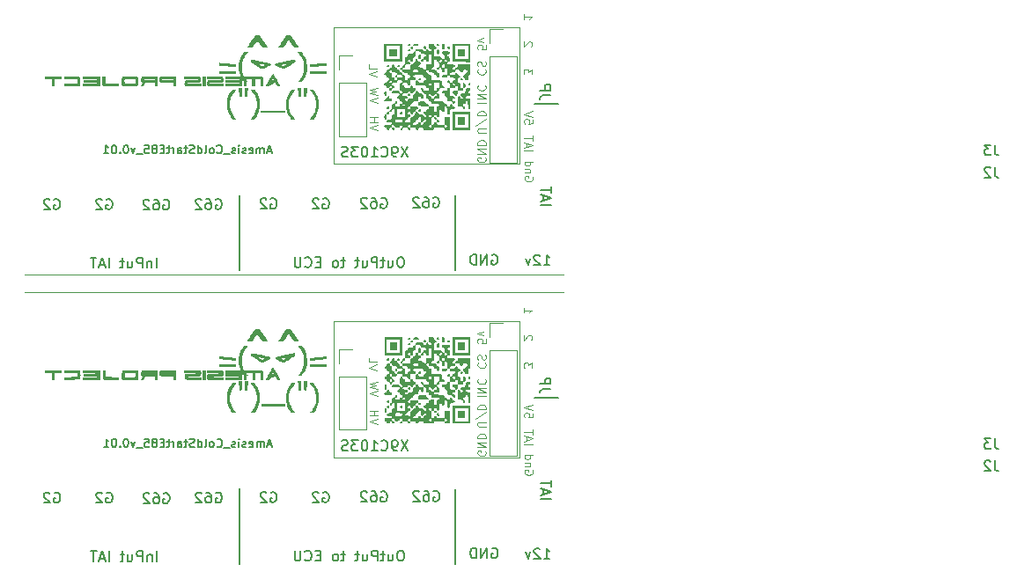
<source format=gbr>
%TF.GenerationSoftware,KiCad,Pcbnew,(6.0.0)*%
%TF.CreationDate,2022-10-01T21:34:56+02:00*%
%TF.ProjectId,012-Amesis-ColdSartE85,3031322d-416d-4657-9369-732d436f6c64,v0.01_Golf 1.6L 16v *%
%TF.SameCoordinates,Original*%
%TF.FileFunction,Legend,Bot*%
%TF.FilePolarity,Positive*%
%FSLAX46Y46*%
G04 Gerber Fmt 4.6, Leading zero omitted, Abs format (unit mm)*
G04 Created by KiCad (PCBNEW (6.0.0)) date 2022-10-01 21:34:56*
%MOMM*%
%LPD*%
G01*
G04 APERTURE LIST*
%ADD10C,0.100000*%
%ADD11C,0.200000*%
%ADD12C,0.150000*%
%ADD13C,0.300000*%
%ADD14C,0.120000*%
G04 APERTURE END LIST*
D10*
X169316400Y-53644800D02*
X117551200Y-53644800D01*
X169316400Y-51917600D02*
X117551200Y-51917600D01*
D11*
X168859200Y-63804800D02*
X166522400Y-63804800D01*
D10*
X147218400Y-56388000D02*
X165150800Y-56388000D01*
X165150800Y-56388000D02*
X165150800Y-69545200D01*
X165150800Y-69545200D02*
X147218400Y-69545200D01*
X147218400Y-69545200D02*
X147218400Y-56388000D01*
D11*
X158902400Y-72593200D02*
X158902400Y-79806800D01*
X138176000Y-72542400D02*
X138176000Y-79756000D01*
X130238704Y-79547980D02*
X130238704Y-78547980D01*
X129762514Y-78881314D02*
X129762514Y-79547980D01*
X129762514Y-78976552D02*
X129714895Y-78928933D01*
X129619657Y-78881314D01*
X129476800Y-78881314D01*
X129381561Y-78928933D01*
X129333942Y-79024171D01*
X129333942Y-79547980D01*
X128857752Y-79547980D02*
X128857752Y-78547980D01*
X128476800Y-78547980D01*
X128381561Y-78595600D01*
X128333942Y-78643219D01*
X128286323Y-78738457D01*
X128286323Y-78881314D01*
X128333942Y-78976552D01*
X128381561Y-79024171D01*
X128476800Y-79071790D01*
X128857752Y-79071790D01*
X127429180Y-78881314D02*
X127429180Y-79547980D01*
X127857752Y-78881314D02*
X127857752Y-79405123D01*
X127810133Y-79500361D01*
X127714895Y-79547980D01*
X127572038Y-79547980D01*
X127476800Y-79500361D01*
X127429180Y-79452742D01*
X127095847Y-78881314D02*
X126714895Y-78881314D01*
X126952990Y-78547980D02*
X126952990Y-79405123D01*
X126905371Y-79500361D01*
X126810133Y-79547980D01*
X126714895Y-79547980D01*
X125619657Y-79547980D02*
X125619657Y-78547980D01*
X125191085Y-79262266D02*
X124714895Y-79262266D01*
X125286323Y-79547980D02*
X124952990Y-78547980D01*
X124619657Y-79547980D01*
X124429180Y-78547980D02*
X123857752Y-78547980D01*
X124143466Y-79547980D02*
X124143466Y-78547980D01*
X130883295Y-73007600D02*
X130978533Y-72959980D01*
X131121390Y-72959980D01*
X131264247Y-73007600D01*
X131359485Y-73102838D01*
X131407104Y-73198076D01*
X131454723Y-73388552D01*
X131454723Y-73531409D01*
X131407104Y-73721885D01*
X131359485Y-73817123D01*
X131264247Y-73912361D01*
X131121390Y-73959980D01*
X131026152Y-73959980D01*
X130883295Y-73912361D01*
X130835676Y-73864742D01*
X130835676Y-73531409D01*
X131026152Y-73531409D01*
X129978533Y-72959980D02*
X130169009Y-72959980D01*
X130264247Y-73007600D01*
X130311866Y-73055219D01*
X130407104Y-73198076D01*
X130454723Y-73388552D01*
X130454723Y-73769504D01*
X130407104Y-73864742D01*
X130359485Y-73912361D01*
X130264247Y-73959980D01*
X130073771Y-73959980D01*
X129978533Y-73912361D01*
X129930914Y-73864742D01*
X129883295Y-73769504D01*
X129883295Y-73531409D01*
X129930914Y-73436171D01*
X129978533Y-73388552D01*
X130073771Y-73340933D01*
X130264247Y-73340933D01*
X130359485Y-73388552D01*
X130407104Y-73436171D01*
X130454723Y-73531409D01*
X129502342Y-73055219D02*
X129454723Y-73007600D01*
X129359485Y-72959980D01*
X129121390Y-72959980D01*
X129026152Y-73007600D01*
X128978533Y-73055219D01*
X128930914Y-73150457D01*
X128930914Y-73245695D01*
X128978533Y-73388552D01*
X129549961Y-73959980D01*
X128930914Y-73959980D01*
X167136819Y-73504323D02*
X168136819Y-73504323D01*
X167422533Y-73075752D02*
X167422533Y-72599561D01*
X167136819Y-73170990D02*
X168136819Y-72837657D01*
X167136819Y-72504323D01*
X168136819Y-72313847D02*
X168136819Y-71742419D01*
X167136819Y-72028133D02*
X168136819Y-72028133D01*
D10*
X161080495Y-63658647D02*
X161880495Y-63658647D01*
X161080495Y-63277695D02*
X161880495Y-63277695D01*
X161080495Y-62820552D01*
X161880495Y-62820552D01*
X161156685Y-61982457D02*
X161118590Y-62020552D01*
X161080495Y-62134838D01*
X161080495Y-62211028D01*
X161118590Y-62325314D01*
X161194780Y-62401504D01*
X161270971Y-62439600D01*
X161423352Y-62477695D01*
X161537638Y-62477695D01*
X161690019Y-62439600D01*
X161766209Y-62401504D01*
X161842400Y-62325314D01*
X161880495Y-62211028D01*
X161880495Y-62134838D01*
X161842400Y-62020552D01*
X161804304Y-61982457D01*
D11*
X154395085Y-67879980D02*
X153728419Y-68879980D01*
X153728419Y-67879980D02*
X154395085Y-68879980D01*
X153299847Y-68879980D02*
X153109371Y-68879980D01*
X153014133Y-68832361D01*
X152966514Y-68784742D01*
X152871276Y-68641885D01*
X152823657Y-68451409D01*
X152823657Y-68070457D01*
X152871276Y-67975219D01*
X152918895Y-67927600D01*
X153014133Y-67879980D01*
X153204609Y-67879980D01*
X153299847Y-67927600D01*
X153347466Y-67975219D01*
X153395085Y-68070457D01*
X153395085Y-68308552D01*
X153347466Y-68403790D01*
X153299847Y-68451409D01*
X153204609Y-68499028D01*
X153014133Y-68499028D01*
X152918895Y-68451409D01*
X152871276Y-68403790D01*
X152823657Y-68308552D01*
X151823657Y-68784742D02*
X151871276Y-68832361D01*
X152014133Y-68879980D01*
X152109371Y-68879980D01*
X152252228Y-68832361D01*
X152347466Y-68737123D01*
X152395085Y-68641885D01*
X152442704Y-68451409D01*
X152442704Y-68308552D01*
X152395085Y-68118076D01*
X152347466Y-68022838D01*
X152252228Y-67927600D01*
X152109371Y-67879980D01*
X152014133Y-67879980D01*
X151871276Y-67927600D01*
X151823657Y-67975219D01*
X150871276Y-68879980D02*
X151442704Y-68879980D01*
X151156990Y-68879980D02*
X151156990Y-67879980D01*
X151252228Y-68022838D01*
X151347466Y-68118076D01*
X151442704Y-68165695D01*
X150252228Y-67879980D02*
X150156990Y-67879980D01*
X150061752Y-67927600D01*
X150014133Y-67975219D01*
X149966514Y-68070457D01*
X149918895Y-68260933D01*
X149918895Y-68499028D01*
X149966514Y-68689504D01*
X150014133Y-68784742D01*
X150061752Y-68832361D01*
X150156990Y-68879980D01*
X150252228Y-68879980D01*
X150347466Y-68832361D01*
X150395085Y-68784742D01*
X150442704Y-68689504D01*
X150490323Y-68499028D01*
X150490323Y-68260933D01*
X150442704Y-68070457D01*
X150395085Y-67975219D01*
X150347466Y-67927600D01*
X150252228Y-67879980D01*
X149585561Y-67879980D02*
X148966514Y-67879980D01*
X149299847Y-68260933D01*
X149156990Y-68260933D01*
X149061752Y-68308552D01*
X149014133Y-68356171D01*
X148966514Y-68451409D01*
X148966514Y-68689504D01*
X149014133Y-68784742D01*
X149061752Y-68832361D01*
X149156990Y-68879980D01*
X149442704Y-68879980D01*
X149537942Y-68832361D01*
X149585561Y-68784742D01*
X148585561Y-68832361D02*
X148442704Y-68879980D01*
X148204609Y-68879980D01*
X148109371Y-68832361D01*
X148061752Y-68784742D01*
X148014133Y-68689504D01*
X148014133Y-68594266D01*
X148061752Y-68499028D01*
X148109371Y-68451409D01*
X148204609Y-68403790D01*
X148395085Y-68356171D01*
X148490323Y-68308552D01*
X148537942Y-68260933D01*
X148585561Y-68165695D01*
X148585561Y-68070457D01*
X148537942Y-67975219D01*
X148490323Y-67927600D01*
X148395085Y-67879980D01*
X148156990Y-67879980D01*
X148014133Y-67927600D01*
D10*
X166223904Y-58242171D02*
X166262000Y-58204076D01*
X166300095Y-58127885D01*
X166300095Y-57937409D01*
X166262000Y-57861219D01*
X166223904Y-57823123D01*
X166147714Y-57785028D01*
X166071523Y-57785028D01*
X165957238Y-57823123D01*
X165500095Y-58280266D01*
X165500095Y-57785028D01*
D11*
X141246419Y-68306933D02*
X140865466Y-68306933D01*
X141322609Y-68535504D02*
X141055942Y-67735504D01*
X140789276Y-68535504D01*
X140522609Y-68535504D02*
X140522609Y-68002171D01*
X140522609Y-68078361D02*
X140484514Y-68040266D01*
X140408323Y-68002171D01*
X140294038Y-68002171D01*
X140217847Y-68040266D01*
X140179752Y-68116457D01*
X140179752Y-68535504D01*
X140179752Y-68116457D02*
X140141657Y-68040266D01*
X140065466Y-68002171D01*
X139951180Y-68002171D01*
X139874990Y-68040266D01*
X139836895Y-68116457D01*
X139836895Y-68535504D01*
X139151180Y-68497409D02*
X139227371Y-68535504D01*
X139379752Y-68535504D01*
X139455942Y-68497409D01*
X139494038Y-68421219D01*
X139494038Y-68116457D01*
X139455942Y-68040266D01*
X139379752Y-68002171D01*
X139227371Y-68002171D01*
X139151180Y-68040266D01*
X139113085Y-68116457D01*
X139113085Y-68192647D01*
X139494038Y-68268838D01*
X138808323Y-68497409D02*
X138732133Y-68535504D01*
X138579752Y-68535504D01*
X138503561Y-68497409D01*
X138465466Y-68421219D01*
X138465466Y-68383123D01*
X138503561Y-68306933D01*
X138579752Y-68268838D01*
X138694038Y-68268838D01*
X138770228Y-68230742D01*
X138808323Y-68154552D01*
X138808323Y-68116457D01*
X138770228Y-68040266D01*
X138694038Y-68002171D01*
X138579752Y-68002171D01*
X138503561Y-68040266D01*
X138122609Y-68535504D02*
X138122609Y-68002171D01*
X138122609Y-67735504D02*
X138160704Y-67773600D01*
X138122609Y-67811695D01*
X138084514Y-67773600D01*
X138122609Y-67735504D01*
X138122609Y-67811695D01*
X137779752Y-68497409D02*
X137703561Y-68535504D01*
X137551180Y-68535504D01*
X137474990Y-68497409D01*
X137436895Y-68421219D01*
X137436895Y-68383123D01*
X137474990Y-68306933D01*
X137551180Y-68268838D01*
X137665466Y-68268838D01*
X137741657Y-68230742D01*
X137779752Y-68154552D01*
X137779752Y-68116457D01*
X137741657Y-68040266D01*
X137665466Y-68002171D01*
X137551180Y-68002171D01*
X137474990Y-68040266D01*
X137284514Y-68611695D02*
X136674990Y-68611695D01*
X136027371Y-68459314D02*
X136065466Y-68497409D01*
X136179752Y-68535504D01*
X136255942Y-68535504D01*
X136370228Y-68497409D01*
X136446419Y-68421219D01*
X136484514Y-68345028D01*
X136522609Y-68192647D01*
X136522609Y-68078361D01*
X136484514Y-67925980D01*
X136446419Y-67849790D01*
X136370228Y-67773600D01*
X136255942Y-67735504D01*
X136179752Y-67735504D01*
X136065466Y-67773600D01*
X136027371Y-67811695D01*
X135570228Y-68535504D02*
X135646419Y-68497409D01*
X135684514Y-68459314D01*
X135722609Y-68383123D01*
X135722609Y-68154552D01*
X135684514Y-68078361D01*
X135646419Y-68040266D01*
X135570228Y-68002171D01*
X135455942Y-68002171D01*
X135379752Y-68040266D01*
X135341657Y-68078361D01*
X135303561Y-68154552D01*
X135303561Y-68383123D01*
X135341657Y-68459314D01*
X135379752Y-68497409D01*
X135455942Y-68535504D01*
X135570228Y-68535504D01*
X134846419Y-68535504D02*
X134922609Y-68497409D01*
X134960704Y-68421219D01*
X134960704Y-67735504D01*
X134198800Y-68535504D02*
X134198800Y-67735504D01*
X134198800Y-68497409D02*
X134274990Y-68535504D01*
X134427371Y-68535504D01*
X134503561Y-68497409D01*
X134541657Y-68459314D01*
X134579752Y-68383123D01*
X134579752Y-68154552D01*
X134541657Y-68078361D01*
X134503561Y-68040266D01*
X134427371Y-68002171D01*
X134274990Y-68002171D01*
X134198800Y-68040266D01*
X133855942Y-68497409D02*
X133741657Y-68535504D01*
X133551180Y-68535504D01*
X133474990Y-68497409D01*
X133436895Y-68459314D01*
X133398800Y-68383123D01*
X133398800Y-68306933D01*
X133436895Y-68230742D01*
X133474990Y-68192647D01*
X133551180Y-68154552D01*
X133703561Y-68116457D01*
X133779752Y-68078361D01*
X133817847Y-68040266D01*
X133855942Y-67964076D01*
X133855942Y-67887885D01*
X133817847Y-67811695D01*
X133779752Y-67773600D01*
X133703561Y-67735504D01*
X133513085Y-67735504D01*
X133398800Y-67773600D01*
X133170228Y-68002171D02*
X132865466Y-68002171D01*
X133055942Y-67735504D02*
X133055942Y-68421219D01*
X133017847Y-68497409D01*
X132941657Y-68535504D01*
X132865466Y-68535504D01*
X132255942Y-68535504D02*
X132255942Y-68116457D01*
X132294038Y-68040266D01*
X132370228Y-68002171D01*
X132522609Y-68002171D01*
X132598800Y-68040266D01*
X132255942Y-68497409D02*
X132332133Y-68535504D01*
X132522609Y-68535504D01*
X132598800Y-68497409D01*
X132636895Y-68421219D01*
X132636895Y-68345028D01*
X132598800Y-68268838D01*
X132522609Y-68230742D01*
X132332133Y-68230742D01*
X132255942Y-68192647D01*
X131874990Y-68535504D02*
X131874990Y-68002171D01*
X131874990Y-68154552D02*
X131836895Y-68078361D01*
X131798800Y-68040266D01*
X131722609Y-68002171D01*
X131646419Y-68002171D01*
X131494038Y-68002171D02*
X131189276Y-68002171D01*
X131379752Y-67735504D02*
X131379752Y-68421219D01*
X131341657Y-68497409D01*
X131265466Y-68535504D01*
X131189276Y-68535504D01*
X130922609Y-68116457D02*
X130655942Y-68116457D01*
X130541657Y-68535504D02*
X130922609Y-68535504D01*
X130922609Y-67735504D01*
X130541657Y-67735504D01*
X130084514Y-68078361D02*
X130160704Y-68040266D01*
X130198800Y-68002171D01*
X130236895Y-67925980D01*
X130236895Y-67887885D01*
X130198800Y-67811695D01*
X130160704Y-67773600D01*
X130084514Y-67735504D01*
X129932133Y-67735504D01*
X129855942Y-67773600D01*
X129817847Y-67811695D01*
X129779752Y-67887885D01*
X129779752Y-67925980D01*
X129817847Y-68002171D01*
X129855942Y-68040266D01*
X129932133Y-68078361D01*
X130084514Y-68078361D01*
X130160704Y-68116457D01*
X130198800Y-68154552D01*
X130236895Y-68230742D01*
X130236895Y-68383123D01*
X130198800Y-68459314D01*
X130160704Y-68497409D01*
X130084514Y-68535504D01*
X129932133Y-68535504D01*
X129855942Y-68497409D01*
X129817847Y-68459314D01*
X129779752Y-68383123D01*
X129779752Y-68230742D01*
X129817847Y-68154552D01*
X129855942Y-68116457D01*
X129932133Y-68078361D01*
X129055942Y-67735504D02*
X129436895Y-67735504D01*
X129474990Y-68116457D01*
X129436895Y-68078361D01*
X129360704Y-68040266D01*
X129170228Y-68040266D01*
X129094038Y-68078361D01*
X129055942Y-68116457D01*
X129017847Y-68192647D01*
X129017847Y-68383123D01*
X129055942Y-68459314D01*
X129094038Y-68497409D01*
X129170228Y-68535504D01*
X129360704Y-68535504D01*
X129436895Y-68497409D01*
X129474990Y-68459314D01*
X128865466Y-68611695D02*
X128255942Y-68611695D01*
X128141657Y-68002171D02*
X127951180Y-68535504D01*
X127760704Y-68002171D01*
X127303561Y-67735504D02*
X127227371Y-67735504D01*
X127151180Y-67773600D01*
X127113085Y-67811695D01*
X127074990Y-67887885D01*
X127036895Y-68040266D01*
X127036895Y-68230742D01*
X127074990Y-68383123D01*
X127113085Y-68459314D01*
X127151180Y-68497409D01*
X127227371Y-68535504D01*
X127303561Y-68535504D01*
X127379752Y-68497409D01*
X127417847Y-68459314D01*
X127455942Y-68383123D01*
X127494038Y-68230742D01*
X127494038Y-68040266D01*
X127455942Y-67887885D01*
X127417847Y-67811695D01*
X127379752Y-67773600D01*
X127303561Y-67735504D01*
X126694038Y-68459314D02*
X126655942Y-68497409D01*
X126694038Y-68535504D01*
X126732133Y-68497409D01*
X126694038Y-68459314D01*
X126694038Y-68535504D01*
X126160704Y-67735504D02*
X126084514Y-67735504D01*
X126008323Y-67773600D01*
X125970228Y-67811695D01*
X125932133Y-67887885D01*
X125894038Y-68040266D01*
X125894038Y-68230742D01*
X125932133Y-68383123D01*
X125970228Y-68459314D01*
X126008323Y-68497409D01*
X126084514Y-68535504D01*
X126160704Y-68535504D01*
X126236895Y-68497409D01*
X126274990Y-68459314D01*
X126313085Y-68383123D01*
X126351180Y-68230742D01*
X126351180Y-68040266D01*
X126313085Y-67887885D01*
X126274990Y-67811695D01*
X126236895Y-67773600D01*
X126160704Y-67735504D01*
X125132133Y-68535504D02*
X125589276Y-68535504D01*
X125360704Y-68535504D02*
X125360704Y-67735504D01*
X125436895Y-67849790D01*
X125513085Y-67925980D01*
X125589276Y-67964076D01*
X120367695Y-72956800D02*
X120462933Y-72909180D01*
X120605790Y-72909180D01*
X120748647Y-72956800D01*
X120843885Y-73052038D01*
X120891504Y-73147276D01*
X120939123Y-73337752D01*
X120939123Y-73480609D01*
X120891504Y-73671085D01*
X120843885Y-73766323D01*
X120748647Y-73861561D01*
X120605790Y-73909180D01*
X120510552Y-73909180D01*
X120367695Y-73861561D01*
X120320076Y-73813942D01*
X120320076Y-73480609D01*
X120510552Y-73480609D01*
X119939123Y-73004419D02*
X119891504Y-72956800D01*
X119796266Y-72909180D01*
X119558171Y-72909180D01*
X119462933Y-72956800D01*
X119415314Y-73004419D01*
X119367695Y-73099657D01*
X119367695Y-73194895D01*
X119415314Y-73337752D01*
X119986742Y-73909180D01*
X119367695Y-73909180D01*
D10*
X161842400Y-68935523D02*
X161880495Y-69011714D01*
X161880495Y-69126000D01*
X161842400Y-69240285D01*
X161766209Y-69316476D01*
X161690019Y-69354571D01*
X161537638Y-69392666D01*
X161423352Y-69392666D01*
X161270971Y-69354571D01*
X161194780Y-69316476D01*
X161118590Y-69240285D01*
X161080495Y-69126000D01*
X161080495Y-69049809D01*
X161118590Y-68935523D01*
X161156685Y-68897428D01*
X161423352Y-68897428D01*
X161423352Y-69049809D01*
X161080495Y-68554571D02*
X161880495Y-68554571D01*
X161080495Y-68097428D01*
X161880495Y-68097428D01*
X161080495Y-67716476D02*
X161880495Y-67716476D01*
X161880495Y-67526000D01*
X161842400Y-67411714D01*
X161766209Y-67335523D01*
X161690019Y-67297428D01*
X161537638Y-67259333D01*
X161423352Y-67259333D01*
X161270971Y-67297428D01*
X161194780Y-67335523D01*
X161118590Y-67411714D01*
X161080495Y-67526000D01*
X161080495Y-67716476D01*
D11*
X151812895Y-72855200D02*
X151908133Y-72807580D01*
X152050990Y-72807580D01*
X152193847Y-72855200D01*
X152289085Y-72950438D01*
X152336704Y-73045676D01*
X152384323Y-73236152D01*
X152384323Y-73379009D01*
X152336704Y-73569485D01*
X152289085Y-73664723D01*
X152193847Y-73759961D01*
X152050990Y-73807580D01*
X151955752Y-73807580D01*
X151812895Y-73759961D01*
X151765276Y-73712342D01*
X151765276Y-73379009D01*
X151955752Y-73379009D01*
X150908133Y-72807580D02*
X151098609Y-72807580D01*
X151193847Y-72855200D01*
X151241466Y-72902819D01*
X151336704Y-73045676D01*
X151384323Y-73236152D01*
X151384323Y-73617104D01*
X151336704Y-73712342D01*
X151289085Y-73759961D01*
X151193847Y-73807580D01*
X151003371Y-73807580D01*
X150908133Y-73759961D01*
X150860514Y-73712342D01*
X150812895Y-73617104D01*
X150812895Y-73379009D01*
X150860514Y-73283771D01*
X150908133Y-73236152D01*
X151003371Y-73188533D01*
X151193847Y-73188533D01*
X151289085Y-73236152D01*
X151336704Y-73283771D01*
X151384323Y-73379009D01*
X150431942Y-72902819D02*
X150384323Y-72855200D01*
X150289085Y-72807580D01*
X150050990Y-72807580D01*
X149955752Y-72855200D01*
X149908133Y-72902819D01*
X149860514Y-72998057D01*
X149860514Y-73093295D01*
X149908133Y-73236152D01*
X150479561Y-73807580D01*
X149860514Y-73807580D01*
D10*
X166363600Y-70770685D02*
X166401695Y-70846876D01*
X166401695Y-70961161D01*
X166363600Y-71075447D01*
X166287409Y-71151638D01*
X166211219Y-71189733D01*
X166058838Y-71227828D01*
X165944552Y-71227828D01*
X165792171Y-71189733D01*
X165715980Y-71151638D01*
X165639790Y-71075447D01*
X165601695Y-70961161D01*
X165601695Y-70884971D01*
X165639790Y-70770685D01*
X165677885Y-70732590D01*
X165944552Y-70732590D01*
X165944552Y-70884971D01*
X166135028Y-70389733D02*
X165601695Y-70389733D01*
X166058838Y-70389733D02*
X166096933Y-70351638D01*
X166135028Y-70275447D01*
X166135028Y-70161161D01*
X166096933Y-70084971D01*
X166020742Y-70046876D01*
X165601695Y-70046876D01*
X165601695Y-69323066D02*
X166401695Y-69323066D01*
X165639790Y-69323066D02*
X165601695Y-69399257D01*
X165601695Y-69551638D01*
X165639790Y-69627828D01*
X165677885Y-69665923D01*
X165754076Y-69704019D01*
X165982647Y-69704019D01*
X166058838Y-69665923D01*
X166096933Y-69627828D01*
X166135028Y-69551638D01*
X166135028Y-69399257D01*
X166096933Y-69323066D01*
D11*
X125396895Y-72956800D02*
X125492133Y-72909180D01*
X125634990Y-72909180D01*
X125777847Y-72956800D01*
X125873085Y-73052038D01*
X125920704Y-73147276D01*
X125968323Y-73337752D01*
X125968323Y-73480609D01*
X125920704Y-73671085D01*
X125873085Y-73766323D01*
X125777847Y-73861561D01*
X125634990Y-73909180D01*
X125539752Y-73909180D01*
X125396895Y-73861561D01*
X125349276Y-73813942D01*
X125349276Y-73480609D01*
X125539752Y-73480609D01*
X124968323Y-73004419D02*
X124920704Y-72956800D01*
X124825466Y-72909180D01*
X124587371Y-72909180D01*
X124492133Y-72956800D01*
X124444514Y-73004419D01*
X124396895Y-73099657D01*
X124396895Y-73194895D01*
X124444514Y-73337752D01*
X125015942Y-73909180D01*
X124396895Y-73909180D01*
D10*
X161156685Y-60432933D02*
X161118590Y-60471028D01*
X161080495Y-60585314D01*
X161080495Y-60661504D01*
X161118590Y-60775790D01*
X161194780Y-60851980D01*
X161270971Y-60890076D01*
X161423352Y-60928171D01*
X161537638Y-60928171D01*
X161690019Y-60890076D01*
X161766209Y-60851980D01*
X161842400Y-60775790D01*
X161880495Y-60661504D01*
X161880495Y-60585314D01*
X161842400Y-60471028D01*
X161804304Y-60432933D01*
X161118590Y-60128171D02*
X161080495Y-60013885D01*
X161080495Y-59823409D01*
X161118590Y-59747219D01*
X161156685Y-59709123D01*
X161232876Y-59671028D01*
X161309066Y-59671028D01*
X161385257Y-59709123D01*
X161423352Y-59747219D01*
X161461447Y-59823409D01*
X161499542Y-59975790D01*
X161537638Y-60051980D01*
X161575733Y-60090076D01*
X161651923Y-60128171D01*
X161728114Y-60128171D01*
X161804304Y-60090076D01*
X161842400Y-60051980D01*
X161880495Y-59975790D01*
X161880495Y-59785314D01*
X161842400Y-59671028D01*
D11*
X167449428Y-79293980D02*
X168020857Y-79293980D01*
X167735142Y-79293980D02*
X167735142Y-78293980D01*
X167830380Y-78436838D01*
X167925619Y-78532076D01*
X168020857Y-78579695D01*
X167068476Y-78389219D02*
X167020857Y-78341600D01*
X166925619Y-78293980D01*
X166687523Y-78293980D01*
X166592285Y-78341600D01*
X166544666Y-78389219D01*
X166497047Y-78484457D01*
X166497047Y-78579695D01*
X166544666Y-78722552D01*
X167116095Y-79293980D01*
X166497047Y-79293980D01*
X166163714Y-78627314D02*
X165925619Y-79293980D01*
X165687523Y-78627314D01*
D10*
X161880495Y-58127885D02*
X161880495Y-58508838D01*
X161499542Y-58546933D01*
X161537638Y-58508838D01*
X161575733Y-58432647D01*
X161575733Y-58242171D01*
X161537638Y-58165980D01*
X161499542Y-58127885D01*
X161423352Y-58089790D01*
X161232876Y-58089790D01*
X161156685Y-58127885D01*
X161118590Y-58165980D01*
X161080495Y-58242171D01*
X161080495Y-58432647D01*
X161118590Y-58508838D01*
X161156685Y-58546933D01*
X161613828Y-57823123D02*
X161080495Y-57632647D01*
X161613828Y-57442171D01*
D11*
X162458304Y-78290800D02*
X162553542Y-78243180D01*
X162696400Y-78243180D01*
X162839257Y-78290800D01*
X162934495Y-78386038D01*
X162982114Y-78481276D01*
X163029733Y-78671752D01*
X163029733Y-78814609D01*
X162982114Y-79005085D01*
X162934495Y-79100323D01*
X162839257Y-79195561D01*
X162696400Y-79243180D01*
X162601161Y-79243180D01*
X162458304Y-79195561D01*
X162410685Y-79147942D01*
X162410685Y-78814609D01*
X162601161Y-78814609D01*
X161982114Y-79243180D02*
X161982114Y-78243180D01*
X161410685Y-79243180D01*
X161410685Y-78243180D01*
X160934495Y-79243180D02*
X160934495Y-78243180D01*
X160696400Y-78243180D01*
X160553542Y-78290800D01*
X160458304Y-78386038D01*
X160410685Y-78481276D01*
X160363066Y-78671752D01*
X160363066Y-78814609D01*
X160410685Y-79005085D01*
X160458304Y-79100323D01*
X160553542Y-79195561D01*
X160696400Y-79243180D01*
X160934495Y-79243180D01*
D10*
X151415695Y-61144076D02*
X150615695Y-60877409D01*
X151415695Y-60610742D01*
X150615695Y-59963123D02*
X150615695Y-60344076D01*
X151415695Y-60344076D01*
D11*
X153771828Y-78497180D02*
X153581352Y-78497180D01*
X153486114Y-78544800D01*
X153390876Y-78640038D01*
X153343257Y-78830514D01*
X153343257Y-79163847D01*
X153390876Y-79354323D01*
X153486114Y-79449561D01*
X153581352Y-79497180D01*
X153771828Y-79497180D01*
X153867066Y-79449561D01*
X153962304Y-79354323D01*
X154009923Y-79163847D01*
X154009923Y-78830514D01*
X153962304Y-78640038D01*
X153867066Y-78544800D01*
X153771828Y-78497180D01*
X152486114Y-78830514D02*
X152486114Y-79497180D01*
X152914685Y-78830514D02*
X152914685Y-79354323D01*
X152867066Y-79449561D01*
X152771828Y-79497180D01*
X152628971Y-79497180D01*
X152533733Y-79449561D01*
X152486114Y-79401942D01*
X152152780Y-78830514D02*
X151771828Y-78830514D01*
X152009923Y-78497180D02*
X152009923Y-79354323D01*
X151962304Y-79449561D01*
X151867066Y-79497180D01*
X151771828Y-79497180D01*
X151438495Y-79497180D02*
X151438495Y-78497180D01*
X151057542Y-78497180D01*
X150962304Y-78544800D01*
X150914685Y-78592419D01*
X150867066Y-78687657D01*
X150867066Y-78830514D01*
X150914685Y-78925752D01*
X150962304Y-78973371D01*
X151057542Y-79020990D01*
X151438495Y-79020990D01*
X150009923Y-78830514D02*
X150009923Y-79497180D01*
X150438495Y-78830514D02*
X150438495Y-79354323D01*
X150390876Y-79449561D01*
X150295638Y-79497180D01*
X150152780Y-79497180D01*
X150057542Y-79449561D01*
X150009923Y-79401942D01*
X149676590Y-78830514D02*
X149295638Y-78830514D01*
X149533733Y-78497180D02*
X149533733Y-79354323D01*
X149486114Y-79449561D01*
X149390876Y-79497180D01*
X149295638Y-79497180D01*
X148343257Y-78830514D02*
X147962304Y-78830514D01*
X148200400Y-78497180D02*
X148200400Y-79354323D01*
X148152780Y-79449561D01*
X148057542Y-79497180D01*
X147962304Y-79497180D01*
X147486114Y-79497180D02*
X147581352Y-79449561D01*
X147628971Y-79401942D01*
X147676590Y-79306704D01*
X147676590Y-79020990D01*
X147628971Y-78925752D01*
X147581352Y-78878133D01*
X147486114Y-78830514D01*
X147343257Y-78830514D01*
X147248019Y-78878133D01*
X147200400Y-78925752D01*
X147152780Y-79020990D01*
X147152780Y-79306704D01*
X147200400Y-79401942D01*
X147248019Y-79449561D01*
X147343257Y-79497180D01*
X147486114Y-79497180D01*
X145962304Y-78973371D02*
X145628971Y-78973371D01*
X145486114Y-79497180D02*
X145962304Y-79497180D01*
X145962304Y-78497180D01*
X145486114Y-78497180D01*
X144486114Y-79401942D02*
X144533733Y-79449561D01*
X144676590Y-79497180D01*
X144771828Y-79497180D01*
X144914685Y-79449561D01*
X145009923Y-79354323D01*
X145057542Y-79259085D01*
X145105161Y-79068609D01*
X145105161Y-78925752D01*
X145057542Y-78735276D01*
X145009923Y-78640038D01*
X144914685Y-78544800D01*
X144771828Y-78497180D01*
X144676590Y-78497180D01*
X144533733Y-78544800D01*
X144486114Y-78592419D01*
X144057542Y-78497180D02*
X144057542Y-79306704D01*
X144009923Y-79401942D01*
X143962304Y-79449561D01*
X143867066Y-79497180D01*
X143676590Y-79497180D01*
X143581352Y-79449561D01*
X143533733Y-79401942D01*
X143486114Y-79306704D01*
X143486114Y-78497180D01*
D10*
X166350895Y-65277980D02*
X166350895Y-65658933D01*
X165969942Y-65697028D01*
X166008038Y-65658933D01*
X166046133Y-65582742D01*
X166046133Y-65392266D01*
X166008038Y-65316076D01*
X165969942Y-65277980D01*
X165893752Y-65239885D01*
X165703276Y-65239885D01*
X165627085Y-65277980D01*
X165588990Y-65316076D01*
X165550895Y-65392266D01*
X165550895Y-65582742D01*
X165588990Y-65658933D01*
X165627085Y-65697028D01*
X166350895Y-65011314D02*
X165550895Y-64744647D01*
X166350895Y-64477980D01*
D11*
X168086019Y-62942742D02*
X167371733Y-62942742D01*
X167228876Y-62990361D01*
X167133638Y-63085600D01*
X167086019Y-63228457D01*
X167086019Y-63323695D01*
X167086019Y-62466552D02*
X168086019Y-62466552D01*
X168086019Y-62085600D01*
X168038400Y-61990361D01*
X167990780Y-61942742D01*
X167895542Y-61895123D01*
X167752685Y-61895123D01*
X167657447Y-61942742D01*
X167609828Y-61990361D01*
X167562209Y-62085600D01*
X167562209Y-62466552D01*
X156842095Y-72804400D02*
X156937333Y-72756780D01*
X157080190Y-72756780D01*
X157223047Y-72804400D01*
X157318285Y-72899638D01*
X157365904Y-72994876D01*
X157413523Y-73185352D01*
X157413523Y-73328209D01*
X157365904Y-73518685D01*
X157318285Y-73613923D01*
X157223047Y-73709161D01*
X157080190Y-73756780D01*
X156984952Y-73756780D01*
X156842095Y-73709161D01*
X156794476Y-73661542D01*
X156794476Y-73328209D01*
X156984952Y-73328209D01*
X155937333Y-72756780D02*
X156127809Y-72756780D01*
X156223047Y-72804400D01*
X156270666Y-72852019D01*
X156365904Y-72994876D01*
X156413523Y-73185352D01*
X156413523Y-73566304D01*
X156365904Y-73661542D01*
X156318285Y-73709161D01*
X156223047Y-73756780D01*
X156032571Y-73756780D01*
X155937333Y-73709161D01*
X155889714Y-73661542D01*
X155842095Y-73566304D01*
X155842095Y-73328209D01*
X155889714Y-73232971D01*
X155937333Y-73185352D01*
X156032571Y-73137733D01*
X156223047Y-73137733D01*
X156318285Y-73185352D01*
X156365904Y-73232971D01*
X156413523Y-73328209D01*
X155461142Y-72852019D02*
X155413523Y-72804400D01*
X155318285Y-72756780D01*
X155080190Y-72756780D01*
X154984952Y-72804400D01*
X154937333Y-72852019D01*
X154889714Y-72947257D01*
X154889714Y-73042495D01*
X154937333Y-73185352D01*
X155508761Y-73756780D01*
X154889714Y-73756780D01*
D10*
X151517295Y-63665009D02*
X150717295Y-63398342D01*
X151517295Y-63131676D01*
X151517295Y-62941200D02*
X150717295Y-62750723D01*
X151288723Y-62598342D01*
X150717295Y-62445961D01*
X151517295Y-62255485D01*
D11*
X135912495Y-72956800D02*
X136007733Y-72909180D01*
X136150590Y-72909180D01*
X136293447Y-72956800D01*
X136388685Y-73052038D01*
X136436304Y-73147276D01*
X136483923Y-73337752D01*
X136483923Y-73480609D01*
X136436304Y-73671085D01*
X136388685Y-73766323D01*
X136293447Y-73861561D01*
X136150590Y-73909180D01*
X136055352Y-73909180D01*
X135912495Y-73861561D01*
X135864876Y-73813942D01*
X135864876Y-73480609D01*
X136055352Y-73480609D01*
X135007733Y-72909180D02*
X135198209Y-72909180D01*
X135293447Y-72956800D01*
X135341066Y-73004419D01*
X135436304Y-73147276D01*
X135483923Y-73337752D01*
X135483923Y-73718704D01*
X135436304Y-73813942D01*
X135388685Y-73861561D01*
X135293447Y-73909180D01*
X135102971Y-73909180D01*
X135007733Y-73861561D01*
X134960114Y-73813942D01*
X134912495Y-73718704D01*
X134912495Y-73480609D01*
X134960114Y-73385371D01*
X135007733Y-73337752D01*
X135102971Y-73290133D01*
X135293447Y-73290133D01*
X135388685Y-73337752D01*
X135436304Y-73385371D01*
X135483923Y-73480609D01*
X134531542Y-73004419D02*
X134483923Y-72956800D01*
X134388685Y-72909180D01*
X134150590Y-72909180D01*
X134055352Y-72956800D01*
X134007733Y-73004419D01*
X133960114Y-73099657D01*
X133960114Y-73194895D01*
X134007733Y-73337752D01*
X134579161Y-73909180D01*
X133960114Y-73909180D01*
D10*
X166300095Y-60921866D02*
X166300095Y-60426628D01*
X165995333Y-60693295D01*
X165995333Y-60579009D01*
X165957238Y-60502819D01*
X165919142Y-60464723D01*
X165842952Y-60426628D01*
X165652476Y-60426628D01*
X165576285Y-60464723D01*
X165538190Y-60502819D01*
X165500095Y-60579009D01*
X165500095Y-60807580D01*
X165538190Y-60883771D01*
X165576285Y-60921866D01*
X165500095Y-55143428D02*
X165500095Y-55600571D01*
X165500095Y-55372000D02*
X166300095Y-55372000D01*
X166185809Y-55448190D01*
X166109619Y-55524380D01*
X166071523Y-55600571D01*
X165550895Y-68262419D02*
X166350895Y-68262419D01*
X165779466Y-67919561D02*
X165779466Y-67538609D01*
X165550895Y-67995752D02*
X166350895Y-67729085D01*
X165550895Y-67462419D01*
X166350895Y-67310038D02*
X166350895Y-66852895D01*
X165550895Y-67081466D02*
X166350895Y-67081466D01*
D11*
X141195695Y-72906000D02*
X141290933Y-72858380D01*
X141433790Y-72858380D01*
X141576647Y-72906000D01*
X141671885Y-73001238D01*
X141719504Y-73096476D01*
X141767123Y-73286952D01*
X141767123Y-73429809D01*
X141719504Y-73620285D01*
X141671885Y-73715523D01*
X141576647Y-73810761D01*
X141433790Y-73858380D01*
X141338552Y-73858380D01*
X141195695Y-73810761D01*
X141148076Y-73763142D01*
X141148076Y-73429809D01*
X141338552Y-73429809D01*
X140767123Y-72953619D02*
X140719504Y-72906000D01*
X140624266Y-72858380D01*
X140386171Y-72858380D01*
X140290933Y-72906000D01*
X140243314Y-72953619D01*
X140195695Y-73048857D01*
X140195695Y-73144095D01*
X140243314Y-73286952D01*
X140814742Y-73858380D01*
X140195695Y-73858380D01*
D10*
X151517295Y-66319314D02*
X150717295Y-66052647D01*
X151517295Y-65785980D01*
X150717295Y-65519314D02*
X151517295Y-65519314D01*
X151136342Y-65519314D02*
X151136342Y-65062171D01*
X150717295Y-65062171D02*
X151517295Y-65062171D01*
X161880495Y-66579619D02*
X161232876Y-66579619D01*
X161156685Y-66541523D01*
X161118590Y-66503428D01*
X161080495Y-66427238D01*
X161080495Y-66274857D01*
X161118590Y-66198666D01*
X161156685Y-66160571D01*
X161232876Y-66122476D01*
X161880495Y-66122476D01*
X161918590Y-65170095D02*
X160890019Y-65855809D01*
X161080495Y-64903428D02*
X161880495Y-64903428D01*
X161880495Y-64712952D01*
X161842400Y-64598666D01*
X161766209Y-64522476D01*
X161690019Y-64484380D01*
X161537638Y-64446285D01*
X161423352Y-64446285D01*
X161270971Y-64484380D01*
X161194780Y-64522476D01*
X161118590Y-64598666D01*
X161080495Y-64712952D01*
X161080495Y-64903428D01*
D11*
X146224895Y-72906000D02*
X146320133Y-72858380D01*
X146462990Y-72858380D01*
X146605847Y-72906000D01*
X146701085Y-73001238D01*
X146748704Y-73096476D01*
X146796323Y-73286952D01*
X146796323Y-73429809D01*
X146748704Y-73620285D01*
X146701085Y-73715523D01*
X146605847Y-73810761D01*
X146462990Y-73858380D01*
X146367752Y-73858380D01*
X146224895Y-73810761D01*
X146177276Y-73763142D01*
X146177276Y-73429809D01*
X146367752Y-73429809D01*
X145796323Y-72953619D02*
X145748704Y-72906000D01*
X145653466Y-72858380D01*
X145415371Y-72858380D01*
X145320133Y-72906000D01*
X145272514Y-72953619D01*
X145224895Y-73048857D01*
X145224895Y-73144095D01*
X145272514Y-73286952D01*
X145843942Y-73858380D01*
X145224895Y-73858380D01*
D10*
X147213400Y-28138200D02*
X165145800Y-28138200D01*
X165145800Y-28138200D02*
X165145800Y-41295400D01*
X165145800Y-41295400D02*
X147213400Y-41295400D01*
X147213400Y-41295400D02*
X147213400Y-28138200D01*
D11*
X158897400Y-44343400D02*
X158897400Y-51557000D01*
X168854200Y-35555000D02*
X166517400Y-35555000D01*
X138171000Y-44292600D02*
X138171000Y-51506200D01*
X125391895Y-44707000D02*
X125487133Y-44659380D01*
X125629990Y-44659380D01*
X125772847Y-44707000D01*
X125868085Y-44802238D01*
X125915704Y-44897476D01*
X125963323Y-45087952D01*
X125963323Y-45230809D01*
X125915704Y-45421285D01*
X125868085Y-45516523D01*
X125772847Y-45611761D01*
X125629990Y-45659380D01*
X125534752Y-45659380D01*
X125391895Y-45611761D01*
X125344276Y-45564142D01*
X125344276Y-45230809D01*
X125534752Y-45230809D01*
X124963323Y-44754619D02*
X124915704Y-44707000D01*
X124820466Y-44659380D01*
X124582371Y-44659380D01*
X124487133Y-44707000D01*
X124439514Y-44754619D01*
X124391895Y-44849857D01*
X124391895Y-44945095D01*
X124439514Y-45087952D01*
X125010942Y-45659380D01*
X124391895Y-45659380D01*
D10*
X151512295Y-35415209D02*
X150712295Y-35148542D01*
X151512295Y-34881876D01*
X151512295Y-34691400D02*
X150712295Y-34500923D01*
X151283723Y-34348542D01*
X150712295Y-34196161D01*
X151512295Y-34005685D01*
X165495095Y-26893628D02*
X165495095Y-27350771D01*
X165495095Y-27122200D02*
X166295095Y-27122200D01*
X166180809Y-27198390D01*
X166104619Y-27274580D01*
X166066523Y-27350771D01*
D11*
X141241419Y-40057133D02*
X140860466Y-40057133D01*
X141317609Y-40285704D02*
X141050942Y-39485704D01*
X140784276Y-40285704D01*
X140517609Y-40285704D02*
X140517609Y-39752371D01*
X140517609Y-39828561D02*
X140479514Y-39790466D01*
X140403323Y-39752371D01*
X140289038Y-39752371D01*
X140212847Y-39790466D01*
X140174752Y-39866657D01*
X140174752Y-40285704D01*
X140174752Y-39866657D02*
X140136657Y-39790466D01*
X140060466Y-39752371D01*
X139946180Y-39752371D01*
X139869990Y-39790466D01*
X139831895Y-39866657D01*
X139831895Y-40285704D01*
X139146180Y-40247609D02*
X139222371Y-40285704D01*
X139374752Y-40285704D01*
X139450942Y-40247609D01*
X139489038Y-40171419D01*
X139489038Y-39866657D01*
X139450942Y-39790466D01*
X139374752Y-39752371D01*
X139222371Y-39752371D01*
X139146180Y-39790466D01*
X139108085Y-39866657D01*
X139108085Y-39942847D01*
X139489038Y-40019038D01*
X138803323Y-40247609D02*
X138727133Y-40285704D01*
X138574752Y-40285704D01*
X138498561Y-40247609D01*
X138460466Y-40171419D01*
X138460466Y-40133323D01*
X138498561Y-40057133D01*
X138574752Y-40019038D01*
X138689038Y-40019038D01*
X138765228Y-39980942D01*
X138803323Y-39904752D01*
X138803323Y-39866657D01*
X138765228Y-39790466D01*
X138689038Y-39752371D01*
X138574752Y-39752371D01*
X138498561Y-39790466D01*
X138117609Y-40285704D02*
X138117609Y-39752371D01*
X138117609Y-39485704D02*
X138155704Y-39523800D01*
X138117609Y-39561895D01*
X138079514Y-39523800D01*
X138117609Y-39485704D01*
X138117609Y-39561895D01*
X137774752Y-40247609D02*
X137698561Y-40285704D01*
X137546180Y-40285704D01*
X137469990Y-40247609D01*
X137431895Y-40171419D01*
X137431895Y-40133323D01*
X137469990Y-40057133D01*
X137546180Y-40019038D01*
X137660466Y-40019038D01*
X137736657Y-39980942D01*
X137774752Y-39904752D01*
X137774752Y-39866657D01*
X137736657Y-39790466D01*
X137660466Y-39752371D01*
X137546180Y-39752371D01*
X137469990Y-39790466D01*
X137279514Y-40361895D02*
X136669990Y-40361895D01*
X136022371Y-40209514D02*
X136060466Y-40247609D01*
X136174752Y-40285704D01*
X136250942Y-40285704D01*
X136365228Y-40247609D01*
X136441419Y-40171419D01*
X136479514Y-40095228D01*
X136517609Y-39942847D01*
X136517609Y-39828561D01*
X136479514Y-39676180D01*
X136441419Y-39599990D01*
X136365228Y-39523800D01*
X136250942Y-39485704D01*
X136174752Y-39485704D01*
X136060466Y-39523800D01*
X136022371Y-39561895D01*
X135565228Y-40285704D02*
X135641419Y-40247609D01*
X135679514Y-40209514D01*
X135717609Y-40133323D01*
X135717609Y-39904752D01*
X135679514Y-39828561D01*
X135641419Y-39790466D01*
X135565228Y-39752371D01*
X135450942Y-39752371D01*
X135374752Y-39790466D01*
X135336657Y-39828561D01*
X135298561Y-39904752D01*
X135298561Y-40133323D01*
X135336657Y-40209514D01*
X135374752Y-40247609D01*
X135450942Y-40285704D01*
X135565228Y-40285704D01*
X134841419Y-40285704D02*
X134917609Y-40247609D01*
X134955704Y-40171419D01*
X134955704Y-39485704D01*
X134193800Y-40285704D02*
X134193800Y-39485704D01*
X134193800Y-40247609D02*
X134269990Y-40285704D01*
X134422371Y-40285704D01*
X134498561Y-40247609D01*
X134536657Y-40209514D01*
X134574752Y-40133323D01*
X134574752Y-39904752D01*
X134536657Y-39828561D01*
X134498561Y-39790466D01*
X134422371Y-39752371D01*
X134269990Y-39752371D01*
X134193800Y-39790466D01*
X133850942Y-40247609D02*
X133736657Y-40285704D01*
X133546180Y-40285704D01*
X133469990Y-40247609D01*
X133431895Y-40209514D01*
X133393800Y-40133323D01*
X133393800Y-40057133D01*
X133431895Y-39980942D01*
X133469990Y-39942847D01*
X133546180Y-39904752D01*
X133698561Y-39866657D01*
X133774752Y-39828561D01*
X133812847Y-39790466D01*
X133850942Y-39714276D01*
X133850942Y-39638085D01*
X133812847Y-39561895D01*
X133774752Y-39523800D01*
X133698561Y-39485704D01*
X133508085Y-39485704D01*
X133393800Y-39523800D01*
X133165228Y-39752371D02*
X132860466Y-39752371D01*
X133050942Y-39485704D02*
X133050942Y-40171419D01*
X133012847Y-40247609D01*
X132936657Y-40285704D01*
X132860466Y-40285704D01*
X132250942Y-40285704D02*
X132250942Y-39866657D01*
X132289038Y-39790466D01*
X132365228Y-39752371D01*
X132517609Y-39752371D01*
X132593800Y-39790466D01*
X132250942Y-40247609D02*
X132327133Y-40285704D01*
X132517609Y-40285704D01*
X132593800Y-40247609D01*
X132631895Y-40171419D01*
X132631895Y-40095228D01*
X132593800Y-40019038D01*
X132517609Y-39980942D01*
X132327133Y-39980942D01*
X132250942Y-39942847D01*
X131869990Y-40285704D02*
X131869990Y-39752371D01*
X131869990Y-39904752D02*
X131831895Y-39828561D01*
X131793800Y-39790466D01*
X131717609Y-39752371D01*
X131641419Y-39752371D01*
X131489038Y-39752371D02*
X131184276Y-39752371D01*
X131374752Y-39485704D02*
X131374752Y-40171419D01*
X131336657Y-40247609D01*
X131260466Y-40285704D01*
X131184276Y-40285704D01*
X130917609Y-39866657D02*
X130650942Y-39866657D01*
X130536657Y-40285704D02*
X130917609Y-40285704D01*
X130917609Y-39485704D01*
X130536657Y-39485704D01*
X130079514Y-39828561D02*
X130155704Y-39790466D01*
X130193800Y-39752371D01*
X130231895Y-39676180D01*
X130231895Y-39638085D01*
X130193800Y-39561895D01*
X130155704Y-39523800D01*
X130079514Y-39485704D01*
X129927133Y-39485704D01*
X129850942Y-39523800D01*
X129812847Y-39561895D01*
X129774752Y-39638085D01*
X129774752Y-39676180D01*
X129812847Y-39752371D01*
X129850942Y-39790466D01*
X129927133Y-39828561D01*
X130079514Y-39828561D01*
X130155704Y-39866657D01*
X130193800Y-39904752D01*
X130231895Y-39980942D01*
X130231895Y-40133323D01*
X130193800Y-40209514D01*
X130155704Y-40247609D01*
X130079514Y-40285704D01*
X129927133Y-40285704D01*
X129850942Y-40247609D01*
X129812847Y-40209514D01*
X129774752Y-40133323D01*
X129774752Y-39980942D01*
X129812847Y-39904752D01*
X129850942Y-39866657D01*
X129927133Y-39828561D01*
X129050942Y-39485704D02*
X129431895Y-39485704D01*
X129469990Y-39866657D01*
X129431895Y-39828561D01*
X129355704Y-39790466D01*
X129165228Y-39790466D01*
X129089038Y-39828561D01*
X129050942Y-39866657D01*
X129012847Y-39942847D01*
X129012847Y-40133323D01*
X129050942Y-40209514D01*
X129089038Y-40247609D01*
X129165228Y-40285704D01*
X129355704Y-40285704D01*
X129431895Y-40247609D01*
X129469990Y-40209514D01*
X128860466Y-40361895D02*
X128250942Y-40361895D01*
X128136657Y-39752371D02*
X127946180Y-40285704D01*
X127755704Y-39752371D01*
X127298561Y-39485704D02*
X127222371Y-39485704D01*
X127146180Y-39523800D01*
X127108085Y-39561895D01*
X127069990Y-39638085D01*
X127031895Y-39790466D01*
X127031895Y-39980942D01*
X127069990Y-40133323D01*
X127108085Y-40209514D01*
X127146180Y-40247609D01*
X127222371Y-40285704D01*
X127298561Y-40285704D01*
X127374752Y-40247609D01*
X127412847Y-40209514D01*
X127450942Y-40133323D01*
X127489038Y-39980942D01*
X127489038Y-39790466D01*
X127450942Y-39638085D01*
X127412847Y-39561895D01*
X127374752Y-39523800D01*
X127298561Y-39485704D01*
X126689038Y-40209514D02*
X126650942Y-40247609D01*
X126689038Y-40285704D01*
X126727133Y-40247609D01*
X126689038Y-40209514D01*
X126689038Y-40285704D01*
X126155704Y-39485704D02*
X126079514Y-39485704D01*
X126003323Y-39523800D01*
X125965228Y-39561895D01*
X125927133Y-39638085D01*
X125889038Y-39790466D01*
X125889038Y-39980942D01*
X125927133Y-40133323D01*
X125965228Y-40209514D01*
X126003323Y-40247609D01*
X126079514Y-40285704D01*
X126155704Y-40285704D01*
X126231895Y-40247609D01*
X126269990Y-40209514D01*
X126308085Y-40133323D01*
X126346180Y-39980942D01*
X126346180Y-39790466D01*
X126308085Y-39638085D01*
X126269990Y-39561895D01*
X126231895Y-39523800D01*
X126155704Y-39485704D01*
X125127133Y-40285704D02*
X125584276Y-40285704D01*
X125355704Y-40285704D02*
X125355704Y-39485704D01*
X125431895Y-39599990D01*
X125508085Y-39676180D01*
X125584276Y-39714276D01*
X154390085Y-39630180D02*
X153723419Y-40630180D01*
X153723419Y-39630180D02*
X154390085Y-40630180D01*
X153294847Y-40630180D02*
X153104371Y-40630180D01*
X153009133Y-40582561D01*
X152961514Y-40534942D01*
X152866276Y-40392085D01*
X152818657Y-40201609D01*
X152818657Y-39820657D01*
X152866276Y-39725419D01*
X152913895Y-39677800D01*
X153009133Y-39630180D01*
X153199609Y-39630180D01*
X153294847Y-39677800D01*
X153342466Y-39725419D01*
X153390085Y-39820657D01*
X153390085Y-40058752D01*
X153342466Y-40153990D01*
X153294847Y-40201609D01*
X153199609Y-40249228D01*
X153009133Y-40249228D01*
X152913895Y-40201609D01*
X152866276Y-40153990D01*
X152818657Y-40058752D01*
X151818657Y-40534942D02*
X151866276Y-40582561D01*
X152009133Y-40630180D01*
X152104371Y-40630180D01*
X152247228Y-40582561D01*
X152342466Y-40487323D01*
X152390085Y-40392085D01*
X152437704Y-40201609D01*
X152437704Y-40058752D01*
X152390085Y-39868276D01*
X152342466Y-39773038D01*
X152247228Y-39677800D01*
X152104371Y-39630180D01*
X152009133Y-39630180D01*
X151866276Y-39677800D01*
X151818657Y-39725419D01*
X150866276Y-40630180D02*
X151437704Y-40630180D01*
X151151990Y-40630180D02*
X151151990Y-39630180D01*
X151247228Y-39773038D01*
X151342466Y-39868276D01*
X151437704Y-39915895D01*
X150247228Y-39630180D02*
X150151990Y-39630180D01*
X150056752Y-39677800D01*
X150009133Y-39725419D01*
X149961514Y-39820657D01*
X149913895Y-40011133D01*
X149913895Y-40249228D01*
X149961514Y-40439704D01*
X150009133Y-40534942D01*
X150056752Y-40582561D01*
X150151990Y-40630180D01*
X150247228Y-40630180D01*
X150342466Y-40582561D01*
X150390085Y-40534942D01*
X150437704Y-40439704D01*
X150485323Y-40249228D01*
X150485323Y-40011133D01*
X150437704Y-39820657D01*
X150390085Y-39725419D01*
X150342466Y-39677800D01*
X150247228Y-39630180D01*
X149580561Y-39630180D02*
X148961514Y-39630180D01*
X149294847Y-40011133D01*
X149151990Y-40011133D01*
X149056752Y-40058752D01*
X149009133Y-40106371D01*
X148961514Y-40201609D01*
X148961514Y-40439704D01*
X149009133Y-40534942D01*
X149056752Y-40582561D01*
X149151990Y-40630180D01*
X149437704Y-40630180D01*
X149532942Y-40582561D01*
X149580561Y-40534942D01*
X148580561Y-40582561D02*
X148437704Y-40630180D01*
X148199609Y-40630180D01*
X148104371Y-40582561D01*
X148056752Y-40534942D01*
X148009133Y-40439704D01*
X148009133Y-40344466D01*
X148056752Y-40249228D01*
X148104371Y-40201609D01*
X148199609Y-40153990D01*
X148390085Y-40106371D01*
X148485323Y-40058752D01*
X148532942Y-40011133D01*
X148580561Y-39915895D01*
X148580561Y-39820657D01*
X148532942Y-39725419D01*
X148485323Y-39677800D01*
X148390085Y-39630180D01*
X148151990Y-39630180D01*
X148009133Y-39677800D01*
X146219895Y-44656200D02*
X146315133Y-44608580D01*
X146457990Y-44608580D01*
X146600847Y-44656200D01*
X146696085Y-44751438D01*
X146743704Y-44846676D01*
X146791323Y-45037152D01*
X146791323Y-45180009D01*
X146743704Y-45370485D01*
X146696085Y-45465723D01*
X146600847Y-45560961D01*
X146457990Y-45608580D01*
X146362752Y-45608580D01*
X146219895Y-45560961D01*
X146172276Y-45513342D01*
X146172276Y-45180009D01*
X146362752Y-45180009D01*
X145791323Y-44703819D02*
X145743704Y-44656200D01*
X145648466Y-44608580D01*
X145410371Y-44608580D01*
X145315133Y-44656200D01*
X145267514Y-44703819D01*
X145219895Y-44799057D01*
X145219895Y-44894295D01*
X145267514Y-45037152D01*
X145838942Y-45608580D01*
X145219895Y-45608580D01*
D10*
X161875495Y-38329819D02*
X161227876Y-38329819D01*
X161151685Y-38291723D01*
X161113590Y-38253628D01*
X161075495Y-38177438D01*
X161075495Y-38025057D01*
X161113590Y-37948866D01*
X161151685Y-37910771D01*
X161227876Y-37872676D01*
X161875495Y-37872676D01*
X161913590Y-36920295D02*
X160885019Y-37606009D01*
X161075495Y-36653628D02*
X161875495Y-36653628D01*
X161875495Y-36463152D01*
X161837400Y-36348866D01*
X161761209Y-36272676D01*
X161685019Y-36234580D01*
X161532638Y-36196485D01*
X161418352Y-36196485D01*
X161265971Y-36234580D01*
X161189780Y-36272676D01*
X161113590Y-36348866D01*
X161075495Y-36463152D01*
X161075495Y-36653628D01*
X151410695Y-32894276D02*
X150610695Y-32627609D01*
X151410695Y-32360942D01*
X150610695Y-31713323D02*
X150610695Y-32094276D01*
X151410695Y-32094276D01*
D11*
X162453304Y-50041000D02*
X162548542Y-49993380D01*
X162691400Y-49993380D01*
X162834257Y-50041000D01*
X162929495Y-50136238D01*
X162977114Y-50231476D01*
X163024733Y-50421952D01*
X163024733Y-50564809D01*
X162977114Y-50755285D01*
X162929495Y-50850523D01*
X162834257Y-50945761D01*
X162691400Y-50993380D01*
X162596161Y-50993380D01*
X162453304Y-50945761D01*
X162405685Y-50898142D01*
X162405685Y-50564809D01*
X162596161Y-50564809D01*
X161977114Y-50993380D02*
X161977114Y-49993380D01*
X161405685Y-50993380D01*
X161405685Y-49993380D01*
X160929495Y-50993380D02*
X160929495Y-49993380D01*
X160691400Y-49993380D01*
X160548542Y-50041000D01*
X160453304Y-50136238D01*
X160405685Y-50231476D01*
X160358066Y-50421952D01*
X160358066Y-50564809D01*
X160405685Y-50755285D01*
X160453304Y-50850523D01*
X160548542Y-50945761D01*
X160691400Y-50993380D01*
X160929495Y-50993380D01*
X153766828Y-50247380D02*
X153576352Y-50247380D01*
X153481114Y-50295000D01*
X153385876Y-50390238D01*
X153338257Y-50580714D01*
X153338257Y-50914047D01*
X153385876Y-51104523D01*
X153481114Y-51199761D01*
X153576352Y-51247380D01*
X153766828Y-51247380D01*
X153862066Y-51199761D01*
X153957304Y-51104523D01*
X154004923Y-50914047D01*
X154004923Y-50580714D01*
X153957304Y-50390238D01*
X153862066Y-50295000D01*
X153766828Y-50247380D01*
X152481114Y-50580714D02*
X152481114Y-51247380D01*
X152909685Y-50580714D02*
X152909685Y-51104523D01*
X152862066Y-51199761D01*
X152766828Y-51247380D01*
X152623971Y-51247380D01*
X152528733Y-51199761D01*
X152481114Y-51152142D01*
X152147780Y-50580714D02*
X151766828Y-50580714D01*
X152004923Y-50247380D02*
X152004923Y-51104523D01*
X151957304Y-51199761D01*
X151862066Y-51247380D01*
X151766828Y-51247380D01*
X151433495Y-51247380D02*
X151433495Y-50247380D01*
X151052542Y-50247380D01*
X150957304Y-50295000D01*
X150909685Y-50342619D01*
X150862066Y-50437857D01*
X150862066Y-50580714D01*
X150909685Y-50675952D01*
X150957304Y-50723571D01*
X151052542Y-50771190D01*
X151433495Y-50771190D01*
X150004923Y-50580714D02*
X150004923Y-51247380D01*
X150433495Y-50580714D02*
X150433495Y-51104523D01*
X150385876Y-51199761D01*
X150290638Y-51247380D01*
X150147780Y-51247380D01*
X150052542Y-51199761D01*
X150004923Y-51152142D01*
X149671590Y-50580714D02*
X149290638Y-50580714D01*
X149528733Y-50247380D02*
X149528733Y-51104523D01*
X149481114Y-51199761D01*
X149385876Y-51247380D01*
X149290638Y-51247380D01*
X148338257Y-50580714D02*
X147957304Y-50580714D01*
X148195400Y-50247380D02*
X148195400Y-51104523D01*
X148147780Y-51199761D01*
X148052542Y-51247380D01*
X147957304Y-51247380D01*
X147481114Y-51247380D02*
X147576352Y-51199761D01*
X147623971Y-51152142D01*
X147671590Y-51056904D01*
X147671590Y-50771190D01*
X147623971Y-50675952D01*
X147576352Y-50628333D01*
X147481114Y-50580714D01*
X147338257Y-50580714D01*
X147243019Y-50628333D01*
X147195400Y-50675952D01*
X147147780Y-50771190D01*
X147147780Y-51056904D01*
X147195400Y-51152142D01*
X147243019Y-51199761D01*
X147338257Y-51247380D01*
X147481114Y-51247380D01*
X145957304Y-50723571D02*
X145623971Y-50723571D01*
X145481114Y-51247380D02*
X145957304Y-51247380D01*
X145957304Y-50247380D01*
X145481114Y-50247380D01*
X144481114Y-51152142D02*
X144528733Y-51199761D01*
X144671590Y-51247380D01*
X144766828Y-51247380D01*
X144909685Y-51199761D01*
X145004923Y-51104523D01*
X145052542Y-51009285D01*
X145100161Y-50818809D01*
X145100161Y-50675952D01*
X145052542Y-50485476D01*
X145004923Y-50390238D01*
X144909685Y-50295000D01*
X144766828Y-50247380D01*
X144671590Y-50247380D01*
X144528733Y-50295000D01*
X144481114Y-50342619D01*
X144052542Y-50247380D02*
X144052542Y-51056904D01*
X144004923Y-51152142D01*
X143957304Y-51199761D01*
X143862066Y-51247380D01*
X143671590Y-51247380D01*
X143576352Y-51199761D01*
X143528733Y-51152142D01*
X143481114Y-51056904D01*
X143481114Y-50247380D01*
D10*
X151512295Y-38069514D02*
X150712295Y-37802847D01*
X151512295Y-37536180D01*
X150712295Y-37269514D02*
X151512295Y-37269514D01*
X151131342Y-37269514D02*
X151131342Y-36812371D01*
X150712295Y-36812371D02*
X151512295Y-36812371D01*
X166295095Y-32672066D02*
X166295095Y-32176828D01*
X165990333Y-32443495D01*
X165990333Y-32329209D01*
X165952238Y-32253019D01*
X165914142Y-32214923D01*
X165837952Y-32176828D01*
X165647476Y-32176828D01*
X165571285Y-32214923D01*
X165533190Y-32253019D01*
X165495095Y-32329209D01*
X165495095Y-32557780D01*
X165533190Y-32633971D01*
X165571285Y-32672066D01*
X166218904Y-29992371D02*
X166257000Y-29954276D01*
X166295095Y-29878085D01*
X166295095Y-29687609D01*
X166257000Y-29611419D01*
X166218904Y-29573323D01*
X166142714Y-29535228D01*
X166066523Y-29535228D01*
X165952238Y-29573323D01*
X165495095Y-30030466D01*
X165495095Y-29535228D01*
D11*
X141190695Y-44656200D02*
X141285933Y-44608580D01*
X141428790Y-44608580D01*
X141571647Y-44656200D01*
X141666885Y-44751438D01*
X141714504Y-44846676D01*
X141762123Y-45037152D01*
X141762123Y-45180009D01*
X141714504Y-45370485D01*
X141666885Y-45465723D01*
X141571647Y-45560961D01*
X141428790Y-45608580D01*
X141333552Y-45608580D01*
X141190695Y-45560961D01*
X141143076Y-45513342D01*
X141143076Y-45180009D01*
X141333552Y-45180009D01*
X140762123Y-44703819D02*
X140714504Y-44656200D01*
X140619266Y-44608580D01*
X140381171Y-44608580D01*
X140285933Y-44656200D01*
X140238314Y-44703819D01*
X140190695Y-44799057D01*
X140190695Y-44894295D01*
X140238314Y-45037152D01*
X140809742Y-45608580D01*
X140190695Y-45608580D01*
D10*
X165545895Y-40012619D02*
X166345895Y-40012619D01*
X165774466Y-39669761D02*
X165774466Y-39288809D01*
X165545895Y-39745952D02*
X166345895Y-39479285D01*
X165545895Y-39212619D01*
X166345895Y-39060238D02*
X166345895Y-38603095D01*
X165545895Y-38831666D02*
X166345895Y-38831666D01*
D11*
X135907495Y-44707000D02*
X136002733Y-44659380D01*
X136145590Y-44659380D01*
X136288447Y-44707000D01*
X136383685Y-44802238D01*
X136431304Y-44897476D01*
X136478923Y-45087952D01*
X136478923Y-45230809D01*
X136431304Y-45421285D01*
X136383685Y-45516523D01*
X136288447Y-45611761D01*
X136145590Y-45659380D01*
X136050352Y-45659380D01*
X135907495Y-45611761D01*
X135859876Y-45564142D01*
X135859876Y-45230809D01*
X136050352Y-45230809D01*
X135002733Y-44659380D02*
X135193209Y-44659380D01*
X135288447Y-44707000D01*
X135336066Y-44754619D01*
X135431304Y-44897476D01*
X135478923Y-45087952D01*
X135478923Y-45468904D01*
X135431304Y-45564142D01*
X135383685Y-45611761D01*
X135288447Y-45659380D01*
X135097971Y-45659380D01*
X135002733Y-45611761D01*
X134955114Y-45564142D01*
X134907495Y-45468904D01*
X134907495Y-45230809D01*
X134955114Y-45135571D01*
X135002733Y-45087952D01*
X135097971Y-45040333D01*
X135288447Y-45040333D01*
X135383685Y-45087952D01*
X135431304Y-45135571D01*
X135478923Y-45230809D01*
X134526542Y-44754619D02*
X134478923Y-44707000D01*
X134383685Y-44659380D01*
X134145590Y-44659380D01*
X134050352Y-44707000D01*
X134002733Y-44754619D01*
X133955114Y-44849857D01*
X133955114Y-44945095D01*
X134002733Y-45087952D01*
X134574161Y-45659380D01*
X133955114Y-45659380D01*
X156837095Y-44554600D02*
X156932333Y-44506980D01*
X157075190Y-44506980D01*
X157218047Y-44554600D01*
X157313285Y-44649838D01*
X157360904Y-44745076D01*
X157408523Y-44935552D01*
X157408523Y-45078409D01*
X157360904Y-45268885D01*
X157313285Y-45364123D01*
X157218047Y-45459361D01*
X157075190Y-45506980D01*
X156979952Y-45506980D01*
X156837095Y-45459361D01*
X156789476Y-45411742D01*
X156789476Y-45078409D01*
X156979952Y-45078409D01*
X155932333Y-44506980D02*
X156122809Y-44506980D01*
X156218047Y-44554600D01*
X156265666Y-44602219D01*
X156360904Y-44745076D01*
X156408523Y-44935552D01*
X156408523Y-45316504D01*
X156360904Y-45411742D01*
X156313285Y-45459361D01*
X156218047Y-45506980D01*
X156027571Y-45506980D01*
X155932333Y-45459361D01*
X155884714Y-45411742D01*
X155837095Y-45316504D01*
X155837095Y-45078409D01*
X155884714Y-44983171D01*
X155932333Y-44935552D01*
X156027571Y-44887933D01*
X156218047Y-44887933D01*
X156313285Y-44935552D01*
X156360904Y-44983171D01*
X156408523Y-45078409D01*
X155456142Y-44602219D02*
X155408523Y-44554600D01*
X155313285Y-44506980D01*
X155075190Y-44506980D01*
X154979952Y-44554600D01*
X154932333Y-44602219D01*
X154884714Y-44697457D01*
X154884714Y-44792695D01*
X154932333Y-44935552D01*
X155503761Y-45506980D01*
X154884714Y-45506980D01*
X168081019Y-34692942D02*
X167366733Y-34692942D01*
X167223876Y-34740561D01*
X167128638Y-34835800D01*
X167081019Y-34978657D01*
X167081019Y-35073895D01*
X167081019Y-34216752D02*
X168081019Y-34216752D01*
X168081019Y-33835800D01*
X168033400Y-33740561D01*
X167985780Y-33692942D01*
X167890542Y-33645323D01*
X167747685Y-33645323D01*
X167652447Y-33692942D01*
X167604828Y-33740561D01*
X167557209Y-33835800D01*
X167557209Y-34216752D01*
D10*
X166345895Y-37028180D02*
X166345895Y-37409133D01*
X165964942Y-37447228D01*
X166003038Y-37409133D01*
X166041133Y-37332942D01*
X166041133Y-37142466D01*
X166003038Y-37066276D01*
X165964942Y-37028180D01*
X165888752Y-36990085D01*
X165698276Y-36990085D01*
X165622085Y-37028180D01*
X165583990Y-37066276D01*
X165545895Y-37142466D01*
X165545895Y-37332942D01*
X165583990Y-37409133D01*
X165622085Y-37447228D01*
X166345895Y-36761514D02*
X165545895Y-36494847D01*
X166345895Y-36228180D01*
X161875495Y-29878085D02*
X161875495Y-30259038D01*
X161494542Y-30297133D01*
X161532638Y-30259038D01*
X161570733Y-30182847D01*
X161570733Y-29992371D01*
X161532638Y-29916180D01*
X161494542Y-29878085D01*
X161418352Y-29839990D01*
X161227876Y-29839990D01*
X161151685Y-29878085D01*
X161113590Y-29916180D01*
X161075495Y-29992371D01*
X161075495Y-30182847D01*
X161113590Y-30259038D01*
X161151685Y-30297133D01*
X161608828Y-29573323D02*
X161075495Y-29382847D01*
X161608828Y-29192371D01*
D11*
X167444428Y-51044180D02*
X168015857Y-51044180D01*
X167730142Y-51044180D02*
X167730142Y-50044180D01*
X167825380Y-50187038D01*
X167920619Y-50282276D01*
X168015857Y-50329895D01*
X167063476Y-50139419D02*
X167015857Y-50091800D01*
X166920619Y-50044180D01*
X166682523Y-50044180D01*
X166587285Y-50091800D01*
X166539666Y-50139419D01*
X166492047Y-50234657D01*
X166492047Y-50329895D01*
X166539666Y-50472752D01*
X167111095Y-51044180D01*
X166492047Y-51044180D01*
X166158714Y-50377514D02*
X165920619Y-51044180D01*
X165682523Y-50377514D01*
D10*
X161151685Y-32183133D02*
X161113590Y-32221228D01*
X161075495Y-32335514D01*
X161075495Y-32411704D01*
X161113590Y-32525990D01*
X161189780Y-32602180D01*
X161265971Y-32640276D01*
X161418352Y-32678371D01*
X161532638Y-32678371D01*
X161685019Y-32640276D01*
X161761209Y-32602180D01*
X161837400Y-32525990D01*
X161875495Y-32411704D01*
X161875495Y-32335514D01*
X161837400Y-32221228D01*
X161799304Y-32183133D01*
X161113590Y-31878371D02*
X161075495Y-31764085D01*
X161075495Y-31573609D01*
X161113590Y-31497419D01*
X161151685Y-31459323D01*
X161227876Y-31421228D01*
X161304066Y-31421228D01*
X161380257Y-31459323D01*
X161418352Y-31497419D01*
X161456447Y-31573609D01*
X161494542Y-31725990D01*
X161532638Y-31802180D01*
X161570733Y-31840276D01*
X161646923Y-31878371D01*
X161723114Y-31878371D01*
X161799304Y-31840276D01*
X161837400Y-31802180D01*
X161875495Y-31725990D01*
X161875495Y-31535514D01*
X161837400Y-31421228D01*
X166358600Y-42520885D02*
X166396695Y-42597076D01*
X166396695Y-42711361D01*
X166358600Y-42825647D01*
X166282409Y-42901838D01*
X166206219Y-42939933D01*
X166053838Y-42978028D01*
X165939552Y-42978028D01*
X165787171Y-42939933D01*
X165710980Y-42901838D01*
X165634790Y-42825647D01*
X165596695Y-42711361D01*
X165596695Y-42635171D01*
X165634790Y-42520885D01*
X165672885Y-42482790D01*
X165939552Y-42482790D01*
X165939552Y-42635171D01*
X166130028Y-42139933D02*
X165596695Y-42139933D01*
X166053838Y-42139933D02*
X166091933Y-42101838D01*
X166130028Y-42025647D01*
X166130028Y-41911361D01*
X166091933Y-41835171D01*
X166015742Y-41797076D01*
X165596695Y-41797076D01*
X165596695Y-41073266D02*
X166396695Y-41073266D01*
X165634790Y-41073266D02*
X165596695Y-41149457D01*
X165596695Y-41301838D01*
X165634790Y-41378028D01*
X165672885Y-41416123D01*
X165749076Y-41454219D01*
X165977647Y-41454219D01*
X166053838Y-41416123D01*
X166091933Y-41378028D01*
X166130028Y-41301838D01*
X166130028Y-41149457D01*
X166091933Y-41073266D01*
D11*
X151807895Y-44605400D02*
X151903133Y-44557780D01*
X152045990Y-44557780D01*
X152188847Y-44605400D01*
X152284085Y-44700638D01*
X152331704Y-44795876D01*
X152379323Y-44986352D01*
X152379323Y-45129209D01*
X152331704Y-45319685D01*
X152284085Y-45414923D01*
X152188847Y-45510161D01*
X152045990Y-45557780D01*
X151950752Y-45557780D01*
X151807895Y-45510161D01*
X151760276Y-45462542D01*
X151760276Y-45129209D01*
X151950752Y-45129209D01*
X150903133Y-44557780D02*
X151093609Y-44557780D01*
X151188847Y-44605400D01*
X151236466Y-44653019D01*
X151331704Y-44795876D01*
X151379323Y-44986352D01*
X151379323Y-45367304D01*
X151331704Y-45462542D01*
X151284085Y-45510161D01*
X151188847Y-45557780D01*
X150998371Y-45557780D01*
X150903133Y-45510161D01*
X150855514Y-45462542D01*
X150807895Y-45367304D01*
X150807895Y-45129209D01*
X150855514Y-45033971D01*
X150903133Y-44986352D01*
X150998371Y-44938733D01*
X151188847Y-44938733D01*
X151284085Y-44986352D01*
X151331704Y-45033971D01*
X151379323Y-45129209D01*
X150426942Y-44653019D02*
X150379323Y-44605400D01*
X150284085Y-44557780D01*
X150045990Y-44557780D01*
X149950752Y-44605400D01*
X149903133Y-44653019D01*
X149855514Y-44748257D01*
X149855514Y-44843495D01*
X149903133Y-44986352D01*
X150474561Y-45557780D01*
X149855514Y-45557780D01*
D10*
X161837400Y-40685723D02*
X161875495Y-40761914D01*
X161875495Y-40876200D01*
X161837400Y-40990485D01*
X161761209Y-41066676D01*
X161685019Y-41104771D01*
X161532638Y-41142866D01*
X161418352Y-41142866D01*
X161265971Y-41104771D01*
X161189780Y-41066676D01*
X161113590Y-40990485D01*
X161075495Y-40876200D01*
X161075495Y-40800009D01*
X161113590Y-40685723D01*
X161151685Y-40647628D01*
X161418352Y-40647628D01*
X161418352Y-40800009D01*
X161075495Y-40304771D02*
X161875495Y-40304771D01*
X161075495Y-39847628D01*
X161875495Y-39847628D01*
X161075495Y-39466676D02*
X161875495Y-39466676D01*
X161875495Y-39276200D01*
X161837400Y-39161914D01*
X161761209Y-39085723D01*
X161685019Y-39047628D01*
X161532638Y-39009533D01*
X161418352Y-39009533D01*
X161265971Y-39047628D01*
X161189780Y-39085723D01*
X161113590Y-39161914D01*
X161075495Y-39276200D01*
X161075495Y-39466676D01*
D11*
X120362695Y-44707000D02*
X120457933Y-44659380D01*
X120600790Y-44659380D01*
X120743647Y-44707000D01*
X120838885Y-44802238D01*
X120886504Y-44897476D01*
X120934123Y-45087952D01*
X120934123Y-45230809D01*
X120886504Y-45421285D01*
X120838885Y-45516523D01*
X120743647Y-45611761D01*
X120600790Y-45659380D01*
X120505552Y-45659380D01*
X120362695Y-45611761D01*
X120315076Y-45564142D01*
X120315076Y-45230809D01*
X120505552Y-45230809D01*
X119934123Y-44754619D02*
X119886504Y-44707000D01*
X119791266Y-44659380D01*
X119553171Y-44659380D01*
X119457933Y-44707000D01*
X119410314Y-44754619D01*
X119362695Y-44849857D01*
X119362695Y-44945095D01*
X119410314Y-45087952D01*
X119981742Y-45659380D01*
X119362695Y-45659380D01*
X130233704Y-51298180D02*
X130233704Y-50298180D01*
X129757514Y-50631514D02*
X129757514Y-51298180D01*
X129757514Y-50726752D02*
X129709895Y-50679133D01*
X129614657Y-50631514D01*
X129471800Y-50631514D01*
X129376561Y-50679133D01*
X129328942Y-50774371D01*
X129328942Y-51298180D01*
X128852752Y-51298180D02*
X128852752Y-50298180D01*
X128471800Y-50298180D01*
X128376561Y-50345800D01*
X128328942Y-50393419D01*
X128281323Y-50488657D01*
X128281323Y-50631514D01*
X128328942Y-50726752D01*
X128376561Y-50774371D01*
X128471800Y-50821990D01*
X128852752Y-50821990D01*
X127424180Y-50631514D02*
X127424180Y-51298180D01*
X127852752Y-50631514D02*
X127852752Y-51155323D01*
X127805133Y-51250561D01*
X127709895Y-51298180D01*
X127567038Y-51298180D01*
X127471800Y-51250561D01*
X127424180Y-51202942D01*
X127090847Y-50631514D02*
X126709895Y-50631514D01*
X126947990Y-50298180D02*
X126947990Y-51155323D01*
X126900371Y-51250561D01*
X126805133Y-51298180D01*
X126709895Y-51298180D01*
X125614657Y-51298180D02*
X125614657Y-50298180D01*
X125186085Y-51012466D02*
X124709895Y-51012466D01*
X125281323Y-51298180D02*
X124947990Y-50298180D01*
X124614657Y-51298180D01*
X124424180Y-50298180D02*
X123852752Y-50298180D01*
X124138466Y-51298180D02*
X124138466Y-50298180D01*
D10*
X161075495Y-35408847D02*
X161875495Y-35408847D01*
X161075495Y-35027895D02*
X161875495Y-35027895D01*
X161075495Y-34570752D01*
X161875495Y-34570752D01*
X161151685Y-33732657D02*
X161113590Y-33770752D01*
X161075495Y-33885038D01*
X161075495Y-33961228D01*
X161113590Y-34075514D01*
X161189780Y-34151704D01*
X161265971Y-34189800D01*
X161418352Y-34227895D01*
X161532638Y-34227895D01*
X161685019Y-34189800D01*
X161761209Y-34151704D01*
X161837400Y-34075514D01*
X161875495Y-33961228D01*
X161875495Y-33885038D01*
X161837400Y-33770752D01*
X161799304Y-33732657D01*
D11*
X167131819Y-45254523D02*
X168131819Y-45254523D01*
X167417533Y-44825952D02*
X167417533Y-44349761D01*
X167131819Y-44921190D02*
X168131819Y-44587857D01*
X167131819Y-44254523D01*
X168131819Y-44064047D02*
X168131819Y-43492619D01*
X167131819Y-43778333D02*
X168131819Y-43778333D01*
X130878295Y-44757800D02*
X130973533Y-44710180D01*
X131116390Y-44710180D01*
X131259247Y-44757800D01*
X131354485Y-44853038D01*
X131402104Y-44948276D01*
X131449723Y-45138752D01*
X131449723Y-45281609D01*
X131402104Y-45472085D01*
X131354485Y-45567323D01*
X131259247Y-45662561D01*
X131116390Y-45710180D01*
X131021152Y-45710180D01*
X130878295Y-45662561D01*
X130830676Y-45614942D01*
X130830676Y-45281609D01*
X131021152Y-45281609D01*
X129973533Y-44710180D02*
X130164009Y-44710180D01*
X130259247Y-44757800D01*
X130306866Y-44805419D01*
X130402104Y-44948276D01*
X130449723Y-45138752D01*
X130449723Y-45519704D01*
X130402104Y-45614942D01*
X130354485Y-45662561D01*
X130259247Y-45710180D01*
X130068771Y-45710180D01*
X129973533Y-45662561D01*
X129925914Y-45614942D01*
X129878295Y-45519704D01*
X129878295Y-45281609D01*
X129925914Y-45186371D01*
X129973533Y-45138752D01*
X130068771Y-45091133D01*
X130259247Y-45091133D01*
X130354485Y-45138752D01*
X130402104Y-45186371D01*
X130449723Y-45281609D01*
X129497342Y-44805419D02*
X129449723Y-44757800D01*
X129354485Y-44710180D01*
X129116390Y-44710180D01*
X129021152Y-44757800D01*
X128973533Y-44805419D01*
X128925914Y-44900657D01*
X128925914Y-44995895D01*
X128973533Y-45138752D01*
X129544961Y-45710180D01*
X128925914Y-45710180D01*
D12*
%TO.C,J2*%
X210822733Y-69846180D02*
X210822733Y-70560466D01*
X210870352Y-70703323D01*
X210965590Y-70798561D01*
X211108447Y-70846180D01*
X211203685Y-70846180D01*
X210394161Y-69941419D02*
X210346542Y-69893800D01*
X210251304Y-69846180D01*
X210013209Y-69846180D01*
X209917971Y-69893800D01*
X209870352Y-69941419D01*
X209822733Y-70036657D01*
X209822733Y-70131895D01*
X209870352Y-70274752D01*
X210441780Y-70846180D01*
X209822733Y-70846180D01*
%TO.C,J3*%
X210822733Y-67712580D02*
X210822733Y-68426866D01*
X210870352Y-68569723D01*
X210965590Y-68664961D01*
X211108447Y-68712580D01*
X211203685Y-68712580D01*
X210441780Y-67712580D02*
X209822733Y-67712580D01*
X210156066Y-68093533D01*
X210013209Y-68093533D01*
X209917971Y-68141152D01*
X209870352Y-68188771D01*
X209822733Y-68284009D01*
X209822733Y-68522104D01*
X209870352Y-68617342D01*
X209917971Y-68664961D01*
X210013209Y-68712580D01*
X210298923Y-68712580D01*
X210394161Y-68664961D01*
X210441780Y-68617342D01*
D13*
%TO.C, *%
D12*
%TO.C,J2*%
X210817733Y-41596380D02*
X210817733Y-42310666D01*
X210865352Y-42453523D01*
X210960590Y-42548761D01*
X211103447Y-42596380D01*
X211198685Y-42596380D01*
X210389161Y-41691619D02*
X210341542Y-41644000D01*
X210246304Y-41596380D01*
X210008209Y-41596380D01*
X209912971Y-41644000D01*
X209865352Y-41691619D01*
X209817733Y-41786857D01*
X209817733Y-41882095D01*
X209865352Y-42024952D01*
X210436780Y-42596380D01*
X209817733Y-42596380D01*
D13*
%TO.C, *%
D12*
%TO.C,J3*%
X210817733Y-39462780D02*
X210817733Y-40177066D01*
X210865352Y-40319923D01*
X210960590Y-40415161D01*
X211103447Y-40462780D01*
X211198685Y-40462780D01*
X210436780Y-39462780D02*
X209817733Y-39462780D01*
X210151066Y-39843733D01*
X210008209Y-39843733D01*
X209912971Y-39891352D01*
X209865352Y-39938971D01*
X209817733Y-40034209D01*
X209817733Y-40272304D01*
X209865352Y-40367542D01*
X209912971Y-40415161D01*
X210008209Y-40462780D01*
X210293923Y-40462780D01*
X210389161Y-40415161D01*
X210436780Y-40367542D01*
D13*
%TO.C, *%
D14*
%TO.C,J2*%
X162195200Y-59182000D02*
X162195200Y-69402000D01*
X164855200Y-69402000D02*
X162195200Y-69402000D01*
X164855200Y-59182000D02*
X164855200Y-69402000D01*
X162195200Y-56582000D02*
X162195200Y-57912000D01*
X163525200Y-56582000D02*
X162195200Y-56582000D01*
X164855200Y-59182000D02*
X162195200Y-59182000D01*
%TO.C,J3*%
X147717200Y-61722000D02*
X147717200Y-66862000D01*
X150377200Y-61722000D02*
X150377200Y-66862000D01*
X147717200Y-59122000D02*
X147717200Y-60452000D01*
X150377200Y-66862000D02*
X147717200Y-66862000D01*
X149047200Y-59122000D02*
X147717200Y-59122000D01*
X150377200Y-61722000D02*
X147717200Y-61722000D01*
%TO.C, *%
G36*
X154573915Y-57998979D02*
G01*
X154614095Y-58093949D01*
X154595418Y-58167415D01*
X154500449Y-58207595D01*
X154426982Y-58188918D01*
X154386802Y-58093949D01*
X154405480Y-58020482D01*
X154500449Y-57980302D01*
X154573915Y-57998979D01*
G37*
G36*
X157808951Y-57981553D02*
G01*
X157876316Y-58004707D01*
X157904291Y-58080736D01*
X157909845Y-58239959D01*
X157909298Y-58311181D01*
X157897871Y-58434070D01*
X157860328Y-58481589D01*
X157781992Y-58481458D01*
X157705351Y-58455872D01*
X157658399Y-58379465D01*
X157636667Y-58221801D01*
X157632550Y-58159088D01*
X157635576Y-58038931D01*
X157674052Y-57989752D01*
X157764519Y-57980302D01*
X157808951Y-57981553D01*
G37*
G36*
X153591754Y-60026712D02*
G01*
X153607710Y-60063573D01*
X153607281Y-60179840D01*
X153598054Y-60198389D01*
X153521706Y-60241840D01*
X153430729Y-60213306D01*
X153374642Y-60124556D01*
X153373745Y-60086438D01*
X153424239Y-60006786D01*
X153513296Y-59979493D01*
X153591754Y-60026712D01*
G37*
G36*
X154498462Y-62753472D02*
G01*
X154588289Y-62799074D01*
X154619179Y-62898451D01*
X154575029Y-63000874D01*
X154522003Y-63028048D01*
X154444077Y-62990633D01*
X154397056Y-62876858D01*
X154407648Y-62781477D01*
X154496497Y-62753456D01*
X154498462Y-62753472D01*
G37*
G36*
X159543514Y-59729097D02*
G01*
X158676959Y-59713412D01*
X158672330Y-59457707D01*
X158932664Y-59457707D01*
X160182775Y-59457707D01*
X160182775Y-58207595D01*
X158932664Y-58207595D01*
X158932664Y-59457707D01*
X158672330Y-59457707D01*
X158645587Y-57980302D01*
X160410069Y-57980302D01*
X160410069Y-59744783D01*
X159543514Y-59729097D01*
G37*
G36*
X152579822Y-60014575D02*
G01*
X152605241Y-60057342D01*
X152604586Y-60168378D01*
X152590500Y-60194970D01*
X152506762Y-60241571D01*
X152410468Y-60215198D01*
X152351823Y-60124556D01*
X152349750Y-60105841D01*
X152389864Y-60016517D01*
X152483110Y-59978109D01*
X152579822Y-60014575D01*
G37*
G36*
X158375796Y-58253054D02*
G01*
X158401214Y-58295821D01*
X158400560Y-58406857D01*
X158386473Y-58433449D01*
X158302735Y-58480050D01*
X158206441Y-58453677D01*
X158147797Y-58363035D01*
X158145723Y-58344320D01*
X158185837Y-58254995D01*
X158279083Y-58216587D01*
X158375796Y-58253054D01*
G37*
G36*
X158648547Y-66276499D02*
G01*
X158648547Y-66049206D01*
X158932664Y-66049206D01*
X160182775Y-66049206D01*
X160182775Y-64799094D01*
X158932664Y-64799094D01*
X158932664Y-66049206D01*
X158648547Y-66049206D01*
X158648547Y-64514978D01*
X160410069Y-64514978D01*
X160410069Y-66276499D01*
X158648547Y-66276499D01*
G37*
G36*
X155596190Y-64305512D02*
G01*
X155636914Y-64401331D01*
X155628066Y-64446588D01*
X155558721Y-64508747D01*
X155462681Y-64507346D01*
X155391204Y-64435298D01*
X155380480Y-64398698D01*
X155407654Y-64315083D01*
X155532738Y-64287685D01*
X155596190Y-64305512D01*
G37*
G36*
X152293115Y-64811963D02*
G01*
X152331634Y-64877684D01*
X152341165Y-65026387D01*
X152334730Y-65157580D01*
X152301870Y-65234620D01*
X152227518Y-65253680D01*
X152161922Y-65240812D01*
X152123402Y-65175090D01*
X152113872Y-65026387D01*
X152120306Y-64895194D01*
X152153166Y-64818155D01*
X152227518Y-64799094D01*
X152293115Y-64811963D01*
G37*
G36*
X157358255Y-57998979D02*
G01*
X157398435Y-58093949D01*
X157379758Y-58167415D01*
X157284789Y-58207595D01*
X157211322Y-58188918D01*
X157171142Y-58093949D01*
X157189820Y-58020482D01*
X157284789Y-57980302D01*
X157358255Y-57998979D01*
G37*
G36*
X152113872Y-59741823D02*
G01*
X152113872Y-59457707D01*
X152341165Y-59457707D01*
X153591277Y-59457707D01*
X153591277Y-58207595D01*
X152341165Y-58207595D01*
X152341165Y-59457707D01*
X152113872Y-59457707D01*
X152113872Y-57980302D01*
X153875393Y-57980302D01*
X153875393Y-59741823D01*
X152113872Y-59741823D01*
G37*
G36*
X156102865Y-58253054D02*
G01*
X156128284Y-58295821D01*
X156127629Y-58406857D01*
X156113543Y-58433449D01*
X156029804Y-58480050D01*
X155933511Y-58453677D01*
X155874866Y-58363035D01*
X155872792Y-58344320D01*
X155912906Y-58254995D01*
X156006153Y-58216587D01*
X156102865Y-58253054D01*
G37*
G36*
X153323803Y-61010613D02*
G01*
X153363983Y-61105582D01*
X153345306Y-61179048D01*
X153250337Y-61219228D01*
X153176871Y-61200551D01*
X153136690Y-61105582D01*
X153155368Y-61032115D01*
X153250337Y-60991935D01*
X153323803Y-61010613D01*
G37*
G36*
X159898659Y-59230414D02*
G01*
X159159957Y-59230414D01*
X159159957Y-58491711D01*
X159898659Y-58491711D01*
X159898659Y-59230414D01*
G37*
G36*
X153844704Y-64533950D02*
G01*
X153875393Y-64615202D01*
X153869397Y-64678065D01*
X153835546Y-64763176D01*
X153752942Y-64794526D01*
X153661462Y-64753387D01*
X153619688Y-64656258D01*
X153640616Y-64581686D01*
X153747541Y-64525231D01*
X153844704Y-64533950D01*
G37*
G36*
X155560850Y-58989004D02*
G01*
X155604670Y-59059970D01*
X155625976Y-59216208D01*
X155630343Y-59283054D01*
X155626781Y-59400966D01*
X155587016Y-59448743D01*
X155493919Y-59457707D01*
X155451334Y-59456917D01*
X155380681Y-59437324D01*
X155357362Y-59367519D01*
X155364623Y-59216208D01*
X155382351Y-59081873D01*
X155422348Y-58996847D01*
X155496680Y-58974709D01*
X155560850Y-58989004D01*
G37*
G36*
X157344500Y-58501073D02*
G01*
X157387302Y-58563512D01*
X157398435Y-58709534D01*
X157397900Y-58746548D01*
X157385089Y-58888505D01*
X157360553Y-58965239D01*
X157303591Y-59000502D01*
X157212650Y-58980369D01*
X157159809Y-58875268D01*
X157152946Y-58678839D01*
X157198445Y-58541592D01*
X157291413Y-58491711D01*
X157344500Y-58501073D01*
G37*
G36*
X153363983Y-59230414D02*
G01*
X152625281Y-59230414D01*
X152625281Y-58491711D01*
X153363983Y-58491711D01*
X153363983Y-59230414D01*
G37*
G36*
X155957596Y-63525370D02*
G01*
X156097047Y-63580125D01*
X156148324Y-63669732D01*
X156166253Y-63735515D01*
X156261970Y-63776275D01*
X156336549Y-63795661D01*
X156375617Y-63892134D01*
X156371186Y-63938766D01*
X156341444Y-63975718D01*
X156264255Y-63993894D01*
X156117599Y-63997709D01*
X155879452Y-63991575D01*
X155383288Y-63975157D01*
X155367633Y-63769397D01*
X155364013Y-63716564D01*
X155371754Y-63608883D01*
X155431598Y-63557905D01*
X155573868Y-63528157D01*
X155751538Y-63510779D01*
X155957596Y-63525370D01*
G37*
G36*
X157361316Y-65317514D02*
G01*
X157398435Y-65422367D01*
X157381188Y-65494938D01*
X157290868Y-65537796D01*
X157211327Y-65518167D01*
X157146737Y-65430982D01*
X157170665Y-65311276D01*
X157192062Y-65285741D01*
X157278337Y-65265052D01*
X157361316Y-65317514D01*
G37*
G36*
X159898659Y-65765089D02*
G01*
X159159957Y-65765089D01*
X159159957Y-65026387D01*
X159898659Y-65026387D01*
X159898659Y-65765089D01*
G37*
G36*
X159638111Y-61273858D02*
G01*
X159671366Y-61393052D01*
X159654111Y-61461112D01*
X159561073Y-61503345D01*
X159469450Y-61489155D01*
X159416839Y-61420918D01*
X159465685Y-61304153D01*
X159468098Y-61300906D01*
X159559684Y-61238531D01*
X159638111Y-61273858D01*
G37*
G36*
X155212799Y-57981984D02*
G01*
X155364133Y-58013089D01*
X155419829Y-58078027D01*
X155371739Y-58169713D01*
X155362318Y-58176057D01*
X155266196Y-58198517D01*
X155116034Y-58207595D01*
X154998241Y-58202061D01*
X154918220Y-58169544D01*
X154898212Y-58093949D01*
X154898309Y-58085784D01*
X154918559Y-58018614D01*
X154994121Y-57987738D01*
X155153916Y-57980302D01*
X155212799Y-57981984D01*
G37*
G36*
X154852753Y-58253054D02*
G01*
X154878172Y-58295821D01*
X154877517Y-58406857D01*
X154863431Y-58433449D01*
X154779692Y-58480050D01*
X154683399Y-58453677D01*
X154624754Y-58363035D01*
X154622680Y-58344320D01*
X154662795Y-58254995D01*
X154756041Y-58216587D01*
X154852753Y-58253054D01*
G37*
G36*
X152558578Y-63030112D02*
G01*
X152615027Y-63137013D01*
X152644367Y-63216954D01*
X152742880Y-63264866D01*
X152823393Y-63291163D01*
X152855930Y-63367669D01*
X152821940Y-63452466D01*
X152724722Y-63502413D01*
X152623685Y-63511173D01*
X152454811Y-63510981D01*
X152349558Y-63504298D01*
X152213312Y-63496775D01*
X152145965Y-63470068D01*
X152111532Y-63389716D01*
X152138143Y-63304491D01*
X152223566Y-63264866D01*
X152295131Y-63243902D01*
X152351418Y-63137013D01*
X152381606Y-63055587D01*
X152483223Y-63009161D01*
X152558578Y-63030112D01*
G37*
G36*
X152579822Y-64560436D02*
G01*
X152605241Y-64603204D01*
X152604586Y-64714239D01*
X152590500Y-64740831D01*
X152506762Y-64787432D01*
X152410468Y-64761059D01*
X152351823Y-64670417D01*
X152349750Y-64651703D01*
X152389864Y-64562378D01*
X152483110Y-64523970D01*
X152579822Y-64560436D01*
G37*
G36*
X152579822Y-64049027D02*
G01*
X152605241Y-64091794D01*
X152604586Y-64202830D01*
X152590500Y-64229422D01*
X152506762Y-64276023D01*
X152410468Y-64249650D01*
X152351823Y-64159008D01*
X152349750Y-64140293D01*
X152389864Y-64050969D01*
X152483110Y-64012561D01*
X152579822Y-64049027D01*
G37*
G36*
X152288975Y-62536770D02*
G01*
X152330726Y-62599095D01*
X152341165Y-62743986D01*
X152340630Y-62781000D01*
X152327819Y-62922956D01*
X152303283Y-62999691D01*
X152275113Y-63024244D01*
X152190257Y-63042223D01*
X152134149Y-62958715D01*
X152113872Y-62781868D01*
X152113915Y-62763499D01*
X152122915Y-62612366D01*
X152156498Y-62542894D01*
X152227518Y-62526163D01*
X152288975Y-62536770D01*
G37*
G36*
X158883301Y-60186529D02*
G01*
X158776400Y-60242979D01*
X158683886Y-60281109D01*
X158642325Y-60363293D01*
X158678754Y-60444067D01*
X158790605Y-60480526D01*
X158899369Y-60455997D01*
X158932664Y-60366879D01*
X158951341Y-60293413D01*
X159046310Y-60253233D01*
X159133321Y-60222571D01*
X159159957Y-60111175D01*
X159159957Y-59969116D01*
X160410069Y-59969116D01*
X160410069Y-60480526D01*
X160408968Y-60682168D01*
X160401883Y-60850137D01*
X160383968Y-60943334D01*
X160350417Y-60983390D01*
X160296422Y-60991935D01*
X160288258Y-60992033D01*
X160221088Y-61012282D01*
X160190211Y-61087845D01*
X160182775Y-61247640D01*
X160182233Y-61316609D01*
X160169911Y-61440651D01*
X160128378Y-61492746D01*
X160040717Y-61503345D01*
X160038928Y-61503342D01*
X159929454Y-61476927D01*
X159898659Y-61384378D01*
X159881210Y-61311848D01*
X159785013Y-61235693D01*
X159717480Y-61200115D01*
X159672195Y-61114424D01*
X159694705Y-61030049D01*
X159785013Y-60991935D01*
X159856576Y-60974379D01*
X159898659Y-60882241D01*
X159919623Y-60810676D01*
X160026511Y-60754388D01*
X160107938Y-60724201D01*
X160154364Y-60622584D01*
X160140785Y-60557830D01*
X160071427Y-60513091D01*
X159917217Y-60491677D01*
X159894736Y-60490106D01*
X159753339Y-60489489D01*
X159686799Y-60522917D01*
X159661513Y-60605324D01*
X159624965Y-60682430D01*
X159540777Y-60735011D01*
X159454075Y-60732716D01*
X159408558Y-60665201D01*
X159406609Y-60646142D01*
X159394353Y-60537349D01*
X159388000Y-60525547D01*
X159306794Y-60493422D01*
X159163909Y-60480526D01*
X159033686Y-60487422D01*
X158952703Y-60524002D01*
X158922410Y-60608378D01*
X158896824Y-60685019D01*
X158820417Y-60731971D01*
X158662753Y-60753703D01*
X158528783Y-60769766D01*
X158443497Y-60808394D01*
X158421254Y-60881556D01*
X158434856Y-60945243D01*
X158502561Y-60982569D01*
X158653867Y-60991935D01*
X158767704Y-60987080D01*
X158871118Y-60954259D01*
X158916199Y-60878289D01*
X158951729Y-60811470D01*
X159037360Y-60766036D01*
X159121795Y-60786747D01*
X159159957Y-60874336D01*
X159180771Y-60945676D01*
X159287229Y-61002189D01*
X159364307Y-61026962D01*
X159429419Y-61100124D01*
X159416337Y-61180401D01*
X159319542Y-61229047D01*
X159240969Y-61254257D01*
X159192929Y-61329203D01*
X159171108Y-61484786D01*
X159169536Y-61507268D01*
X159168920Y-61648664D01*
X159202348Y-61715205D01*
X159284754Y-61740491D01*
X159365136Y-61767088D01*
X159411687Y-61843360D01*
X159418248Y-61891450D01*
X159433134Y-62000548D01*
X159449197Y-62134518D01*
X159487825Y-62219804D01*
X159560987Y-62242047D01*
X159565164Y-62242019D01*
X159632381Y-62222301D01*
X159663673Y-62146591D01*
X159671366Y-61986342D01*
X159679331Y-61825664D01*
X159711088Y-61749714D01*
X159778388Y-61730638D01*
X159868424Y-61776615D01*
X159916002Y-61910635D01*
X159909993Y-62114195D01*
X159880027Y-62193814D01*
X159781060Y-62242047D01*
X159698746Y-62271924D01*
X159671366Y-62384105D01*
X159670537Y-62419868D01*
X159649105Y-62490407D01*
X159575441Y-62520096D01*
X159418929Y-62526163D01*
X159166491Y-62526163D01*
X159149018Y-62767172D01*
X159143549Y-62825587D01*
X159106473Y-62970490D01*
X159036492Y-63026198D01*
X158970588Y-63015020D01*
X158922845Y-62913042D01*
X158890826Y-62828032D01*
X158776400Y-62763710D01*
X158696459Y-62734370D01*
X158648547Y-62635858D01*
X158651445Y-62604873D01*
X158699094Y-62541987D01*
X158819740Y-62516830D01*
X159032104Y-62523940D01*
X159063923Y-62525564D01*
X159127045Y-62507686D01*
X159154171Y-62433536D01*
X159159957Y-62274525D01*
X159159875Y-62249128D01*
X159150554Y-62099733D01*
X159116895Y-62031202D01*
X159046310Y-62014754D01*
X158972844Y-62033431D01*
X158932664Y-62128400D01*
X158932566Y-62136565D01*
X158912317Y-62203735D01*
X158836754Y-62234611D01*
X158676959Y-62242047D01*
X158421254Y-62242047D01*
X158421254Y-62974215D01*
X158662753Y-62991688D01*
X158806607Y-63009879D01*
X158890962Y-63052903D01*
X158922410Y-63137013D01*
X158925989Y-63171431D01*
X158900985Y-63246316D01*
X158794558Y-63264866D01*
X158793666Y-63264866D01*
X158680815Y-63290277D01*
X158648547Y-63378512D01*
X158648548Y-63379206D01*
X158681194Y-63467044D01*
X158794558Y-63492159D01*
X158833701Y-63493305D01*
X158914788Y-63524512D01*
X158922410Y-63620011D01*
X158889813Y-63702298D01*
X158804317Y-63751150D01*
X158712423Y-63722364D01*
X158658344Y-63616522D01*
X158620112Y-63521388D01*
X158516286Y-63494960D01*
X158491259Y-63496901D01*
X158299381Y-63503854D01*
X158192824Y-63478283D01*
X158146954Y-63405669D01*
X158137138Y-63271493D01*
X158133539Y-63177739D01*
X158101344Y-63068653D01*
X158023491Y-63021108D01*
X157958563Y-62985864D01*
X157909845Y-62872423D01*
X157909841Y-62870925D01*
X157878299Y-62779245D01*
X157767787Y-62753456D01*
X157659023Y-62728927D01*
X157625728Y-62639810D01*
X157629364Y-62603693D01*
X157677784Y-62541247D01*
X157797946Y-62516620D01*
X158009286Y-62523940D01*
X158037044Y-62525295D01*
X158116770Y-62496510D01*
X158137138Y-62388172D01*
X158138052Y-62354860D01*
X158172077Y-62264662D01*
X158279196Y-62242047D01*
X158317512Y-62241070D01*
X158386424Y-62218892D01*
X158415366Y-62144132D01*
X158421254Y-61986342D01*
X158420639Y-61912367D01*
X158414505Y-61853942D01*
X158658205Y-61853942D01*
X158692088Y-61942614D01*
X158809359Y-62005096D01*
X158844739Y-62009086D01*
X158918590Y-61988876D01*
X158923006Y-61891450D01*
X158889123Y-61802778D01*
X158771851Y-61740295D01*
X158736471Y-61736306D01*
X158662621Y-61756516D01*
X158658205Y-61853942D01*
X158414505Y-61853942D01*
X158407901Y-61791044D01*
X158365186Y-61740648D01*
X158275030Y-61730638D01*
X158181928Y-61707354D01*
X158143425Y-61638877D01*
X158181873Y-61561740D01*
X158293982Y-61513598D01*
X158294548Y-61513518D01*
X158393983Y-61524743D01*
X158421254Y-61613039D01*
X158440562Y-61691130D01*
X158534901Y-61730638D01*
X158608367Y-61711960D01*
X158648547Y-61616991D01*
X158667791Y-61542630D01*
X158763977Y-61503345D01*
X158776734Y-61502761D01*
X158874658Y-61458287D01*
X158929598Y-61373741D01*
X158911244Y-61292514D01*
X158888244Y-61277599D01*
X158752690Y-61244306D01*
X158520695Y-61223963D01*
X158462736Y-61203219D01*
X158421254Y-61105582D01*
X158390593Y-61018571D01*
X158279196Y-60991935D01*
X158174238Y-61013988D01*
X158137138Y-61098957D01*
X158091160Y-61188993D01*
X157957141Y-61236571D01*
X157753581Y-61230562D01*
X157673961Y-61200596D01*
X157625728Y-61101630D01*
X157625747Y-61098308D01*
X157645338Y-61031073D01*
X157721080Y-60999685D01*
X157881433Y-60991935D01*
X158137138Y-60991935D01*
X158137138Y-60622584D01*
X158134315Y-60439644D01*
X158119964Y-60319445D01*
X158086598Y-60265626D01*
X158026759Y-60253233D01*
X157964518Y-60267168D01*
X157920399Y-60338183D01*
X157898906Y-60494732D01*
X157881908Y-60633928D01*
X157842647Y-60715399D01*
X157767787Y-60736230D01*
X157701218Y-60721510D01*
X157657748Y-60650607D01*
X157636667Y-60494732D01*
X157620605Y-60360762D01*
X157581976Y-60275475D01*
X157508815Y-60253233D01*
X157438998Y-60271494D01*
X157398435Y-60366879D01*
X157379758Y-60440346D01*
X157284789Y-60480526D01*
X157211322Y-60461848D01*
X157171142Y-60366879D01*
X157189820Y-60293413D01*
X157284789Y-60253233D01*
X157292953Y-60253135D01*
X157360123Y-60232886D01*
X157389989Y-60159798D01*
X157632403Y-60159798D01*
X157657407Y-60234682D01*
X157763835Y-60253233D01*
X157799949Y-60252155D01*
X157888067Y-60217100D01*
X157909845Y-60107222D01*
X157908698Y-60068079D01*
X157877491Y-59986992D01*
X157781992Y-59979370D01*
X157700690Y-60010504D01*
X157635982Y-60125380D01*
X157632403Y-60159798D01*
X157389989Y-60159798D01*
X157391000Y-60157323D01*
X157398435Y-59997528D01*
X157398428Y-59989785D01*
X157390023Y-59833056D01*
X157357531Y-59759888D01*
X157288741Y-59741823D01*
X157217176Y-59720860D01*
X157170880Y-59632943D01*
X157406749Y-59632943D01*
X157433856Y-59725883D01*
X157506255Y-59749017D01*
X157587266Y-59705071D01*
X157638744Y-59599765D01*
X157909845Y-59599765D01*
X157934374Y-59708529D01*
X158023491Y-59741823D01*
X158110502Y-59711162D01*
X158137138Y-59599765D01*
X158112609Y-59491001D01*
X158023491Y-59457707D01*
X157936480Y-59488368D01*
X157923118Y-59544252D01*
X157909845Y-59599765D01*
X157638744Y-59599765D01*
X157640208Y-59596771D01*
X157648448Y-59544252D01*
X157632637Y-59473804D01*
X157547392Y-59468918D01*
X157472421Y-59499414D01*
X157408689Y-59613971D01*
X157406749Y-59632943D01*
X157170880Y-59632943D01*
X157160889Y-59613971D01*
X157130701Y-59532544D01*
X157029084Y-59486119D01*
X156969841Y-59497331D01*
X156932255Y-59548648D01*
X156911298Y-59664593D01*
X156898636Y-59869676D01*
X156892666Y-59969116D01*
X156887119Y-60061495D01*
X156866908Y-60184261D01*
X156830836Y-60240051D01*
X156770783Y-60253233D01*
X156701827Y-60270617D01*
X156659733Y-60363612D01*
X156673668Y-60425852D01*
X156744683Y-60469971D01*
X156901232Y-60491464D01*
X157045086Y-60509655D01*
X157129440Y-60552679D01*
X157160889Y-60636790D01*
X157190228Y-60716731D01*
X157288741Y-60764642D01*
X157349448Y-60776791D01*
X157388534Y-60842621D01*
X157398435Y-60991935D01*
X157392977Y-61113640D01*
X157361948Y-61197603D01*
X157291416Y-61219228D01*
X157224155Y-61198436D01*
X157154678Y-61105582D01*
X157119433Y-61040654D01*
X157005992Y-60991935D01*
X156928033Y-60973450D01*
X156887026Y-60881556D01*
X156873091Y-60819315D01*
X156802076Y-60775196D01*
X156645527Y-60753703D01*
X156501673Y-60735512D01*
X156417319Y-60692488D01*
X156385870Y-60608378D01*
X156356531Y-60528437D01*
X156258018Y-60480526D01*
X156182198Y-60507609D01*
X156148848Y-60584702D01*
X156146378Y-60590411D01*
X156173190Y-60685604D01*
X156261970Y-60748178D01*
X156327623Y-60784926D01*
X156375617Y-60884916D01*
X156404888Y-60963984D01*
X156517675Y-60991935D01*
X156555991Y-60992912D01*
X156624903Y-61015090D01*
X156653845Y-61089850D01*
X156659733Y-61247640D01*
X156659733Y-61503345D01*
X157142731Y-61503345D01*
X157243702Y-61503227D01*
X157444961Y-61506534D01*
X157563623Y-61527118D01*
X157622250Y-61580154D01*
X157643406Y-61680818D01*
X157645359Y-61731926D01*
X157649654Y-61844284D01*
X157678471Y-61952672D01*
X157781992Y-62004500D01*
X157861933Y-62033840D01*
X157909845Y-62132353D01*
X157909826Y-62135674D01*
X157890236Y-62202909D01*
X157814493Y-62234297D01*
X157654140Y-62242047D01*
X157623290Y-62242166D01*
X157478773Y-62251891D01*
X157413620Y-62286948D01*
X157398435Y-62361013D01*
X157380987Y-62433544D01*
X157284789Y-62509699D01*
X157219136Y-62546447D01*
X157171142Y-62646437D01*
X157189102Y-62712704D01*
X157284789Y-62753456D01*
X157292953Y-62753554D01*
X157360123Y-62773803D01*
X157391000Y-62849366D01*
X157391641Y-62863151D01*
X157398435Y-63009161D01*
X157398435Y-63264866D01*
X157142731Y-63264866D01*
X157124361Y-63264909D01*
X156973229Y-63273909D01*
X156903757Y-63307492D01*
X156887026Y-63378512D01*
X156892490Y-63426468D01*
X156932143Y-63468914D01*
X157032860Y-63487835D01*
X157220863Y-63492159D01*
X157530810Y-63501682D01*
X157747609Y-63532844D01*
X157870842Y-63588059D01*
X157909845Y-63669732D01*
X157927774Y-63735515D01*
X158023491Y-63776275D01*
X158096958Y-63794953D01*
X158137138Y-63889922D01*
X158167799Y-63976933D01*
X158279196Y-64003568D01*
X158387960Y-63979039D01*
X158421254Y-63889922D01*
X158439932Y-63816455D01*
X158534901Y-63776275D01*
X158606464Y-63793831D01*
X158648547Y-63885970D01*
X158669511Y-63957534D01*
X158776400Y-64013822D01*
X158857826Y-64044009D01*
X158904252Y-64145626D01*
X158890351Y-64210906D01*
X158820552Y-64255277D01*
X158665868Y-64276594D01*
X158576167Y-64283985D01*
X158470841Y-64310487D01*
X158426937Y-64381828D01*
X158410163Y-64532298D01*
X158393741Y-64667111D01*
X158354476Y-64749543D01*
X158279196Y-64770682D01*
X158219953Y-64759470D01*
X158182366Y-64708153D01*
X158161410Y-64592208D01*
X158148747Y-64387125D01*
X158137231Y-64195306D01*
X158117019Y-64072540D01*
X158080948Y-64016750D01*
X158020895Y-64003568D01*
X158015886Y-64003608D01*
X157948685Y-64023445D01*
X157917483Y-64099124D01*
X157909845Y-64259273D01*
X157909302Y-64328242D01*
X157896981Y-64452284D01*
X157855448Y-64504379D01*
X157767787Y-64514978D01*
X157659023Y-64490448D01*
X157625728Y-64401331D01*
X157607051Y-64327865D01*
X157512082Y-64287685D01*
X157453494Y-64297598D01*
X157417755Y-64345707D01*
X157401977Y-64457149D01*
X157398435Y-64657036D01*
X157395385Y-64847447D01*
X157380582Y-64963599D01*
X157346293Y-65014875D01*
X157284789Y-65026387D01*
X157211322Y-65007710D01*
X157171142Y-64912741D01*
X157140481Y-64825730D01*
X157029084Y-64799094D01*
X156933278Y-64823671D01*
X156881920Y-64899290D01*
X156886036Y-64912741D01*
X156908033Y-64984627D01*
X157014298Y-65036641D01*
X157112666Y-65073669D01*
X157163690Y-65148572D01*
X157138314Y-65221127D01*
X157033251Y-65253680D01*
X157031975Y-65253679D01*
X156919239Y-65228222D01*
X156887026Y-65140034D01*
X156868349Y-65066567D01*
X156773379Y-65026387D01*
X156714791Y-65036301D01*
X156679052Y-65084409D01*
X156663275Y-65195851D01*
X156659733Y-65395738D01*
X156659825Y-65401451D01*
X156662783Y-65586150D01*
X156677586Y-65702302D01*
X156711876Y-65753578D01*
X156773379Y-65765089D01*
X156846846Y-65746412D01*
X156887026Y-65651443D01*
X156917687Y-65564432D01*
X157029084Y-65537796D01*
X157137848Y-65562326D01*
X157171142Y-65651443D01*
X157181056Y-65710031D01*
X157229165Y-65745770D01*
X157340607Y-65761547D01*
X157540494Y-65765089D01*
X157909845Y-65765089D01*
X157909845Y-65026387D01*
X158421254Y-65026387D01*
X158421254Y-66276499D01*
X158165549Y-66276499D01*
X158147180Y-66276456D01*
X157996047Y-66267456D01*
X157926576Y-66233872D01*
X157909845Y-66162852D01*
X157904892Y-66118043D01*
X157873010Y-66080717D01*
X157792393Y-66060006D01*
X157641412Y-66051105D01*
X157398435Y-66049206D01*
X157196793Y-66050306D01*
X157028824Y-66057391D01*
X156935627Y-66075306D01*
X156895571Y-66108858D01*
X156887026Y-66162852D01*
X156882073Y-66207662D01*
X156850191Y-66244988D01*
X156769575Y-66265699D01*
X156618593Y-66274600D01*
X156375617Y-66276499D01*
X156173974Y-66275398D01*
X156006006Y-66268313D01*
X155912809Y-66250399D01*
X155872752Y-66216847D01*
X155864207Y-66162852D01*
X155851339Y-66097256D01*
X155785618Y-66058736D01*
X155636914Y-66049206D01*
X155505721Y-66055640D01*
X155428682Y-66088501D01*
X155409621Y-66162852D01*
X155378960Y-66249863D01*
X155267563Y-66276499D01*
X155158799Y-66251970D01*
X155125505Y-66162852D01*
X155125407Y-66154688D01*
X155105158Y-66087518D01*
X155029595Y-66056642D01*
X154869800Y-66049206D01*
X154851431Y-66049249D01*
X154700298Y-66058249D01*
X154630826Y-66091832D01*
X154614095Y-66162852D01*
X154595418Y-66236319D01*
X154500449Y-66276499D01*
X154426982Y-66257822D01*
X154386802Y-66162852D01*
X154386705Y-66154688D01*
X154366455Y-66087518D01*
X154290893Y-66056642D01*
X154131098Y-66049206D01*
X154103279Y-66049303D01*
X153957150Y-66058849D01*
X153890951Y-66093526D01*
X153875393Y-66166804D01*
X153875391Y-66168148D01*
X153847637Y-66255480D01*
X153747541Y-66266245D01*
X153696282Y-66253004D01*
X153626761Y-66187153D01*
X153645199Y-66108577D01*
X153750917Y-66059017D01*
X153848327Y-66018729D01*
X153864563Y-65916959D01*
X153859875Y-65907148D01*
X154386802Y-65907148D01*
X154411331Y-66015911D01*
X154500449Y-66049206D01*
X154587460Y-66018544D01*
X154614095Y-65907148D01*
X154613919Y-65906369D01*
X156404028Y-65906369D01*
X156404327Y-65907148D01*
X156438304Y-65995613D01*
X156526995Y-66043715D01*
X156619886Y-66013288D01*
X156640843Y-65976060D01*
X156652597Y-65907148D01*
X157909845Y-65907148D01*
X157934374Y-66015911D01*
X158023491Y-66049206D01*
X158110502Y-66018544D01*
X158137138Y-65907148D01*
X158112609Y-65798384D01*
X158023491Y-65765089D01*
X157936480Y-65795751D01*
X157919848Y-65865313D01*
X157909845Y-65907148D01*
X156652597Y-65907148D01*
X156659733Y-65865313D01*
X156633107Y-65786921D01*
X156531881Y-65775343D01*
X156450776Y-65805337D01*
X156404028Y-65906369D01*
X154613919Y-65906369D01*
X154589566Y-65798384D01*
X154500449Y-65765089D01*
X154413438Y-65795751D01*
X154386802Y-65907148D01*
X153859875Y-65907148D01*
X153830893Y-65846500D01*
X153746710Y-65795618D01*
X153658752Y-65798468D01*
X153612585Y-65864530D01*
X153610636Y-65883590D01*
X153598379Y-65992383D01*
X153592027Y-66004184D01*
X153510821Y-66036310D01*
X153367936Y-66049206D01*
X153237713Y-66042310D01*
X153156729Y-66005729D01*
X153126437Y-65921353D01*
X153095303Y-65840051D01*
X152980426Y-65775343D01*
X152950772Y-65772077D01*
X152872235Y-65795002D01*
X152852574Y-65899243D01*
X152879031Y-66010319D01*
X152980426Y-66059460D01*
X153059909Y-66089342D01*
X153108279Y-66162852D01*
X153080387Y-66219802D01*
X152980426Y-66266245D01*
X152978966Y-66266450D01*
X152879733Y-66255016D01*
X152852574Y-66166804D01*
X152833266Y-66088714D01*
X152738928Y-66049206D01*
X152665461Y-66067883D01*
X152625281Y-66162852D01*
X152594620Y-66249863D01*
X152483223Y-66276499D01*
X152374459Y-66251970D01*
X152341165Y-66162852D01*
X152322487Y-66089386D01*
X152227518Y-66049206D01*
X152140507Y-66018544D01*
X152113872Y-65907148D01*
X152114085Y-65883946D01*
X152125782Y-65817134D01*
X152174087Y-65781637D01*
X152284676Y-65767580D01*
X152483223Y-65765089D01*
X152673634Y-65762039D01*
X152789787Y-65747236D01*
X152841063Y-65712947D01*
X152852574Y-65651443D01*
X154898212Y-65651443D01*
X154911080Y-65717039D01*
X154976801Y-65755559D01*
X155125505Y-65765089D01*
X155280999Y-65750784D01*
X155355136Y-65694730D01*
X155359527Y-65580414D01*
X155390693Y-65552269D01*
X155494856Y-65537796D01*
X155603620Y-65562326D01*
X155636914Y-65651443D01*
X155655592Y-65724909D01*
X155750561Y-65765089D01*
X155822124Y-65747533D01*
X155864207Y-65655395D01*
X155885171Y-65583830D01*
X155992060Y-65527543D01*
X156081620Y-65485866D01*
X156123668Y-65401451D01*
X156099383Y-65319129D01*
X156006265Y-65282092D01*
X155930911Y-65303042D01*
X155874461Y-65409944D01*
X155845121Y-65489885D01*
X155746609Y-65537796D01*
X155743287Y-65537778D01*
X155676052Y-65518187D01*
X155644664Y-65442445D01*
X155636914Y-65282092D01*
X155636871Y-65263722D01*
X155627871Y-65112590D01*
X155594288Y-65043118D01*
X155523268Y-65026387D01*
X155451704Y-65043943D01*
X155409621Y-65136081D01*
X155388658Y-65207646D01*
X155281769Y-65263934D01*
X155200466Y-65295067D01*
X155135758Y-65409944D01*
X155106419Y-65489885D01*
X155007906Y-65537796D01*
X154938831Y-65555985D01*
X154898212Y-65651443D01*
X152852574Y-65651443D01*
X152852391Y-65640413D01*
X152831113Y-65575005D01*
X152754217Y-65544999D01*
X152592917Y-65537796D01*
X152521695Y-65537249D01*
X152398806Y-65525823D01*
X152351287Y-65488279D01*
X152351418Y-65409944D01*
X152356254Y-65395459D01*
X153136690Y-65395459D01*
X153136703Y-65401946D01*
X153145120Y-65477965D01*
X153187296Y-65518576D01*
X153289853Y-65534834D01*
X153479413Y-65537796D01*
X153652937Y-65532241D01*
X153794095Y-65506182D01*
X153853800Y-65455283D01*
X153869658Y-65377377D01*
X153827510Y-65311705D01*
X153702186Y-65275423D01*
X153478885Y-65260857D01*
X153457702Y-65260387D01*
X153277296Y-65259825D01*
X153181420Y-65275164D01*
X153143433Y-65316882D01*
X153136690Y-65395459D01*
X152356254Y-65395459D01*
X152377004Y-65333303D01*
X152453411Y-65286351D01*
X152611075Y-65264619D01*
X152704598Y-65256956D01*
X152807959Y-65231771D01*
X152846708Y-65166185D01*
X152852574Y-65029280D01*
X152852725Y-65026387D01*
X153363983Y-65026387D01*
X154102686Y-65026387D01*
X154102686Y-64287685D01*
X153363983Y-64287685D01*
X153363983Y-65026387D01*
X152852725Y-65026387D01*
X152858832Y-64909710D01*
X152897115Y-64819843D01*
X152987925Y-64777443D01*
X153065721Y-64745763D01*
X153113048Y-64668832D01*
X153126422Y-64515578D01*
X153126638Y-64496570D01*
X153118943Y-64359321D01*
X153080050Y-64300293D01*
X152991071Y-64287685D01*
X152886817Y-64311411D01*
X152852574Y-64401331D01*
X152833897Y-64474798D01*
X152738928Y-64514978D01*
X152665461Y-64496300D01*
X152625281Y-64401331D01*
X152643958Y-64327865D01*
X152738928Y-64287685D01*
X152747092Y-64287587D01*
X152814262Y-64267338D01*
X152845138Y-64191775D01*
X152852574Y-64031980D01*
X152853117Y-63963011D01*
X152865438Y-63838969D01*
X152906971Y-63786874D01*
X152994632Y-63776275D01*
X153020811Y-63775675D01*
X153113221Y-63742352D01*
X153136690Y-63634217D01*
X153161220Y-63525453D01*
X153250337Y-63492159D01*
X153326505Y-63512626D01*
X153363983Y-63611125D01*
X153346535Y-63683655D01*
X153250337Y-63759811D01*
X153184684Y-63796559D01*
X153136690Y-63896549D01*
X153148282Y-63953853D01*
X153214183Y-63993386D01*
X153363983Y-64003568D01*
X153495176Y-63997134D01*
X153572216Y-63964273D01*
X153591277Y-63889922D01*
X153875393Y-63889922D01*
X153894070Y-63963388D01*
X153989039Y-64003568D01*
X154062506Y-63984891D01*
X154102686Y-63889922D01*
X154084009Y-63816455D01*
X153989039Y-63776275D01*
X153915573Y-63794953D01*
X153875393Y-63889922D01*
X153591277Y-63889922D01*
X153591277Y-63889228D01*
X153623924Y-63801391D01*
X153737287Y-63776275D01*
X153776430Y-63775129D01*
X153857517Y-63743922D01*
X153865139Y-63648423D01*
X153834006Y-63567121D01*
X153719129Y-63502413D01*
X153639188Y-63473073D01*
X153591277Y-63374560D01*
X153573088Y-63305485D01*
X153477630Y-63264866D01*
X153401462Y-63244399D01*
X153363983Y-63145899D01*
X153381432Y-63073369D01*
X153477630Y-62997214D01*
X153543283Y-62960465D01*
X153589664Y-62863836D01*
X153875393Y-62863836D01*
X153889328Y-62926076D01*
X153960343Y-62970195D01*
X154116892Y-62991688D01*
X154260746Y-63009879D01*
X154345100Y-63052903D01*
X154376549Y-63137013D01*
X154380128Y-63171431D01*
X154355123Y-63246316D01*
X154248696Y-63264866D01*
X154247805Y-63264866D01*
X154134954Y-63290277D01*
X154102686Y-63378512D01*
X154133347Y-63465523D01*
X154244744Y-63492159D01*
X154351741Y-63468832D01*
X154386802Y-63381780D01*
X154400738Y-63319539D01*
X154471752Y-63275420D01*
X154628301Y-63253927D01*
X154693835Y-63249059D01*
X154801062Y-63231202D01*
X154856901Y-63182257D01*
X154880792Y-63074776D01*
X154892171Y-62881309D01*
X154916607Y-62793777D01*
X155011858Y-62753456D01*
X155085325Y-62734779D01*
X155125505Y-62639810D01*
X155156166Y-62552799D01*
X155267563Y-62526163D01*
X155376327Y-62550693D01*
X155409621Y-62639810D01*
X155420894Y-62702568D01*
X155484247Y-62743304D01*
X155630290Y-62753456D01*
X155721041Y-62759261D01*
X155839698Y-62811247D01*
X155887527Y-62931424D01*
X155875541Y-63137013D01*
X155836869Y-63221742D01*
X155754481Y-63266705D01*
X155673480Y-63246444D01*
X155636914Y-63157299D01*
X155602018Y-63061639D01*
X155522706Y-63005434D01*
X155443588Y-63022547D01*
X155437804Y-63031513D01*
X155417731Y-63125371D01*
X155409621Y-63274336D01*
X155409621Y-63492159D01*
X155157868Y-63492159D01*
X155136987Y-63492217D01*
X154987222Y-63502097D01*
X154914985Y-63539592D01*
X154887958Y-63620011D01*
X154856824Y-63701313D01*
X154741948Y-63766021D01*
X154662007Y-63795361D01*
X154616017Y-63889922D01*
X154614095Y-63893874D01*
X154595907Y-63962949D01*
X154500449Y-64003568D01*
X154413438Y-64034230D01*
X154386802Y-64145626D01*
X154411331Y-64254390D01*
X154500449Y-64287685D01*
X154588471Y-64255724D01*
X154614095Y-64143030D01*
X154614604Y-64105366D01*
X154628300Y-64044913D01*
X154679909Y-64015330D01*
X154794627Y-64008218D01*
X154997652Y-64015178D01*
X155195941Y-64027186D01*
X155315207Y-64047616D01*
X155368794Y-64084317D01*
X155381209Y-64145626D01*
X155360259Y-64220981D01*
X155253357Y-64277431D01*
X155173416Y-64306771D01*
X155125505Y-64405283D01*
X155108482Y-64472405D01*
X155015810Y-64514978D01*
X154944245Y-64535941D01*
X154887958Y-64642830D01*
X154857771Y-64724257D01*
X154756154Y-64770682D01*
X154680799Y-64749732D01*
X154624349Y-64642830D01*
X154586219Y-64550316D01*
X154504035Y-64508756D01*
X154423261Y-64545184D01*
X154386802Y-64657036D01*
X154397485Y-64749166D01*
X154429420Y-64792365D01*
X154456533Y-64788891D01*
X154575454Y-64811681D01*
X154614095Y-64912741D01*
X154595418Y-64986207D01*
X154500449Y-65026387D01*
X154428885Y-65043943D01*
X154386802Y-65136081D01*
X154365839Y-65207646D01*
X154258950Y-65263934D01*
X154177523Y-65294121D01*
X154139486Y-65377377D01*
X154131098Y-65395738D01*
X154145818Y-65462307D01*
X154216721Y-65505777D01*
X154372596Y-65526858D01*
X154614095Y-65544331D01*
X154614095Y-65285359D01*
X154614259Y-65248927D01*
X154624237Y-65105780D01*
X154659356Y-65041357D01*
X154733062Y-65026387D01*
X154805543Y-65008921D01*
X154881255Y-64914622D01*
X154914671Y-64848161D01*
X155017993Y-64768735D01*
X155078074Y-64730791D01*
X155125505Y-64624795D01*
X155155633Y-64540282D01*
X155237678Y-64513006D01*
X155334551Y-64552441D01*
X155408706Y-64654630D01*
X155431892Y-64706562D01*
X155504104Y-64770883D01*
X155637436Y-64772055D01*
X155703157Y-64766376D01*
X155805714Y-64790975D01*
X155865644Y-64888107D01*
X155929653Y-64981317D01*
X156025914Y-65027194D01*
X156111415Y-65006928D01*
X156148324Y-64916693D01*
X156147166Y-64912741D01*
X156375617Y-64912741D01*
X156406278Y-64999751D01*
X156517675Y-65026387D01*
X156626439Y-65001858D01*
X156659733Y-64912741D01*
X156629071Y-64825730D01*
X156517675Y-64799094D01*
X156408911Y-64823623D01*
X156375617Y-64912741D01*
X156147166Y-64912741D01*
X156127360Y-64845128D01*
X156020471Y-64788840D01*
X155939169Y-64757707D01*
X155874461Y-64642830D01*
X155870882Y-64608412D01*
X155895886Y-64533528D01*
X156002313Y-64514978D01*
X156003205Y-64514977D01*
X156116056Y-64489567D01*
X156148324Y-64401331D01*
X156167001Y-64327865D01*
X156261970Y-64287685D01*
X156348981Y-64257023D01*
X156375617Y-64145626D01*
X156376593Y-64107310D01*
X156398772Y-64038398D01*
X156473531Y-64009456D01*
X156631321Y-64003568D01*
X156887026Y-64003568D01*
X156887026Y-64263225D01*
X156887573Y-64334448D01*
X156899000Y-64457337D01*
X156936543Y-64504855D01*
X157014878Y-64504724D01*
X157016201Y-64504535D01*
X157089260Y-64485079D01*
X157131023Y-64434811D01*
X157152601Y-64326127D01*
X157165102Y-64131421D01*
X157189537Y-64043889D01*
X157284789Y-64003568D01*
X157358255Y-63984891D01*
X157398435Y-63889922D01*
X157389068Y-63832373D01*
X157341894Y-63795976D01*
X157231626Y-63779893D01*
X157033036Y-63776275D01*
X157030421Y-63776275D01*
X156832662Y-63772748D01*
X156721233Y-63756258D01*
X156669162Y-63717812D01*
X156649479Y-63648423D01*
X156618346Y-63567121D01*
X156503469Y-63502413D01*
X156423528Y-63473073D01*
X156375617Y-63374560D01*
X156358391Y-63307088D01*
X156265237Y-63264866D01*
X156202997Y-63250930D01*
X156158878Y-63179916D01*
X156137385Y-63023367D01*
X156119194Y-62879513D01*
X156110849Y-62863151D01*
X156375617Y-62863151D01*
X156396580Y-62934716D01*
X156503469Y-62991003D01*
X156584771Y-63022137D01*
X156649479Y-63137013D01*
X156678327Y-63215894D01*
X156773379Y-63264866D01*
X156841649Y-63243531D01*
X156897280Y-63137013D01*
X156928413Y-63055711D01*
X157043290Y-62991003D01*
X157123231Y-62961663D01*
X157171142Y-62863151D01*
X157140258Y-62777467D01*
X157058064Y-62751390D01*
X156961298Y-62792146D01*
X156887026Y-62895515D01*
X156835518Y-62990510D01*
X156773379Y-63037573D01*
X156719561Y-63000910D01*
X156659733Y-62895515D01*
X156593399Y-62798756D01*
X156497121Y-62752350D01*
X156412171Y-62772407D01*
X156375617Y-62863151D01*
X156110849Y-62863151D01*
X156076170Y-62795158D01*
X155992060Y-62763710D01*
X155913627Y-62734985D01*
X155864207Y-62642485D01*
X155843031Y-62577212D01*
X155750561Y-62509699D01*
X155685633Y-62474454D01*
X155636914Y-62361013D01*
X155656466Y-62281280D01*
X155750561Y-62242047D01*
X155835607Y-62270397D01*
X155864207Y-62379370D01*
X155865058Y-62413056D01*
X155887094Y-62481487D01*
X155961939Y-62510605D01*
X156119912Y-62516693D01*
X156182637Y-62516236D01*
X156310060Y-62504402D01*
X156364281Y-62464207D01*
X156375617Y-62379370D01*
X156352155Y-62276606D01*
X156261970Y-62242047D01*
X156188504Y-62223370D01*
X156148324Y-62128400D01*
X156915438Y-62128400D01*
X156915440Y-62138005D01*
X156919120Y-62334262D01*
X156935755Y-62444785D01*
X156974196Y-62496394D01*
X157043290Y-62515910D01*
X157077708Y-62519489D01*
X157152592Y-62494484D01*
X157171142Y-62388057D01*
X157171143Y-62387166D01*
X157196553Y-62274315D01*
X157284789Y-62242047D01*
X157292474Y-62241961D01*
X157359938Y-62221880D01*
X157390960Y-62146536D01*
X157398435Y-61986987D01*
X157398435Y-61731926D01*
X157156937Y-61745488D01*
X156915438Y-61759049D01*
X156915438Y-62128400D01*
X156148324Y-62128400D01*
X156143371Y-62083591D01*
X156111489Y-62046265D01*
X156030872Y-62025554D01*
X155879891Y-62016653D01*
X155636914Y-62014754D01*
X155125505Y-62014754D01*
X155125505Y-61886077D01*
X156386275Y-61886077D01*
X156409460Y-61938569D01*
X156504293Y-62004095D01*
X156523008Y-62006169D01*
X156612333Y-61966055D01*
X156650741Y-61872808D01*
X156614274Y-61776096D01*
X156599574Y-61763472D01*
X156499926Y-61741566D01*
X156412270Y-61790420D01*
X156386275Y-61886077D01*
X155125505Y-61886077D01*
X155125505Y-61759049D01*
X155126047Y-61690080D01*
X155138369Y-61566038D01*
X155179902Y-61513943D01*
X155267563Y-61503345D01*
X155376327Y-61527874D01*
X155409621Y-61616991D01*
X155422490Y-61682588D01*
X155488211Y-61721107D01*
X155636914Y-61730638D01*
X155762703Y-61724775D01*
X155843690Y-61693004D01*
X155864207Y-61620943D01*
X155885171Y-61549378D01*
X155992060Y-61493091D01*
X156073486Y-61462904D01*
X156119912Y-61361286D01*
X156098961Y-61285932D01*
X155992060Y-61229482D01*
X155912119Y-61200142D01*
X155864207Y-61101630D01*
X155861476Y-61068289D01*
X155834439Y-61027352D01*
X155760123Y-61004328D01*
X155616416Y-60994197D01*
X155381209Y-60991935D01*
X155219797Y-60992666D01*
X155045771Y-60999094D01*
X154948979Y-61016570D01*
X154907200Y-61050323D01*
X154898212Y-61105582D01*
X154916889Y-61179048D01*
X155011858Y-61219228D01*
X155098869Y-61249890D01*
X155125505Y-61361286D01*
X155124528Y-61399603D01*
X155102349Y-61468515D01*
X155027590Y-61497457D01*
X154869800Y-61503345D01*
X154614095Y-61503345D01*
X154614095Y-61759049D01*
X154614087Y-61766792D01*
X154605683Y-61923521D01*
X154573191Y-61996689D01*
X154504401Y-62014754D01*
X154432836Y-61993790D01*
X154376549Y-61886902D01*
X154350963Y-61810260D01*
X154274556Y-61763309D01*
X154116892Y-61741576D01*
X154054179Y-61737459D01*
X153934022Y-61740485D01*
X153884842Y-61778961D01*
X153875393Y-61869429D01*
X153900652Y-61982311D01*
X153989039Y-62014754D01*
X154062506Y-62033431D01*
X154102686Y-62128400D01*
X154102784Y-62136565D01*
X154123033Y-62203735D01*
X154198596Y-62234611D01*
X154358391Y-62242047D01*
X154376760Y-62242004D01*
X154527893Y-62233004D01*
X154597365Y-62199421D01*
X154614095Y-62128400D01*
X154644757Y-62041389D01*
X154756154Y-62014754D01*
X154864917Y-62039283D01*
X154898212Y-62128400D01*
X154916889Y-62201867D01*
X155011858Y-62242047D01*
X155098869Y-62272708D01*
X155125505Y-62384105D01*
X155100976Y-62492869D01*
X155011858Y-62526163D01*
X154938392Y-62544841D01*
X154898212Y-62639810D01*
X154867550Y-62726821D01*
X154756154Y-62753456D01*
X154647390Y-62728927D01*
X154614095Y-62639810D01*
X154595418Y-62566343D01*
X154500449Y-62526163D01*
X154426982Y-62544841D01*
X154386802Y-62639810D01*
X154386705Y-62647974D01*
X154366455Y-62715144D01*
X154290893Y-62746021D01*
X154131098Y-62753456D01*
X154121420Y-62753469D01*
X153965707Y-62761980D01*
X153893214Y-62794662D01*
X153875393Y-62863836D01*
X153589664Y-62863836D01*
X153591277Y-62860476D01*
X153582391Y-62809937D01*
X153534492Y-62773776D01*
X153422589Y-62757341D01*
X153221925Y-62753456D01*
X153040649Y-62750683D01*
X152919550Y-62736427D01*
X152865165Y-62703254D01*
X152852574Y-62643762D01*
X152865194Y-62586002D01*
X152940862Y-62528819D01*
X153097547Y-62507273D01*
X153349778Y-62517679D01*
X153477411Y-62534002D01*
X153567318Y-62573200D01*
X153591277Y-62645532D01*
X153620760Y-62725705D01*
X153733335Y-62753456D01*
X153829611Y-62728676D01*
X153880609Y-62653037D01*
X153854108Y-62567813D01*
X153747541Y-62515910D01*
X153744216Y-62515429D01*
X153676462Y-62495177D01*
X153639022Y-62441802D01*
X153623047Y-62328483D01*
X153619688Y-62128400D01*
X153619691Y-62118796D01*
X153623371Y-61922539D01*
X153640006Y-61812016D01*
X153678446Y-61760407D01*
X153747541Y-61740891D01*
X153827482Y-61711552D01*
X153875393Y-61613039D01*
X153875375Y-61609717D01*
X153855784Y-61542482D01*
X153780042Y-61511094D01*
X153619688Y-61503345D01*
X153601319Y-61503388D01*
X153450186Y-61512388D01*
X153380714Y-61545971D01*
X153363983Y-61616991D01*
X153360348Y-61653108D01*
X153311927Y-61715554D01*
X153191766Y-61740181D01*
X152980426Y-61732861D01*
X152945180Y-61733741D01*
X152863574Y-61784752D01*
X152842247Y-61878140D01*
X152881197Y-61972144D01*
X152980426Y-62025008D01*
X153028534Y-62037215D01*
X153100243Y-62102700D01*
X153095483Y-62128400D01*
X153085614Y-62181685D01*
X152983921Y-62231335D01*
X152907649Y-62260862D01*
X152841863Y-62372813D01*
X152806311Y-62467741D01*
X152731362Y-62518700D01*
X152658207Y-62493125D01*
X152625281Y-62388272D01*
X152624358Y-62354786D01*
X152590317Y-62264641D01*
X152483223Y-62242047D01*
X152374459Y-62217518D01*
X152341165Y-62128400D01*
X152625281Y-62128400D01*
X152643958Y-62201867D01*
X152738928Y-62242047D01*
X152812394Y-62223370D01*
X152852574Y-62128400D01*
X152833897Y-62054934D01*
X152738928Y-62014754D01*
X152665461Y-62033431D01*
X152625281Y-62128400D01*
X152341165Y-62128400D01*
X152322487Y-62054934D01*
X152227518Y-62014754D01*
X152140507Y-61984092D01*
X152113872Y-61872696D01*
X152138401Y-61763932D01*
X152227518Y-61730638D01*
X152300985Y-61711960D01*
X152341165Y-61616991D01*
X152625281Y-61616991D01*
X152643958Y-61690457D01*
X152738928Y-61730638D01*
X152812394Y-61711960D01*
X152852574Y-61616991D01*
X152833897Y-61543525D01*
X152738928Y-61503345D01*
X152665461Y-61522022D01*
X152625281Y-61616991D01*
X152341165Y-61616991D01*
X152341166Y-61616297D01*
X152373812Y-61528460D01*
X152487175Y-61503345D01*
X152526318Y-61502198D01*
X152607406Y-61470991D01*
X152615027Y-61375492D01*
X152583894Y-61294190D01*
X152469017Y-61229482D01*
X152389076Y-61200142D01*
X152341165Y-61101630D01*
X152322976Y-61032555D01*
X152227518Y-60991935D01*
X152155898Y-60974347D01*
X152113872Y-60882118D01*
X152135155Y-60811572D01*
X152227518Y-60736230D01*
X152293534Y-60694712D01*
X152326451Y-60622584D01*
X152625281Y-60622584D01*
X152649810Y-60731348D01*
X152738928Y-60764642D01*
X152802862Y-60776551D01*
X152842680Y-60840863D01*
X152852574Y-60987983D01*
X152859470Y-61118206D01*
X152896051Y-61199189D01*
X152980426Y-61229482D01*
X153061729Y-61260615D01*
X153126437Y-61375492D01*
X153164567Y-61468006D01*
X153246750Y-61509566D01*
X153327524Y-61473138D01*
X153363983Y-61361286D01*
X153364960Y-61322970D01*
X153387139Y-61254058D01*
X153461898Y-61225116D01*
X153619688Y-61219228D01*
X153638058Y-61219185D01*
X153789190Y-61210185D01*
X153858662Y-61176602D01*
X153875393Y-61105582D01*
X153875295Y-61097417D01*
X153855046Y-61030247D01*
X153779483Y-60999371D01*
X153619688Y-60991935D01*
X153610010Y-60991923D01*
X153454297Y-60983411D01*
X153381804Y-60950730D01*
X153363983Y-60881556D01*
X153350048Y-60819315D01*
X153279033Y-60775196D01*
X153122485Y-60753703D01*
X152978631Y-60735512D01*
X152894276Y-60692488D01*
X152862828Y-60608378D01*
X152824697Y-60515864D01*
X152742514Y-60474304D01*
X152661740Y-60510732D01*
X152625281Y-60622584D01*
X152326451Y-60622584D01*
X152341165Y-60590343D01*
X152371068Y-60507881D01*
X152483223Y-60480526D01*
X152591987Y-60455997D01*
X152625281Y-60366879D01*
X152643958Y-60293413D01*
X152738928Y-60253233D01*
X152739621Y-60253232D01*
X152827459Y-60220585D01*
X152852574Y-60107222D01*
X152853720Y-60068079D01*
X152884928Y-59986992D01*
X152980426Y-59979370D01*
X153061729Y-60010504D01*
X153126437Y-60125380D01*
X153155776Y-60205321D01*
X153254289Y-60253233D01*
X153323364Y-60271421D01*
X153363983Y-60366879D01*
X153382661Y-60440346D01*
X153477630Y-60480526D01*
X153544390Y-60490967D01*
X153598379Y-60537349D01*
X153600334Y-60553384D01*
X153612732Y-60665201D01*
X153637829Y-60706163D01*
X153733482Y-60736230D01*
X153808687Y-60757176D01*
X153865139Y-60864083D01*
X153894479Y-60944024D01*
X153992992Y-60991935D01*
X154067011Y-61013963D01*
X154103126Y-61105582D01*
X154108726Y-61119787D01*
X154109103Y-61127732D01*
X154121283Y-61318657D01*
X154141307Y-61422821D01*
X154179139Y-61466241D01*
X154244744Y-61474933D01*
X154320099Y-61453982D01*
X154376549Y-61347081D01*
X154405888Y-61267140D01*
X154504401Y-61219228D01*
X154573476Y-61201040D01*
X154614095Y-61105582D01*
X154595418Y-61032115D01*
X154500449Y-60991935D01*
X154426982Y-60973258D01*
X154386802Y-60878289D01*
X154386705Y-60870124D01*
X154366455Y-60802954D01*
X154290893Y-60772078D01*
X154131098Y-60764642D01*
X154067295Y-60764171D01*
X153940455Y-60752255D01*
X153886601Y-60711839D01*
X153875393Y-60626536D01*
X153873090Y-60616960D01*
X154898212Y-60616960D01*
X154907908Y-60697587D01*
X154963707Y-60741403D01*
X155098937Y-60747704D01*
X155160055Y-60745483D01*
X155287465Y-60728604D01*
X155341547Y-60681537D01*
X155352798Y-60584702D01*
X155341867Y-60531113D01*
X155275898Y-60491035D01*
X155125505Y-60480526D01*
X155113615Y-60480545D01*
X154972804Y-60489775D01*
X154911574Y-60528901D01*
X154898212Y-60616960D01*
X153873090Y-60616960D01*
X153849963Y-60520796D01*
X153747541Y-60470272D01*
X153668058Y-60440389D01*
X153619688Y-60366879D01*
X153875393Y-60366879D01*
X153885307Y-60425467D01*
X153933415Y-60461206D01*
X154044857Y-60476984D01*
X154244744Y-60480526D01*
X154614095Y-60480526D01*
X154614095Y-60224821D01*
X154614638Y-60155852D01*
X154626959Y-60031810D01*
X154668492Y-59979715D01*
X154756154Y-59969116D01*
X154864917Y-59944587D01*
X154898212Y-59855470D01*
X154916889Y-59782003D01*
X155011858Y-59741823D01*
X155012552Y-59741822D01*
X155100389Y-59709176D01*
X155125505Y-59595813D01*
X155126651Y-59556670D01*
X155157858Y-59475582D01*
X155253357Y-59467961D01*
X155334659Y-59499094D01*
X155399367Y-59613971D01*
X155428707Y-59693912D01*
X155527220Y-59741823D01*
X155596295Y-59760012D01*
X155636914Y-59855470D01*
X155618237Y-59928936D01*
X155523268Y-59969116D01*
X155436257Y-59999778D01*
X155409621Y-60111175D01*
X155409633Y-60116045D01*
X155423792Y-60206125D01*
X155486575Y-60244922D01*
X155630287Y-60253233D01*
X155724041Y-60256832D01*
X155833127Y-60289027D01*
X155880672Y-60366879D01*
X155915916Y-60431807D01*
X156029357Y-60480526D01*
X156043710Y-60480269D01*
X156110947Y-60459367D01*
X156141259Y-60384017D01*
X156148324Y-60224821D01*
X156148324Y-59969116D01*
X156654051Y-59969116D01*
X156654051Y-59486119D01*
X156652818Y-59259262D01*
X156644764Y-59113459D01*
X156623404Y-59037164D01*
X156582255Y-59007882D01*
X156514834Y-59003121D01*
X156494201Y-59003308D01*
X156427816Y-59014943D01*
X156392370Y-59063246D01*
X156378193Y-59173871D01*
X156375617Y-59372472D01*
X156372843Y-59553748D01*
X156358587Y-59674847D01*
X156325414Y-59729233D01*
X156265922Y-59741823D01*
X156194357Y-59720860D01*
X156138070Y-59613971D01*
X156106936Y-59532669D01*
X155992060Y-59467961D01*
X155952944Y-59464149D01*
X155881678Y-59491294D01*
X155864207Y-59599980D01*
X155864068Y-59613895D01*
X155840424Y-59715447D01*
X155765419Y-59731131D01*
X155718649Y-59714800D01*
X155652217Y-59635674D01*
X155659971Y-59539944D01*
X155745619Y-59475464D01*
X155815318Y-59437769D01*
X155864207Y-59337433D01*
X155895460Y-59256810D01*
X156010217Y-59230414D01*
X156046635Y-59229423D01*
X156129671Y-59199102D01*
X156138070Y-59105997D01*
X156115711Y-59035602D01*
X156043993Y-58991164D01*
X155892619Y-58978145D01*
X155759213Y-58969022D01*
X155677651Y-58931123D01*
X155647168Y-58846857D01*
X155645547Y-58836256D01*
X155615393Y-58760911D01*
X155536735Y-58726930D01*
X155377257Y-58719004D01*
X155125505Y-58719004D01*
X155125505Y-58974709D01*
X155125461Y-58993079D01*
X155116462Y-59144211D01*
X155082878Y-59213683D01*
X155011858Y-59230414D01*
X155003694Y-59230511D01*
X154936524Y-59250761D01*
X154905648Y-59326323D01*
X154898212Y-59486119D01*
X154897669Y-59555088D01*
X154885348Y-59679130D01*
X154843815Y-59731225D01*
X154756154Y-59741823D01*
X154729974Y-59741223D01*
X154637565Y-59707901D01*
X154614095Y-59599765D01*
X154589566Y-59491001D01*
X154500449Y-59457707D01*
X154413438Y-59488368D01*
X154386802Y-59599765D01*
X154411331Y-59708529D01*
X154500449Y-59741823D01*
X154573915Y-59760501D01*
X154614095Y-59855470D01*
X154613998Y-59863634D01*
X154593748Y-59930804D01*
X154518186Y-59961680D01*
X154358391Y-59969116D01*
X154289422Y-59969659D01*
X154165380Y-59981980D01*
X154113284Y-60023513D01*
X154102686Y-60111175D01*
X154078157Y-60219938D01*
X153989039Y-60253233D01*
X153915573Y-60271910D01*
X153875393Y-60366879D01*
X153619688Y-60366879D01*
X153647580Y-60309929D01*
X153747541Y-60263486D01*
X153842086Y-60222589D01*
X153875393Y-60107222D01*
X153899032Y-60003464D01*
X153989039Y-59969116D01*
X154047628Y-59959203D01*
X154083367Y-59911094D01*
X154099144Y-59799652D01*
X154102686Y-59599765D01*
X154102768Y-59539441D01*
X154107267Y-59365729D01*
X154125846Y-59273437D01*
X154168380Y-59236890D01*
X154244744Y-59230414D01*
X154270923Y-59229814D01*
X154363333Y-59196491D01*
X154386802Y-59088356D01*
X154387779Y-59050040D01*
X154409958Y-58981127D01*
X154484717Y-58952186D01*
X154642507Y-58946298D01*
X154660876Y-58946254D01*
X154812009Y-58937254D01*
X154881481Y-58903671D01*
X154898212Y-58832651D01*
X154916889Y-58759185D01*
X155011858Y-58719004D01*
X155083422Y-58701448D01*
X155125505Y-58609310D01*
X155138125Y-58551550D01*
X155213792Y-58494367D01*
X155370477Y-58472821D01*
X155622708Y-58483227D01*
X155750342Y-58499550D01*
X155840249Y-58538749D01*
X155864207Y-58611080D01*
X155893691Y-58691254D01*
X156006265Y-58719004D01*
X156115029Y-58694475D01*
X156148324Y-58605358D01*
X156167001Y-58531892D01*
X156261970Y-58491711D01*
X156337436Y-58511691D01*
X156375617Y-58609310D01*
X156375617Y-58609832D01*
X156403119Y-58697786D01*
X156502888Y-58708751D01*
X156579967Y-58683977D01*
X156645079Y-58610816D01*
X156631997Y-58530538D01*
X156535202Y-58481893D01*
X156454497Y-58455210D01*
X156407979Y-58378950D01*
X156386555Y-58221801D01*
X156369082Y-57980302D01*
X156628054Y-57980302D01*
X156641511Y-57980325D01*
X156796817Y-57988997D01*
X156869201Y-58021550D01*
X156887026Y-58089996D01*
X156907990Y-58161561D01*
X157014878Y-58217849D01*
X157096305Y-58248036D01*
X157142731Y-58349653D01*
X157121780Y-58425008D01*
X157014878Y-58481458D01*
X157013963Y-58481588D01*
X156944943Y-58501469D01*
X156906774Y-58554021D01*
X156890465Y-58666213D01*
X156887026Y-58865015D01*
X156887026Y-59230414D01*
X157249750Y-59230414D01*
X157406323Y-59232655D01*
X157541809Y-59246945D01*
X157611293Y-59281434D01*
X157642193Y-59344060D01*
X157678318Y-59410140D01*
X157794146Y-59457707D01*
X157810427Y-59457463D01*
X157878204Y-59438757D01*
X157903293Y-59368492D01*
X157898906Y-59216208D01*
X157881908Y-59077012D01*
X157842647Y-58995541D01*
X157767787Y-58974709D01*
X157692432Y-58953759D01*
X157635982Y-58846857D01*
X157632199Y-58814498D01*
X157641136Y-58761186D01*
X157693794Y-58732626D01*
X157813478Y-58721128D01*
X158023491Y-58719004D01*
X158126128Y-58719261D01*
X158294543Y-58724463D01*
X158382624Y-58742338D01*
X158413675Y-58780573D01*
X158411000Y-58846857D01*
X158378724Y-58929857D01*
X158261669Y-58993302D01*
X158191577Y-59017584D01*
X158147256Y-59090380D01*
X158183230Y-59170821D01*
X158293982Y-59220160D01*
X158303901Y-59221678D01*
X158379244Y-59251812D01*
X158413288Y-59330517D01*
X158421254Y-59490071D01*
X158420803Y-59552478D01*
X158416284Y-59599765D01*
X158408798Y-59678105D01*
X158367361Y-59731003D01*
X158279196Y-59741823D01*
X158171820Y-59765400D01*
X158137138Y-59852874D01*
X158147892Y-59908882D01*
X158199126Y-59946670D01*
X158315271Y-59967911D01*
X158520695Y-59980726D01*
X158718984Y-59992734D01*
X158838250Y-60013164D01*
X158891836Y-60049865D01*
X158903451Y-60107222D01*
X158904252Y-60111175D01*
X158883301Y-60186529D01*
G37*
G36*
X154573915Y-58510389D02*
G01*
X154614095Y-58605358D01*
X154595418Y-58678824D01*
X154500449Y-58719004D01*
X154426982Y-58700327D01*
X154386802Y-58605358D01*
X154405480Y-58531892D01*
X154500449Y-58491711D01*
X154573915Y-58510389D01*
G37*
G36*
X160351439Y-62251895D02*
G01*
X160400619Y-62290370D01*
X160410069Y-62380838D01*
X160384810Y-62493720D01*
X160296422Y-62526163D01*
X160222956Y-62544841D01*
X160182775Y-62639810D01*
X160202755Y-62715276D01*
X160300374Y-62753456D01*
X160301717Y-62753459D01*
X160389050Y-62781213D01*
X160399815Y-62881309D01*
X160376090Y-62957046D01*
X160304804Y-62999239D01*
X160154364Y-63009732D01*
X160024314Y-63016384D01*
X159946436Y-63049285D01*
X159927071Y-63123379D01*
X159941661Y-63189201D01*
X160012584Y-63232777D01*
X160168570Y-63253927D01*
X160410069Y-63271400D01*
X160410069Y-63779542D01*
X160409096Y-63967328D01*
X160402276Y-64139934D01*
X160384808Y-64236440D01*
X160351965Y-64278479D01*
X160299018Y-64287685D01*
X160243010Y-64276931D01*
X160205222Y-64225696D01*
X160183981Y-64109551D01*
X160171166Y-63904128D01*
X160159157Y-63705839D01*
X160138728Y-63586572D01*
X160102026Y-63532986D01*
X160040717Y-63520570D01*
X159965363Y-63541521D01*
X159908913Y-63648423D01*
X159879573Y-63728364D01*
X159781060Y-63776275D01*
X159711986Y-63794464D01*
X159671366Y-63889922D01*
X159690043Y-63963388D01*
X159785013Y-64003568D01*
X159786004Y-64003570D01*
X159873623Y-64036324D01*
X159898659Y-64149793D01*
X159875375Y-64242894D01*
X159806898Y-64281397D01*
X159729762Y-64242950D01*
X159681620Y-64130840D01*
X159679775Y-64118953D01*
X159649235Y-64044824D01*
X159569862Y-64011375D01*
X159409497Y-64003568D01*
X159155532Y-64003568D01*
X159171950Y-63506365D01*
X159178331Y-63338061D01*
X159190873Y-63161418D01*
X159211860Y-63062276D01*
X159247003Y-63018801D01*
X159302015Y-63009161D01*
X159377370Y-63030112D01*
X159433819Y-63137013D01*
X159471965Y-63222453D01*
X159553982Y-63267107D01*
X159634830Y-63245779D01*
X159671366Y-63155171D01*
X159650402Y-63083607D01*
X159543514Y-63027319D01*
X159462087Y-62997132D01*
X159415661Y-62895515D01*
X159429562Y-62830234D01*
X159499361Y-62785864D01*
X159654045Y-62764547D01*
X159743746Y-62757156D01*
X159849072Y-62730654D01*
X159892976Y-62659313D01*
X159909750Y-62508842D01*
X159917553Y-62415055D01*
X159944529Y-62312372D01*
X160016859Y-62269561D01*
X160168570Y-62252986D01*
X160231282Y-62248868D01*
X160351439Y-62251895D01*
G37*
G36*
X155587230Y-61260461D02*
G01*
X155613903Y-61302069D01*
X155617831Y-61414290D01*
X155569091Y-61476477D01*
X155466773Y-61499708D01*
X155377839Y-61441068D01*
X155368940Y-61377033D01*
X155420451Y-61293078D01*
X155506790Y-61242512D01*
X155587230Y-61260461D01*
G37*
G36*
X160377516Y-61763466D02*
G01*
X160410069Y-61868529D01*
X160410024Y-61875834D01*
X160383184Y-61984402D01*
X160292470Y-62014754D01*
X160291948Y-62014754D01*
X160203994Y-61987252D01*
X160193029Y-61887482D01*
X160230057Y-61789114D01*
X160304960Y-61738090D01*
X160377516Y-61763466D01*
G37*
G36*
X134418444Y-61182996D02*
G01*
X134439952Y-61206857D01*
X134481165Y-61286601D01*
X134502516Y-61387165D01*
X134501358Y-61498479D01*
X134498542Y-61521765D01*
X134489709Y-61578035D01*
X134476364Y-61623340D01*
X134454731Y-61658868D01*
X134421036Y-61685805D01*
X134371506Y-61705340D01*
X134302364Y-61718661D01*
X134209837Y-61726954D01*
X134090150Y-61731407D01*
X133939528Y-61733209D01*
X133754197Y-61733545D01*
X133711567Y-61733578D01*
X133570867Y-61734163D01*
X133444262Y-61735408D01*
X133336630Y-61737217D01*
X133252848Y-61739491D01*
X133197795Y-61742133D01*
X133176348Y-61745048D01*
X133172393Y-61752711D01*
X133175199Y-61783532D01*
X133176276Y-61785517D01*
X133187481Y-61792538D01*
X133212365Y-61798161D01*
X133254472Y-61802528D01*
X133317344Y-61805783D01*
X133404525Y-61808066D01*
X133519559Y-61809521D01*
X133665989Y-61810290D01*
X133847358Y-61810515D01*
X134509163Y-61810515D01*
X134509163Y-62060666D01*
X133770925Y-62060666D01*
X133708380Y-62060661D01*
X133531316Y-62060526D01*
X133387711Y-62060062D01*
X133273730Y-62059081D01*
X133185542Y-62057395D01*
X133119312Y-62054814D01*
X133071207Y-62051149D01*
X133037395Y-62046212D01*
X133014041Y-62039814D01*
X132997314Y-62031767D01*
X132983378Y-62021881D01*
X132979762Y-62018902D01*
X132940061Y-61971359D01*
X132911024Y-61913263D01*
X132900154Y-61858932D01*
X132896228Y-61778935D01*
X132900730Y-61694080D01*
X132912809Y-61618664D01*
X132931615Y-61566984D01*
X132944428Y-61547327D01*
X132962078Y-61525982D01*
X132984539Y-61509161D01*
X133016020Y-61496266D01*
X133060730Y-61486702D01*
X133122878Y-61479869D01*
X133206673Y-61475173D01*
X133316325Y-61472016D01*
X133456042Y-61469800D01*
X133630034Y-61467929D01*
X133768710Y-61466475D01*
X133907297Y-61464646D01*
X134014481Y-61462529D01*
X134094163Y-61459869D01*
X134150247Y-61456408D01*
X134186637Y-61451891D01*
X134207235Y-61446062D01*
X134215945Y-61438665D01*
X134216670Y-61429444D01*
X134216187Y-61427433D01*
X134210598Y-61418995D01*
X134196766Y-61412175D01*
X134170910Y-61406758D01*
X134129251Y-61402532D01*
X134068008Y-61399280D01*
X133983401Y-61396789D01*
X133871650Y-61394845D01*
X133728974Y-61393233D01*
X133551594Y-61391739D01*
X132892800Y-61386676D01*
X132892800Y-61137030D01*
X134368847Y-61137030D01*
X134418444Y-61182996D01*
G37*
G36*
X146557274Y-59826110D02*
G01*
X146563553Y-59841891D01*
X146572980Y-59887249D01*
X146581556Y-59949326D01*
X146586230Y-60007897D01*
X146583086Y-60051767D01*
X146569453Y-60069854D01*
X146569389Y-60069877D01*
X146544858Y-60074029D01*
X146486525Y-60081649D01*
X146398818Y-60092224D01*
X146286166Y-60105244D01*
X146152997Y-60120196D01*
X146003740Y-60136569D01*
X145842823Y-60153849D01*
X145688256Y-60170100D01*
X145532077Y-60186153D01*
X145389304Y-60200458D01*
X145264908Y-60212532D01*
X145163859Y-60221895D01*
X145091128Y-60228064D01*
X145051687Y-60230557D01*
X144962771Y-60232636D01*
X144949479Y-60115159D01*
X144944378Y-60060217D01*
X144942414Y-60011096D01*
X144945101Y-59988769D01*
X144956247Y-59985867D01*
X145001316Y-59979068D01*
X145076293Y-59969590D01*
X145176308Y-59957925D01*
X145296493Y-59944563D01*
X145431980Y-59929996D01*
X145577898Y-59914715D01*
X145729380Y-59899211D01*
X145881557Y-59883976D01*
X146029560Y-59869500D01*
X146168520Y-59856275D01*
X146293569Y-59844793D01*
X146399837Y-59835544D01*
X146482457Y-59829020D01*
X146536559Y-59825711D01*
X146557274Y-59826110D01*
G37*
G36*
X139961406Y-57155114D02*
G01*
X140034696Y-57157433D01*
X140091124Y-57161919D01*
X140119933Y-57168575D01*
X140125375Y-57174205D01*
X140150888Y-57207358D01*
X140193036Y-57265793D01*
X140248852Y-57345131D01*
X140315371Y-57440995D01*
X140389629Y-57549006D01*
X140468659Y-57664786D01*
X140549497Y-57783956D01*
X140629177Y-57902138D01*
X140704734Y-58014954D01*
X140773203Y-58118026D01*
X140831618Y-58206975D01*
X140877015Y-58277423D01*
X140906427Y-58324992D01*
X140916890Y-58345302D01*
X140916765Y-58346397D01*
X140900361Y-58355546D01*
X140854370Y-58361047D01*
X140775867Y-58363092D01*
X140661928Y-58361869D01*
X140406966Y-58356500D01*
X140166436Y-57996371D01*
X140130405Y-57942672D01*
X140063805Y-57844789D01*
X140005678Y-57761143D01*
X139959200Y-57696211D01*
X139927545Y-57654467D01*
X139913887Y-57640386D01*
X139909926Y-57644392D01*
X139887365Y-57674306D01*
X139848250Y-57729503D01*
X139795798Y-57805356D01*
X139733221Y-57897235D01*
X139663736Y-58000515D01*
X139425603Y-58356500D01*
X139170640Y-58361869D01*
X139066432Y-58363044D01*
X138981559Y-58361077D01*
X138931868Y-58355475D01*
X138915678Y-58346134D01*
X138918255Y-58339935D01*
X138938371Y-58305865D01*
X138975970Y-58246667D01*
X139028092Y-58166716D01*
X139091774Y-58070387D01*
X139164056Y-57962052D01*
X139241976Y-57846088D01*
X139322572Y-57726867D01*
X139402883Y-57608763D01*
X139479947Y-57496152D01*
X139550804Y-57393407D01*
X139612491Y-57304903D01*
X139662048Y-57235013D01*
X139696512Y-57188112D01*
X139712922Y-57168575D01*
X139714838Y-57167527D01*
X139747972Y-57161171D01*
X139807285Y-57156983D01*
X139882016Y-57154965D01*
X139961406Y-57155114D01*
G37*
G36*
X144700745Y-62267522D02*
G01*
X144696814Y-62299095D01*
X144690917Y-62363782D01*
X144683886Y-62453044D01*
X144676288Y-62559663D01*
X144668687Y-62676424D01*
X144661557Y-62786719D01*
X144654384Y-62888949D01*
X144647935Y-62972332D01*
X144642718Y-63030344D01*
X144639238Y-63056462D01*
X144625961Y-63066025D01*
X144586068Y-63075217D01*
X144532466Y-63080382D01*
X144478074Y-63080957D01*
X144435812Y-63076379D01*
X144418599Y-63066083D01*
X144417236Y-63046419D01*
X144413221Y-62993962D01*
X144407056Y-62915365D01*
X144399242Y-62817013D01*
X144390281Y-62705288D01*
X144382699Y-62608728D01*
X144374507Y-62498140D01*
X144367944Y-62402393D01*
X144363540Y-62329322D01*
X144361830Y-62286765D01*
X144361284Y-62214606D01*
X144710706Y-62214606D01*
X144700745Y-62267522D01*
G37*
G36*
X121058709Y-61387181D02*
G01*
X120385224Y-61387181D01*
X120385224Y-62060666D01*
X120115830Y-62060666D01*
X120115830Y-61387181D01*
X119442345Y-61387181D01*
X119442345Y-61137030D01*
X121058709Y-61137030D01*
X121058709Y-61387181D01*
G37*
G36*
X141938127Y-61703997D02*
G01*
X141999449Y-61810706D01*
X142051783Y-61902781D01*
X142092497Y-61975725D01*
X142118956Y-62025041D01*
X142128527Y-62046235D01*
X142127972Y-62047568D01*
X142104692Y-62054216D01*
X142053982Y-62058897D01*
X141985201Y-62060666D01*
X141841239Y-62060666D01*
X141759102Y-61914400D01*
X141736855Y-61874178D01*
X141699468Y-61806169D01*
X141669058Y-61758668D01*
X141639709Y-61731203D01*
X141605507Y-61723300D01*
X141560537Y-61734487D01*
X141498884Y-61764291D01*
X141414633Y-61812240D01*
X141301870Y-61877861D01*
X140984500Y-62060666D01*
X140835241Y-62060666D01*
X140817533Y-62060619D01*
X140750615Y-62059481D01*
X140703681Y-62057132D01*
X140685981Y-62053987D01*
X140691665Y-62041143D01*
X140714374Y-61998876D01*
X140751979Y-61931792D01*
X140801857Y-61844364D01*
X140861383Y-61741066D01*
X140927933Y-61626373D01*
X140944557Y-61597879D01*
X141259955Y-61597879D01*
X141267284Y-61595573D01*
X141301712Y-61578495D01*
X141351529Y-61550567D01*
X141405015Y-61518685D01*
X141450450Y-61489748D01*
X141476116Y-61470652D01*
X141478925Y-61465528D01*
X141474264Y-61432389D01*
X141450360Y-61383354D01*
X141407572Y-61313086D01*
X141327304Y-61455967D01*
X141312100Y-61483442D01*
X141281343Y-61542309D01*
X141262770Y-61582966D01*
X141259955Y-61597879D01*
X140944557Y-61597879D01*
X140998884Y-61504758D01*
X141071611Y-61380695D01*
X141143490Y-61258658D01*
X141211897Y-61143122D01*
X141274209Y-61038559D01*
X141327800Y-60949445D01*
X141370047Y-60880253D01*
X141398326Y-60835456D01*
X141410013Y-60819530D01*
X141416371Y-60827008D01*
X141440060Y-60863081D01*
X141478465Y-60924988D01*
X141528953Y-61008233D01*
X141588890Y-61108320D01*
X141655642Y-61220752D01*
X141726575Y-61341032D01*
X141799056Y-61464664D01*
X141799560Y-61465528D01*
X141870451Y-61587151D01*
X141938127Y-61703997D01*
G37*
G36*
X143476987Y-62372965D02*
G01*
X143531888Y-62377660D01*
X143558246Y-62385234D01*
X143559217Y-62386475D01*
X143553342Y-62412050D01*
X143520545Y-62459453D01*
X143462855Y-62525694D01*
X143401977Y-62594175D01*
X143241635Y-62811433D01*
X143115112Y-63044245D01*
X143023167Y-63289538D01*
X142966561Y-63544234D01*
X142946051Y-63805258D01*
X142962398Y-64069534D01*
X143016361Y-64333988D01*
X143042480Y-64419977D01*
X143140782Y-64658647D01*
X143274713Y-64887203D01*
X143445485Y-65107833D01*
X143479995Y-65148416D01*
X143523823Y-65203760D01*
X143551590Y-65244003D01*
X143558399Y-65262440D01*
X143552920Y-65264713D01*
X143516535Y-65269544D01*
X143455122Y-65272896D01*
X143378211Y-65274151D01*
X143209733Y-65274151D01*
X143133148Y-65184554D01*
X143087920Y-65128384D01*
X142977485Y-64962966D01*
X142876512Y-64771494D01*
X142789333Y-64562772D01*
X142720281Y-64345604D01*
X142716729Y-64332181D01*
X142702158Y-64270840D01*
X142691681Y-64210510D01*
X142684658Y-64143292D01*
X142680453Y-64061290D01*
X142678428Y-63956608D01*
X142677945Y-63821348D01*
X142678225Y-63714253D01*
X142679624Y-63607507D01*
X142682919Y-63524416D01*
X142688889Y-63456715D01*
X142698316Y-63396142D01*
X142711980Y-63334431D01*
X142730662Y-63263318D01*
X142774629Y-63127102D01*
X142841784Y-62961869D01*
X142921787Y-62795782D01*
X143008346Y-62641795D01*
X143095169Y-62512863D01*
X143197144Y-62378166D01*
X143368557Y-62372562D01*
X143403418Y-62371809D01*
X143476987Y-62372965D01*
G37*
G36*
X144288698Y-58938583D02*
G01*
X144326086Y-58992810D01*
X144429363Y-59163571D01*
X144520355Y-59344313D01*
X144590200Y-59518001D01*
X144590857Y-59519925D01*
X144662247Y-59786095D01*
X144698800Y-60059501D01*
X144701312Y-60335539D01*
X144670580Y-60609603D01*
X144607400Y-60877090D01*
X144512569Y-61133394D01*
X144386882Y-61373912D01*
X144231137Y-61594038D01*
X144164224Y-61675818D01*
X143994496Y-61675818D01*
X143965245Y-61675548D01*
X143890324Y-61672019D01*
X143836499Y-61665148D01*
X143812449Y-61655886D01*
X143812713Y-61648218D01*
X143830796Y-61615696D01*
X143868100Y-61566699D01*
X143919327Y-61508533D01*
X144020703Y-61389533D01*
X144163218Y-61177326D01*
X144278842Y-60943478D01*
X144364045Y-60694454D01*
X144376018Y-60648070D01*
X144389850Y-60582772D01*
X144399073Y-60515870D01*
X144404518Y-60438150D01*
X144407015Y-60340396D01*
X144407394Y-60213394D01*
X144407310Y-60188136D01*
X144406221Y-60071715D01*
X144403335Y-59982982D01*
X144397663Y-59912824D01*
X144388214Y-59852134D01*
X144373996Y-59791800D01*
X144354018Y-59722712D01*
X144288248Y-59539221D01*
X144199172Y-59347909D01*
X144095038Y-59167735D01*
X143981140Y-59007814D01*
X143862774Y-58877256D01*
X143848119Y-58862857D01*
X143816045Y-58826903D01*
X143803254Y-58805097D01*
X143810888Y-58800707D01*
X143849219Y-58794908D01*
X143912521Y-58790931D01*
X143992585Y-58789454D01*
X144181917Y-58789454D01*
X144288698Y-58938583D01*
G37*
G36*
X141052055Y-60102217D02*
G01*
X140948171Y-60158628D01*
X140824637Y-60222317D01*
X140764837Y-60252293D01*
X140643241Y-60311661D01*
X140549066Y-60354756D01*
X140477977Y-60383385D01*
X140425641Y-60399354D01*
X140387724Y-60404470D01*
X140377473Y-60404230D01*
X140351371Y-60400287D01*
X140319668Y-60389873D01*
X140278598Y-60370855D01*
X140224390Y-60341098D01*
X140153278Y-60298467D01*
X140061492Y-60240828D01*
X139945266Y-60166044D01*
X139800830Y-60071983D01*
X139696041Y-60003338D01*
X139562929Y-59915103D01*
X139547867Y-59904818D01*
X140024665Y-59904818D01*
X140037548Y-59914470D01*
X140078283Y-59942219D01*
X140138457Y-59981864D01*
X140210402Y-60028308D01*
X140262728Y-60061026D01*
X140328365Y-60099744D01*
X140377697Y-60126041D01*
X140402826Y-60135516D01*
X140424575Y-60129280D01*
X140472094Y-60109143D01*
X140531584Y-60080070D01*
X140636959Y-60025531D01*
X140483478Y-59992374D01*
X140481933Y-59992041D01*
X140382763Y-59970602D01*
X140270441Y-59946300D01*
X140168983Y-59924330D01*
X140135985Y-59917436D01*
X140073753Y-59906184D01*
X140034174Y-59901644D01*
X140024665Y-59904818D01*
X139547867Y-59904818D01*
X139457674Y-59843228D01*
X139377476Y-59785158D01*
X139319540Y-59738340D01*
X139281066Y-59700221D01*
X139259257Y-59668246D01*
X139251317Y-59639862D01*
X139254446Y-59612515D01*
X139265847Y-59583652D01*
X139272883Y-59569461D01*
X139285951Y-59548412D01*
X139302890Y-59532410D01*
X139327077Y-59521751D01*
X139361889Y-59516729D01*
X139410702Y-59517641D01*
X139476896Y-59524783D01*
X139563846Y-59538450D01*
X139674931Y-59558937D01*
X139813527Y-59586541D01*
X139983012Y-59621557D01*
X140186763Y-59664281D01*
X140267975Y-59681356D01*
X140438027Y-59717105D01*
X140597378Y-59750601D01*
X140741533Y-59780900D01*
X140866001Y-59807056D01*
X140966286Y-59828127D01*
X141037897Y-59843168D01*
X141076340Y-59851233D01*
X141133279Y-59868511D01*
X141189836Y-59904387D01*
X141215324Y-59949894D01*
X141206043Y-60000763D01*
X141185208Y-60020328D01*
X141177361Y-60025531D01*
X141132373Y-60055359D01*
X141052055Y-60102217D01*
G37*
G36*
X138921917Y-62215143D02*
G01*
X138972256Y-62217929D01*
X138999061Y-62224775D01*
X139009651Y-62237495D01*
X139011345Y-62257901D01*
X139010047Y-62284349D01*
X139006037Y-62344584D01*
X138999830Y-62429925D01*
X138991943Y-62533280D01*
X138982894Y-62647560D01*
X138974983Y-62747320D01*
X138966933Y-62852512D01*
X138960504Y-62940619D01*
X138956214Y-63004551D01*
X138954576Y-63037219D01*
X138952202Y-63058542D01*
X138938709Y-63073085D01*
X138904989Y-63079241D01*
X138841926Y-63080515D01*
X138729690Y-63080515D01*
X138706666Y-62748583D01*
X138701119Y-62670223D01*
X138692596Y-62555323D01*
X138684490Y-62451953D01*
X138677511Y-62369069D01*
X138672368Y-62315628D01*
X138661093Y-62214606D01*
X138840725Y-62214606D01*
X138921917Y-62215143D01*
G37*
G36*
X144149073Y-62277144D02*
G01*
X144147843Y-62307739D01*
X144143863Y-62373278D01*
X144137648Y-62463231D01*
X144129725Y-62570014D01*
X144120622Y-62686045D01*
X144112493Y-62787751D01*
X144104523Y-62889315D01*
X144098164Y-62972365D01*
X144093922Y-63030285D01*
X144092303Y-63056462D01*
X144087189Y-63065840D01*
X144051498Y-63076919D01*
X143980015Y-63080515D01*
X143868140Y-63080515D01*
X143844084Y-62710098D01*
X143844037Y-62709380D01*
X143835924Y-62589594D01*
X143827834Y-62479229D01*
X143820347Y-62385533D01*
X143814043Y-62315756D01*
X143809499Y-62277144D01*
X143798971Y-62214606D01*
X144149618Y-62214606D01*
X144149073Y-62277144D01*
G37*
G36*
X137857345Y-60848394D02*
G01*
X136221739Y-60848394D01*
X136221739Y-60598242D01*
X137857345Y-60598242D01*
X137857345Y-60848394D01*
G37*
G36*
X136592838Y-61182996D02*
G01*
X136618836Y-61212694D01*
X136658511Y-61293900D01*
X136677457Y-61390960D01*
X136675344Y-61492431D01*
X136651844Y-61586871D01*
X136606628Y-61662835D01*
X136552073Y-61723924D01*
X135949141Y-61733545D01*
X135906155Y-61734241D01*
X135744128Y-61737144D01*
X135615936Y-61740085D01*
X135517810Y-61743307D01*
X135445980Y-61747048D01*
X135396675Y-61751551D01*
X135366124Y-61757055D01*
X135350559Y-61763801D01*
X135346209Y-61772030D01*
X135348372Y-61777951D01*
X135359992Y-61784689D01*
X135384895Y-61790137D01*
X135426683Y-61794477D01*
X135488954Y-61797892D01*
X135575309Y-61800564D01*
X135689349Y-61802677D01*
X135834674Y-61804412D01*
X136014883Y-61805954D01*
X136683557Y-61811013D01*
X136683557Y-62060666D01*
X135202498Y-62060666D01*
X135139656Y-62004528D01*
X135111380Y-61977973D01*
X135091761Y-61951322D01*
X135081459Y-61917429D01*
X135077476Y-61865880D01*
X135076815Y-61786261D01*
X135079853Y-61697303D01*
X135088660Y-61622961D01*
X135102031Y-61576908D01*
X135115833Y-61552325D01*
X135132724Y-61529421D01*
X135154811Y-61511405D01*
X135186255Y-61497632D01*
X135231216Y-61487455D01*
X135293857Y-61480230D01*
X135378338Y-61475310D01*
X135488819Y-61472050D01*
X135629462Y-61469805D01*
X135804428Y-61467929D01*
X135943104Y-61466475D01*
X136081691Y-61464646D01*
X136188875Y-61462529D01*
X136268557Y-61459869D01*
X136324641Y-61456408D01*
X136361031Y-61451891D01*
X136381629Y-61446062D01*
X136390339Y-61438665D01*
X136391064Y-61429444D01*
X136390581Y-61427433D01*
X136384992Y-61418995D01*
X136371160Y-61412175D01*
X136345304Y-61406758D01*
X136303645Y-61402532D01*
X136242402Y-61399280D01*
X136157795Y-61396789D01*
X136046044Y-61394845D01*
X135903368Y-61393233D01*
X135725988Y-61391739D01*
X135067194Y-61386676D01*
X135067194Y-61137030D01*
X136543241Y-61137030D01*
X136592838Y-61182996D01*
G37*
G36*
X136299845Y-59823881D02*
G01*
X136366266Y-59829464D01*
X136459779Y-59837952D01*
X136575779Y-59848889D01*
X136709661Y-59861815D01*
X136856819Y-59876274D01*
X137012647Y-59891807D01*
X137172540Y-59907957D01*
X137331892Y-59924266D01*
X137486098Y-59940277D01*
X137630550Y-59955531D01*
X137760645Y-59969570D01*
X137871777Y-59981938D01*
X137872096Y-59982035D01*
X137875930Y-60001398D01*
X137876615Y-60045069D01*
X137874620Y-60099788D01*
X137870412Y-60152299D01*
X137864459Y-60189341D01*
X137845923Y-60221049D01*
X137802184Y-60232605D01*
X137799734Y-60232549D01*
X137763785Y-60229965D01*
X137694817Y-60223848D01*
X137597339Y-60214636D01*
X137475859Y-60202770D01*
X137334884Y-60188688D01*
X137178921Y-60172830D01*
X137012479Y-60155635D01*
X136978736Y-60152124D01*
X136815916Y-60135241D01*
X136665801Y-60119767D01*
X136532654Y-60106136D01*
X136420736Y-60094780D01*
X136334308Y-60086134D01*
X136277633Y-60080628D01*
X136254972Y-60078697D01*
X136253875Y-60078383D01*
X136247421Y-60057184D01*
X136244412Y-60011292D01*
X136244561Y-59952759D01*
X136247582Y-59893639D01*
X136253187Y-59845985D01*
X136261089Y-59821851D01*
X136265124Y-59821661D01*
X136299845Y-59823881D01*
G37*
G36*
X139481422Y-62368624D02*
G01*
X139546740Y-62371146D01*
X139595693Y-62380891D01*
X139635931Y-62402744D01*
X139675104Y-62441595D01*
X139720860Y-62502328D01*
X139780850Y-62589833D01*
X139927152Y-62838288D01*
X140038546Y-63099856D01*
X140114542Y-63370870D01*
X140154873Y-63647995D01*
X140159271Y-63927893D01*
X140127469Y-64207228D01*
X140059197Y-64482662D01*
X139954190Y-64750859D01*
X139920848Y-64818443D01*
X139856473Y-64935516D01*
X139786912Y-65048819D01*
X139718810Y-65147759D01*
X139658811Y-65221746D01*
X139636111Y-65244323D01*
X139610109Y-65260775D01*
X139574537Y-65269718D01*
X139519761Y-65273421D01*
X139436143Y-65274151D01*
X139431899Y-65274148D01*
X139337848Y-65271624D01*
X139281072Y-65264446D01*
X139262042Y-65252670D01*
X139262717Y-65249485D01*
X139280190Y-65220937D01*
X139316508Y-65174921D01*
X139365220Y-65119744D01*
X139477083Y-64986828D01*
X139623946Y-64764112D01*
X139740251Y-64520891D01*
X139823675Y-64261510D01*
X139830958Y-64230057D01*
X139855081Y-64077056D01*
X139867411Y-63905532D01*
X139867809Y-63729230D01*
X139856136Y-63561890D01*
X139832251Y-63417257D01*
X139787306Y-63254581D01*
X139687322Y-63004130D01*
X139552953Y-62769245D01*
X139382864Y-62547346D01*
X139352582Y-62511941D01*
X139306032Y-62454539D01*
X139273977Y-62410961D01*
X139262042Y-62388596D01*
X139262834Y-62386283D01*
X139288559Y-62376776D01*
X139347267Y-62370690D01*
X139434474Y-62368545D01*
X139481422Y-62368624D01*
G37*
G36*
X138945977Y-58792728D02*
G01*
X138994039Y-58795125D01*
X139011890Y-58799425D01*
X139009300Y-58804857D01*
X138987802Y-58834419D01*
X138949250Y-58882385D01*
X138899350Y-58941549D01*
X138805139Y-59055228D01*
X138729148Y-59158229D01*
X138664670Y-59261008D01*
X138602989Y-59376348D01*
X138601664Y-59378993D01*
X138500047Y-59624237D01*
X138433802Y-59880282D01*
X138403482Y-60142364D01*
X138409644Y-60405721D01*
X138452841Y-60665591D01*
X138458037Y-60686327D01*
X138487587Y-60787635D01*
X138524607Y-60895906D01*
X138564875Y-61000071D01*
X138604170Y-61089061D01*
X138638271Y-61151805D01*
X138654940Y-61174905D01*
X138676524Y-61184554D01*
X138709087Y-61166429D01*
X138713278Y-61163809D01*
X138730942Y-61156863D01*
X138758967Y-61151202D01*
X138800867Y-61146700D01*
X138860159Y-61143234D01*
X138940358Y-61140680D01*
X139044979Y-61138914D01*
X139177537Y-61137811D01*
X139341548Y-61137249D01*
X139540528Y-61137102D01*
X139637290Y-61137126D01*
X139816136Y-61137331D01*
X139962008Y-61137883D01*
X140078650Y-61138947D01*
X140169809Y-61140687D01*
X140239230Y-61143270D01*
X140290658Y-61146859D01*
X140327839Y-61151621D01*
X140354519Y-61157719D01*
X140374442Y-61165319D01*
X140391354Y-61174586D01*
X140397362Y-61178363D01*
X140428526Y-61203780D01*
X140452290Y-61237698D01*
X140469607Y-61285108D01*
X140481428Y-61351001D01*
X140488707Y-61440369D01*
X140492397Y-61558202D01*
X140493450Y-61709492D01*
X140493557Y-62060666D01*
X140224163Y-62060666D01*
X140224163Y-61761144D01*
X140223941Y-61714177D01*
X140221703Y-61608747D01*
X140217395Y-61520597D01*
X140211436Y-61456794D01*
X140204244Y-61424401D01*
X140197745Y-61414258D01*
X140182308Y-61402066D01*
X140154936Y-61394178D01*
X140108993Y-61389680D01*
X140037843Y-61387653D01*
X139934850Y-61387181D01*
X139685375Y-61387181D01*
X139685375Y-62060666D01*
X139415981Y-62060666D01*
X139415981Y-61387181D01*
X139169678Y-61387181D01*
X139084432Y-61387790D01*
X138995452Y-61391349D01*
X138935628Y-61399352D01*
X138899571Y-61413220D01*
X138881889Y-61434370D01*
X138877194Y-61464225D01*
X138880652Y-61477319D01*
X138904846Y-61515918D01*
X138944542Y-61560363D01*
X138966178Y-61582670D01*
X138998977Y-61623484D01*
X139011890Y-61650729D01*
X139011890Y-61650749D01*
X138994152Y-61669220D01*
X138944542Y-61675818D01*
X138877194Y-61675818D01*
X138877194Y-62060666D01*
X138588557Y-62060666D01*
X138588557Y-61595890D01*
X138511587Y-61488403D01*
X138434618Y-61380916D01*
X138434618Y-62060666D01*
X136837497Y-62060666D01*
X136837497Y-61810515D01*
X137501360Y-61810515D01*
X137674553Y-61810460D01*
X137817860Y-61810146D01*
X137930148Y-61809355D01*
X138015199Y-61807866D01*
X138076792Y-61805462D01*
X138118709Y-61801923D01*
X138144730Y-61797029D01*
X138158636Y-61790562D01*
X138164207Y-61782302D01*
X138165224Y-61772030D01*
X138164272Y-61761990D01*
X138158861Y-61753682D01*
X138145210Y-61747173D01*
X138119538Y-61742242D01*
X138078065Y-61738672D01*
X138017011Y-61736242D01*
X137932593Y-61734733D01*
X137821033Y-61733927D01*
X137678549Y-61733604D01*
X137501360Y-61733545D01*
X136837497Y-61733545D01*
X136837497Y-61464151D01*
X137501360Y-61464151D01*
X137674553Y-61464096D01*
X137817860Y-61463782D01*
X137930148Y-61462991D01*
X138015199Y-61461503D01*
X138076792Y-61459099D01*
X138118709Y-61455559D01*
X138144730Y-61450665D01*
X138158636Y-61444198D01*
X138164207Y-61435938D01*
X138165224Y-61425666D01*
X138164272Y-61415626D01*
X138158861Y-61407319D01*
X138145210Y-61400809D01*
X138119538Y-61395879D01*
X138078065Y-61392308D01*
X138017011Y-61389878D01*
X137932593Y-61388370D01*
X137821033Y-61387563D01*
X137678549Y-61387240D01*
X137501360Y-61387181D01*
X136837497Y-61387181D01*
X136837497Y-61137030D01*
X137582457Y-61137030D01*
X137767721Y-61136933D01*
X137918205Y-61136546D01*
X138037415Y-61135706D01*
X138128856Y-61134249D01*
X138196034Y-61132010D01*
X138242454Y-61128826D01*
X138271621Y-61124532D01*
X138287041Y-61118965D01*
X138292218Y-61111961D01*
X138290660Y-61103356D01*
X138240515Y-60967474D01*
X138170538Y-60717724D01*
X138131147Y-60467209D01*
X138120034Y-60203772D01*
X138135653Y-59954054D01*
X138186230Y-59676047D01*
X138270526Y-59410822D01*
X138387310Y-59162143D01*
X138535351Y-58933772D01*
X138636708Y-58799075D01*
X138824299Y-58793568D01*
X138875945Y-58792492D01*
X138945977Y-58792728D01*
G37*
G36*
X143122223Y-60004803D02*
G01*
X142997872Y-60086557D01*
X142937486Y-60126030D01*
X142808858Y-60209606D01*
X142706707Y-60274866D01*
X142627111Y-60324008D01*
X142566150Y-60359232D01*
X142519901Y-60382737D01*
X142484445Y-60396723D01*
X142455858Y-60403388D01*
X142430221Y-60404933D01*
X142404308Y-60402513D01*
X142359667Y-60391279D01*
X142300054Y-60369103D01*
X142220816Y-60334025D01*
X142117298Y-60284084D01*
X141984845Y-60217319D01*
X141912287Y-60180193D01*
X141808708Y-60126567D01*
X141732692Y-60085681D01*
X141679879Y-60054646D01*
X141645909Y-60030572D01*
X141642469Y-60027041D01*
X142193751Y-60027041D01*
X142208596Y-60038484D01*
X142249376Y-60061404D01*
X142307774Y-60091107D01*
X142427421Y-60149653D01*
X142629466Y-60015523D01*
X142644849Y-60005269D01*
X142714055Y-59957930D01*
X142764917Y-59921083D01*
X142792790Y-59898213D01*
X142793027Y-59892807D01*
X142784608Y-59895056D01*
X142740053Y-59905554D01*
X142668718Y-59921474D01*
X142578447Y-59941080D01*
X142477086Y-59962640D01*
X142431827Y-59972230D01*
X142339460Y-59992212D01*
X142264508Y-60008990D01*
X142213728Y-60021033D01*
X142193878Y-60026810D01*
X142193751Y-60027041D01*
X141642469Y-60027041D01*
X141626420Y-60010570D01*
X141617053Y-59991751D01*
X141613446Y-59971224D01*
X141616614Y-59923689D01*
X141632688Y-59891416D01*
X141638134Y-59889066D01*
X141675746Y-59878499D01*
X141744585Y-59861585D01*
X141840123Y-59839292D01*
X141957836Y-59812592D01*
X142093196Y-59782453D01*
X142241679Y-59749846D01*
X142398757Y-59715740D01*
X142559905Y-59681107D01*
X142720596Y-59646915D01*
X142876304Y-59614136D01*
X143022504Y-59583737D01*
X143154668Y-59556691D01*
X143268272Y-59533967D01*
X143358788Y-59516534D01*
X143421691Y-59505363D01*
X143452454Y-59501424D01*
X143482231Y-59510038D01*
X143524938Y-59544843D01*
X143558654Y-59594229D01*
X143572345Y-59644983D01*
X143560472Y-59684901D01*
X143529050Y-59727217D01*
X143523710Y-59731696D01*
X143487480Y-59758287D01*
X143424806Y-59801875D01*
X143340100Y-59859480D01*
X143290413Y-59892807D01*
X143237769Y-59928117D01*
X143122223Y-60004803D01*
G37*
G36*
X142552497Y-64619909D02*
G01*
X140262648Y-64619909D01*
X140262648Y-64408242D01*
X142552497Y-64408242D01*
X142552497Y-64619909D01*
G37*
G36*
X138464790Y-62277144D02*
G01*
X138461839Y-62301114D01*
X138456085Y-62362937D01*
X138449133Y-62449775D01*
X138441605Y-62553704D01*
X138434126Y-62666803D01*
X138428812Y-62748096D01*
X138421418Y-62852175D01*
X138414500Y-62939975D01*
X138408650Y-63004117D01*
X138404459Y-63037219D01*
X138400000Y-63053056D01*
X138384760Y-63070877D01*
X138351465Y-63078747D01*
X138289933Y-63080515D01*
X138246754Y-63079245D01*
X138201640Y-63074003D01*
X138183921Y-63066083D01*
X138182519Y-63046420D01*
X138178467Y-62993962D01*
X138172272Y-62915366D01*
X138164439Y-62817013D01*
X138155470Y-62705288D01*
X138147893Y-62608726D01*
X138139720Y-62498139D01*
X138133185Y-62402392D01*
X138128819Y-62329322D01*
X138127152Y-62286765D01*
X138126739Y-62214606D01*
X138474846Y-62214606D01*
X138464790Y-62277144D01*
G37*
G36*
X125301663Y-61800894D02*
G01*
X126619769Y-61811020D01*
X126619769Y-62060666D01*
X125141063Y-62060666D01*
X125022648Y-61942251D01*
X125022648Y-61137030D01*
X125291133Y-61137030D01*
X125301663Y-61800894D01*
G37*
G36*
X137728580Y-62368693D02*
G01*
X137807123Y-62371815D01*
X137858301Y-62378513D01*
X137876587Y-62388159D01*
X137870527Y-62401111D01*
X137843849Y-62439190D01*
X137800788Y-62494070D01*
X137746701Y-62558720D01*
X137642887Y-62688560D01*
X137496610Y-62916332D01*
X137385038Y-63158067D01*
X137306378Y-63417257D01*
X137300914Y-63442170D01*
X137278343Y-63600155D01*
X137269590Y-63777987D01*
X137274390Y-63962118D01*
X137292477Y-64139001D01*
X137323585Y-64295089D01*
X137326151Y-64304621D01*
X137390620Y-64496728D01*
X137477355Y-64688588D01*
X137580948Y-64870644D01*
X137695988Y-65033336D01*
X137817067Y-65167107D01*
X137831032Y-65181074D01*
X137863581Y-65220820D01*
X137876587Y-65248888D01*
X137871619Y-65258369D01*
X137844860Y-65267646D01*
X137790236Y-65272652D01*
X137702487Y-65274151D01*
X137660109Y-65274019D01*
X137591405Y-65271109D01*
X137539480Y-65260571D01*
X137496773Y-65237487D01*
X137455718Y-65196936D01*
X137408754Y-65133998D01*
X137348317Y-65043753D01*
X137313142Y-64988805D01*
X137176807Y-64734139D01*
X137075824Y-64468920D01*
X137010180Y-64196398D01*
X136979864Y-63919821D01*
X136984862Y-63642439D01*
X137025162Y-63367500D01*
X137100751Y-63098253D01*
X137211618Y-62837948D01*
X137357749Y-62589833D01*
X137393850Y-62536821D01*
X137444870Y-62465045D01*
X137485971Y-62417275D01*
X137524801Y-62388627D01*
X137569009Y-62374213D01*
X137626244Y-62369148D01*
X137704155Y-62368545D01*
X137728580Y-62368693D01*
G37*
G36*
X146593406Y-60848394D02*
G01*
X144957800Y-60848394D01*
X144957800Y-60598242D01*
X146593406Y-60598242D01*
X146593406Y-60848394D01*
G37*
G36*
X131815224Y-62060666D02*
G01*
X131815224Y-61733545D01*
X131246954Y-61733545D01*
X131117435Y-61733416D01*
X130963268Y-61732456D01*
X130840602Y-61729973D01*
X130745339Y-61725286D01*
X130673379Y-61717713D01*
X130620625Y-61706574D01*
X130582976Y-61691188D01*
X130556334Y-61670874D01*
X130536600Y-61644951D01*
X130519676Y-61612739D01*
X130497284Y-61536891D01*
X130488691Y-61442757D01*
X130765182Y-61442757D01*
X130772284Y-61446862D01*
X130809381Y-61453249D01*
X130878863Y-61458111D01*
X130982249Y-61461507D01*
X131121060Y-61463500D01*
X131296814Y-61464151D01*
X131418236Y-61464106D01*
X131546205Y-61463744D01*
X131643236Y-61462749D01*
X131713607Y-61460800D01*
X131761593Y-61457583D01*
X131791471Y-61452778D01*
X131807518Y-61446069D01*
X131814010Y-61437137D01*
X131815224Y-61425666D01*
X131814814Y-61417838D01*
X131810608Y-61407960D01*
X131798244Y-61400475D01*
X131773388Y-61395055D01*
X131731708Y-61391374D01*
X131668873Y-61389102D01*
X131580550Y-61387914D01*
X131462406Y-61387481D01*
X131310110Y-61387476D01*
X131184286Y-61388073D01*
X131058473Y-61389803D01*
X130949599Y-61392490D01*
X130863052Y-61395962D01*
X130804216Y-61400046D01*
X130778478Y-61404567D01*
X130766998Y-61415858D01*
X130765182Y-61442757D01*
X130488691Y-61442757D01*
X130488526Y-61440946D01*
X130494299Y-61343745D01*
X130514844Y-61262766D01*
X130515421Y-61261386D01*
X130529120Y-61230840D01*
X130544652Y-61205755D01*
X130565683Y-61185595D01*
X130595877Y-61169820D01*
X130638901Y-61157894D01*
X130698418Y-61149278D01*
X130778094Y-61143434D01*
X130881595Y-61139826D01*
X131012584Y-61137914D01*
X131174729Y-61137161D01*
X131371692Y-61137030D01*
X132084618Y-61137030D01*
X132084618Y-62060666D01*
X131815224Y-62060666D01*
G37*
G36*
X122833519Y-61193133D02*
G01*
X122896360Y-61249236D01*
X122902455Y-61567556D01*
X122903432Y-61631876D01*
X122902841Y-61760440D01*
X122897270Y-61857870D01*
X122885657Y-61929235D01*
X122866941Y-61979604D01*
X122840058Y-62014046D01*
X122803947Y-62037632D01*
X122801263Y-62038671D01*
X122762719Y-62044518D01*
X122687017Y-62049449D01*
X122575288Y-62053431D01*
X122428665Y-62056432D01*
X122248279Y-62058420D01*
X122035262Y-62059364D01*
X121308860Y-62060666D01*
X121308860Y-61811020D01*
X122626966Y-61800894D01*
X122632513Y-61610060D01*
X122633778Y-61544164D01*
X122632049Y-61468978D01*
X122625370Y-61423774D01*
X122613270Y-61403498D01*
X122600731Y-61400938D01*
X122552955Y-61397357D01*
X122474551Y-61394161D01*
X122370219Y-61391461D01*
X122244661Y-61389371D01*
X122102577Y-61388005D01*
X121948671Y-61387476D01*
X121308860Y-61387181D01*
X121308860Y-61137030D01*
X122770677Y-61137030D01*
X122833519Y-61193133D01*
G37*
G36*
X143511498Y-57745553D02*
G01*
X143519018Y-57756590D01*
X143609434Y-57890073D01*
X143692029Y-58013376D01*
X143764469Y-58122915D01*
X143824418Y-58215101D01*
X143869544Y-58286350D01*
X143897511Y-58333075D01*
X143905986Y-58351689D01*
X143904864Y-58352642D01*
X143877661Y-58357911D01*
X143820728Y-58362193D01*
X143741557Y-58365069D01*
X143647641Y-58366121D01*
X143398087Y-58366121D01*
X143152256Y-57994336D01*
X142906425Y-57622550D01*
X142659245Y-57994336D01*
X142412065Y-58366121D01*
X142153749Y-58366121D01*
X142071056Y-58365696D01*
X141987692Y-58363508D01*
X141934763Y-58359050D01*
X141907629Y-58351872D01*
X141901654Y-58341519D01*
X141913392Y-58320729D01*
X141944408Y-58271807D01*
X141992230Y-58198517D01*
X142054397Y-58104579D01*
X142128446Y-57993712D01*
X142211916Y-57869637D01*
X142302345Y-57736071D01*
X142696815Y-57155226D01*
X142902517Y-57154537D01*
X143108218Y-57153848D01*
X143511498Y-57745553D01*
G37*
G36*
X124772497Y-62060666D02*
G01*
X123156133Y-62060666D01*
X123156133Y-61810515D01*
X123819997Y-61810515D01*
X123989527Y-61810461D01*
X124133596Y-61810150D01*
X124246559Y-61809364D01*
X124332197Y-61807886D01*
X124394289Y-61805497D01*
X124436614Y-61801981D01*
X124462954Y-61797119D01*
X124477089Y-61790694D01*
X124482797Y-61782487D01*
X124483860Y-61772283D01*
X124483031Y-61763081D01*
X124477860Y-61754600D01*
X124464547Y-61747874D01*
X124439300Y-61742653D01*
X124398327Y-61738688D01*
X124337834Y-61735731D01*
X124254028Y-61733531D01*
X124143117Y-61731840D01*
X124001308Y-61730408D01*
X123824807Y-61728987D01*
X123165754Y-61723924D01*
X123165754Y-61473772D01*
X123824807Y-61468709D01*
X123983310Y-61467443D01*
X124128821Y-61466025D01*
X124243009Y-61464376D01*
X124329666Y-61462246D01*
X124392584Y-61459385D01*
X124435558Y-61455546D01*
X124462380Y-61450478D01*
X124476842Y-61443933D01*
X124482738Y-61435661D01*
X124483860Y-61425414D01*
X124482924Y-61415650D01*
X124477524Y-61407353D01*
X124463880Y-61400848D01*
X124438211Y-61395916D01*
X124396737Y-61392340D01*
X124335678Y-61389902D01*
X124251255Y-61388385D01*
X124139687Y-61387571D01*
X123997194Y-61387243D01*
X123819997Y-61387181D01*
X123156133Y-61387181D01*
X123156133Y-61137030D01*
X124772497Y-61137030D01*
X124772497Y-62060666D01*
G37*
G36*
X130064163Y-62060666D02*
G01*
X130064163Y-61733545D01*
X129140204Y-61733545D01*
X129064639Y-61897106D01*
X128989074Y-62060666D01*
X128853134Y-62060666D01*
X128846745Y-62060655D01*
X128781232Y-62059158D01*
X128734818Y-62055627D01*
X128717194Y-62050767D01*
X128718615Y-62045173D01*
X128730826Y-62010877D01*
X128752842Y-61953499D01*
X128781379Y-61881689D01*
X128845565Y-61722511D01*
X128792877Y-61674236D01*
X128765037Y-61643218D01*
X128740905Y-61591911D01*
X128726517Y-61516541D01*
X128720786Y-61435408D01*
X129008932Y-61435408D01*
X129012231Y-61444316D01*
X129025050Y-61451173D01*
X129051525Y-61456246D01*
X129095796Y-61459801D01*
X129161999Y-61462103D01*
X129254273Y-61463418D01*
X129376756Y-61464012D01*
X129533586Y-61464151D01*
X129675659Y-61464088D01*
X129801245Y-61463685D01*
X129896368Y-61462633D01*
X129965257Y-61460621D01*
X130012138Y-61457341D01*
X130041242Y-61452484D01*
X130056795Y-61445740D01*
X130063026Y-61436801D01*
X130064163Y-61425357D01*
X130063415Y-61415205D01*
X130058227Y-61405972D01*
X130044339Y-61399084D01*
X130017498Y-61394267D01*
X129973447Y-61391248D01*
X129907933Y-61389754D01*
X129816701Y-61389510D01*
X129695496Y-61390244D01*
X129540063Y-61391683D01*
X129494785Y-61392135D01*
X129348139Y-61393842D01*
X129234581Y-61395807D01*
X129149850Y-61398343D01*
X129089685Y-61401761D01*
X129049827Y-61406371D01*
X129026014Y-61412487D01*
X129013987Y-61420418D01*
X129009485Y-61430477D01*
X129008932Y-61435408D01*
X128720786Y-61435408D01*
X128720097Y-61425646D01*
X128729562Y-61338925D01*
X128759051Y-61246766D01*
X128770061Y-61221263D01*
X128784021Y-61198971D01*
X128803925Y-61181004D01*
X128833389Y-61166894D01*
X128876027Y-61156177D01*
X128935456Y-61148386D01*
X129015292Y-61143056D01*
X129119149Y-61139721D01*
X129250645Y-61137915D01*
X129413393Y-61137174D01*
X129611011Y-61137030D01*
X130333557Y-61137030D01*
X130333557Y-62060666D01*
X130064163Y-62060666D01*
G37*
G36*
X134932497Y-62060666D02*
G01*
X134643860Y-62060666D01*
X134643860Y-61137030D01*
X134932497Y-61137030D01*
X134932497Y-62060666D01*
G37*
G36*
X145142076Y-62372562D02*
G01*
X145313220Y-62378166D01*
X145424084Y-62532106D01*
X145482019Y-62617181D01*
X145592697Y-62807759D01*
X145685926Y-63007064D01*
X145754334Y-63200188D01*
X145798943Y-63385124D01*
X145834679Y-63659412D01*
X145836694Y-63935810D01*
X145805891Y-64209620D01*
X145743174Y-64476144D01*
X145649446Y-64730682D01*
X145525612Y-64968536D01*
X145372574Y-65185007D01*
X145299527Y-65274151D01*
X145129799Y-65274151D01*
X145100548Y-65273881D01*
X145025627Y-65270352D01*
X144971802Y-65263481D01*
X144947752Y-65254220D01*
X144947633Y-65247697D01*
X144964354Y-65216277D01*
X145000528Y-65168216D01*
X145050786Y-65110976D01*
X145090600Y-65067667D01*
X145173263Y-64969999D01*
X145242013Y-64873760D01*
X145305409Y-64766259D01*
X145372012Y-64634806D01*
X145372625Y-64633534D01*
X145433381Y-64499594D01*
X145478250Y-64379639D01*
X145509456Y-64263233D01*
X145529220Y-64139942D01*
X145539769Y-63999333D01*
X145543325Y-63830969D01*
X145543383Y-63735227D01*
X145541772Y-63631368D01*
X145537458Y-63550079D01*
X145529615Y-63482187D01*
X145517418Y-63418521D01*
X145500042Y-63349909D01*
X145455938Y-63209784D01*
X145347891Y-62961009D01*
X145207698Y-62727692D01*
X145039289Y-62516935D01*
X145038782Y-62516384D01*
X144985087Y-62453380D01*
X144955640Y-62408397D01*
X144952821Y-62385069D01*
X144959919Y-62381556D01*
X144999600Y-62375195D01*
X145063611Y-62371980D01*
X145142076Y-62372562D01*
G37*
G36*
X128407835Y-62001459D02*
G01*
X128348627Y-62060666D01*
X127005225Y-62060666D01*
X126942383Y-62004565D01*
X126879542Y-61948464D01*
X126873202Y-61653391D01*
X126872477Y-61615719D01*
X126872356Y-61578399D01*
X127139315Y-61578399D01*
X127139524Y-61611179D01*
X127141697Y-61687954D01*
X127145730Y-61747854D01*
X127150995Y-61780077D01*
X127155501Y-61786935D01*
X127169422Y-61794695D01*
X127196115Y-61800574D01*
X127239866Y-61804821D01*
X127304959Y-61807688D01*
X127395679Y-61809426D01*
X127516313Y-61810284D01*
X127671144Y-61810515D01*
X127804404Y-61810271D01*
X127934949Y-61809213D01*
X128033899Y-61807142D01*
X128105036Y-61803874D01*
X128152143Y-61799221D01*
X128179003Y-61792998D01*
X128189397Y-61785018D01*
X128191526Y-61774053D01*
X128194291Y-61728702D01*
X128195052Y-61660064D01*
X128193604Y-61578162D01*
X128188027Y-61396803D01*
X127706966Y-61391388D01*
X127605132Y-61390488D01*
X127478394Y-61390092D01*
X127366986Y-61390559D01*
X127276694Y-61391832D01*
X127213306Y-61393853D01*
X127182610Y-61396565D01*
X127164348Y-61402720D01*
X127150571Y-61416599D01*
X127143062Y-61445232D01*
X127139938Y-61496530D01*
X127139315Y-61578399D01*
X126872356Y-61578399D01*
X126872044Y-61482122D01*
X126876530Y-61380011D01*
X126886991Y-61303890D01*
X126904481Y-61248260D01*
X126930058Y-61207623D01*
X126964776Y-61176481D01*
X126974741Y-61169708D01*
X126992262Y-61160342D01*
X127014851Y-61152958D01*
X127046684Y-61147322D01*
X127091938Y-61143197D01*
X127154792Y-61140350D01*
X127239421Y-61138545D01*
X127350003Y-61137547D01*
X127490716Y-61137120D01*
X127665736Y-61137030D01*
X127812813Y-61137352D01*
X127994111Y-61138927D01*
X128139940Y-61141793D01*
X128249552Y-61145928D01*
X128322196Y-61151308D01*
X128357123Y-61157912D01*
X128387997Y-61174595D01*
X128417537Y-61201111D01*
X128438807Y-61239200D01*
X128453099Y-61294237D01*
X128461707Y-61371595D01*
X128465924Y-61476647D01*
X128467042Y-61614769D01*
X128467042Y-61942251D01*
X128407835Y-62001459D01*
G37*
%TO.C,J2*%
X164850200Y-30932200D02*
X162190200Y-30932200D01*
X163520200Y-28332200D02*
X162190200Y-28332200D01*
X162190200Y-28332200D02*
X162190200Y-29662200D01*
X164850200Y-30932200D02*
X164850200Y-41152200D01*
X164850200Y-41152200D02*
X162190200Y-41152200D01*
X162190200Y-30932200D02*
X162190200Y-41152200D01*
%TO.C, *%
G36*
X128402835Y-33751659D02*
G01*
X128343627Y-33810866D01*
X127000225Y-33810866D01*
X126937383Y-33754765D01*
X126874542Y-33698664D01*
X126868202Y-33403591D01*
X126867477Y-33365919D01*
X126867356Y-33328599D01*
X127134315Y-33328599D01*
X127134524Y-33361379D01*
X127136697Y-33438154D01*
X127140730Y-33498054D01*
X127145995Y-33530277D01*
X127150501Y-33537135D01*
X127164422Y-33544895D01*
X127191115Y-33550774D01*
X127234866Y-33555021D01*
X127299959Y-33557888D01*
X127390679Y-33559626D01*
X127511313Y-33560484D01*
X127666144Y-33560715D01*
X127799404Y-33560471D01*
X127929949Y-33559413D01*
X128028899Y-33557342D01*
X128100036Y-33554074D01*
X128147143Y-33549421D01*
X128174003Y-33543198D01*
X128184397Y-33535218D01*
X128186526Y-33524253D01*
X128189291Y-33478902D01*
X128190052Y-33410264D01*
X128188604Y-33328362D01*
X128183027Y-33147003D01*
X127701966Y-33141588D01*
X127600132Y-33140688D01*
X127473394Y-33140292D01*
X127361986Y-33140759D01*
X127271694Y-33142032D01*
X127208306Y-33144053D01*
X127177610Y-33146765D01*
X127159348Y-33152920D01*
X127145571Y-33166799D01*
X127138062Y-33195432D01*
X127134938Y-33246730D01*
X127134315Y-33328599D01*
X126867356Y-33328599D01*
X126867044Y-33232322D01*
X126871530Y-33130211D01*
X126881991Y-33054090D01*
X126899481Y-32998460D01*
X126925058Y-32957823D01*
X126959776Y-32926681D01*
X126969741Y-32919908D01*
X126987262Y-32910542D01*
X127009851Y-32903158D01*
X127041684Y-32897522D01*
X127086938Y-32893397D01*
X127149792Y-32890550D01*
X127234421Y-32888745D01*
X127345003Y-32887747D01*
X127485716Y-32887320D01*
X127660736Y-32887230D01*
X127807813Y-32887552D01*
X127989111Y-32889127D01*
X128134940Y-32891993D01*
X128244552Y-32896128D01*
X128317196Y-32901508D01*
X128352123Y-32908112D01*
X128382997Y-32924795D01*
X128412537Y-32951311D01*
X128433807Y-32989400D01*
X128448099Y-33044437D01*
X128456707Y-33121795D01*
X128460924Y-33226847D01*
X128462042Y-33364969D01*
X128462042Y-33692451D01*
X128402835Y-33751659D01*
G37*
G36*
X145137076Y-34122762D02*
G01*
X145308220Y-34128366D01*
X145419084Y-34282306D01*
X145477019Y-34367381D01*
X145587697Y-34557959D01*
X145680926Y-34757264D01*
X145749334Y-34950388D01*
X145793943Y-35135324D01*
X145829679Y-35409612D01*
X145831694Y-35686010D01*
X145800891Y-35959820D01*
X145738174Y-36226344D01*
X145644446Y-36480882D01*
X145520612Y-36718736D01*
X145367574Y-36935207D01*
X145294527Y-37024351D01*
X145124799Y-37024351D01*
X145095548Y-37024081D01*
X145020627Y-37020552D01*
X144966802Y-37013681D01*
X144942752Y-37004420D01*
X144942633Y-36997897D01*
X144959354Y-36966477D01*
X144995528Y-36918416D01*
X145045786Y-36861176D01*
X145085600Y-36817867D01*
X145168263Y-36720199D01*
X145237013Y-36623960D01*
X145300409Y-36516459D01*
X145367012Y-36385006D01*
X145367625Y-36383734D01*
X145428381Y-36249794D01*
X145473250Y-36129839D01*
X145504456Y-36013433D01*
X145524220Y-35890142D01*
X145534769Y-35749533D01*
X145538325Y-35581169D01*
X145538383Y-35485427D01*
X145536772Y-35381568D01*
X145532458Y-35300279D01*
X145524615Y-35232387D01*
X145512418Y-35168721D01*
X145495042Y-35100109D01*
X145450938Y-34959984D01*
X145342891Y-34711209D01*
X145202698Y-34477892D01*
X145034289Y-34267135D01*
X145033782Y-34266584D01*
X144980087Y-34203580D01*
X144950640Y-34158597D01*
X144947821Y-34135269D01*
X144954919Y-34131756D01*
X144994600Y-34125395D01*
X145058611Y-34122180D01*
X145137076Y-34122762D01*
G37*
G36*
X134927497Y-33810866D02*
G01*
X134638860Y-33810866D01*
X134638860Y-32887230D01*
X134927497Y-32887230D01*
X134927497Y-33810866D01*
G37*
G36*
X130059163Y-33810866D02*
G01*
X130059163Y-33483745D01*
X129135204Y-33483745D01*
X129059639Y-33647306D01*
X128984074Y-33810866D01*
X128848134Y-33810866D01*
X128841745Y-33810855D01*
X128776232Y-33809358D01*
X128729818Y-33805827D01*
X128712194Y-33800967D01*
X128713615Y-33795373D01*
X128725826Y-33761077D01*
X128747842Y-33703699D01*
X128776379Y-33631889D01*
X128840565Y-33472711D01*
X128787877Y-33424436D01*
X128760037Y-33393418D01*
X128735905Y-33342111D01*
X128721517Y-33266741D01*
X128715786Y-33185608D01*
X129003932Y-33185608D01*
X129007231Y-33194516D01*
X129020050Y-33201373D01*
X129046525Y-33206446D01*
X129090796Y-33210001D01*
X129156999Y-33212303D01*
X129249273Y-33213618D01*
X129371756Y-33214212D01*
X129528586Y-33214351D01*
X129670659Y-33214288D01*
X129796245Y-33213885D01*
X129891368Y-33212833D01*
X129960257Y-33210821D01*
X130007138Y-33207541D01*
X130036242Y-33202684D01*
X130051795Y-33195940D01*
X130058026Y-33187001D01*
X130059163Y-33175557D01*
X130058415Y-33165405D01*
X130053227Y-33156172D01*
X130039339Y-33149284D01*
X130012498Y-33144467D01*
X129968447Y-33141448D01*
X129902933Y-33139954D01*
X129811701Y-33139710D01*
X129690496Y-33140444D01*
X129535063Y-33141883D01*
X129489785Y-33142335D01*
X129343139Y-33144042D01*
X129229581Y-33146007D01*
X129144850Y-33148543D01*
X129084685Y-33151961D01*
X129044827Y-33156571D01*
X129021014Y-33162687D01*
X129008987Y-33170618D01*
X129004485Y-33180677D01*
X129003932Y-33185608D01*
X128715786Y-33185608D01*
X128715097Y-33175846D01*
X128724562Y-33089125D01*
X128754051Y-32996966D01*
X128765061Y-32971463D01*
X128779021Y-32949171D01*
X128798925Y-32931204D01*
X128828389Y-32917094D01*
X128871027Y-32906377D01*
X128930456Y-32898586D01*
X129010292Y-32893256D01*
X129114149Y-32889921D01*
X129245645Y-32888115D01*
X129408393Y-32887374D01*
X129606011Y-32887230D01*
X130328557Y-32887230D01*
X130328557Y-33810866D01*
X130059163Y-33810866D01*
G37*
G36*
X124767497Y-33810866D02*
G01*
X123151133Y-33810866D01*
X123151133Y-33560715D01*
X123814997Y-33560715D01*
X123984527Y-33560661D01*
X124128596Y-33560350D01*
X124241559Y-33559564D01*
X124327197Y-33558086D01*
X124389289Y-33555697D01*
X124431614Y-33552181D01*
X124457954Y-33547319D01*
X124472089Y-33540894D01*
X124477797Y-33532687D01*
X124478860Y-33522483D01*
X124478031Y-33513281D01*
X124472860Y-33504800D01*
X124459547Y-33498074D01*
X124434300Y-33492853D01*
X124393327Y-33488888D01*
X124332834Y-33485931D01*
X124249028Y-33483731D01*
X124138117Y-33482040D01*
X123996308Y-33480608D01*
X123819807Y-33479187D01*
X123160754Y-33474124D01*
X123160754Y-33223972D01*
X123819807Y-33218909D01*
X123978310Y-33217643D01*
X124123821Y-33216225D01*
X124238009Y-33214576D01*
X124324666Y-33212446D01*
X124387584Y-33209585D01*
X124430558Y-33205746D01*
X124457380Y-33200678D01*
X124471842Y-33194133D01*
X124477738Y-33185861D01*
X124478860Y-33175614D01*
X124477924Y-33165850D01*
X124472524Y-33157553D01*
X124458880Y-33151048D01*
X124433211Y-33146116D01*
X124391737Y-33142540D01*
X124330678Y-33140102D01*
X124246255Y-33138585D01*
X124134687Y-33137771D01*
X123992194Y-33137443D01*
X123814997Y-33137381D01*
X123151133Y-33137381D01*
X123151133Y-32887230D01*
X124767497Y-32887230D01*
X124767497Y-33810866D01*
G37*
G36*
X143506498Y-29495753D02*
G01*
X143514018Y-29506790D01*
X143604434Y-29640273D01*
X143687029Y-29763576D01*
X143759469Y-29873115D01*
X143819418Y-29965301D01*
X143864544Y-30036550D01*
X143892511Y-30083275D01*
X143900986Y-30101889D01*
X143899864Y-30102842D01*
X143872661Y-30108111D01*
X143815728Y-30112393D01*
X143736557Y-30115269D01*
X143642641Y-30116321D01*
X143393087Y-30116321D01*
X143147256Y-29744536D01*
X142901425Y-29372750D01*
X142654245Y-29744536D01*
X142407065Y-30116321D01*
X142148749Y-30116321D01*
X142066056Y-30115896D01*
X141982692Y-30113708D01*
X141929763Y-30109250D01*
X141902629Y-30102072D01*
X141896654Y-30091719D01*
X141908392Y-30070929D01*
X141939408Y-30022007D01*
X141987230Y-29948717D01*
X142049397Y-29854779D01*
X142123446Y-29743912D01*
X142206916Y-29619837D01*
X142297345Y-29486271D01*
X142691815Y-28905426D01*
X142897517Y-28904737D01*
X143103218Y-28904048D01*
X143506498Y-29495753D01*
G37*
G36*
X122828519Y-32943333D02*
G01*
X122891360Y-32999436D01*
X122897455Y-33317756D01*
X122898432Y-33382076D01*
X122897841Y-33510640D01*
X122892270Y-33608070D01*
X122880657Y-33679435D01*
X122861941Y-33729804D01*
X122835058Y-33764246D01*
X122798947Y-33787832D01*
X122796263Y-33788871D01*
X122757719Y-33794718D01*
X122682017Y-33799649D01*
X122570288Y-33803631D01*
X122423665Y-33806632D01*
X122243279Y-33808620D01*
X122030262Y-33809564D01*
X121303860Y-33810866D01*
X121303860Y-33561220D01*
X122621966Y-33551094D01*
X122627513Y-33360260D01*
X122628778Y-33294364D01*
X122627049Y-33219178D01*
X122620370Y-33173974D01*
X122608270Y-33153698D01*
X122595731Y-33151138D01*
X122547955Y-33147557D01*
X122469551Y-33144361D01*
X122365219Y-33141661D01*
X122239661Y-33139571D01*
X122097577Y-33138205D01*
X121943671Y-33137676D01*
X121303860Y-33137381D01*
X121303860Y-32887230D01*
X122765677Y-32887230D01*
X122828519Y-32943333D01*
G37*
G36*
X131810224Y-33810866D02*
G01*
X131810224Y-33483745D01*
X131241954Y-33483745D01*
X131112435Y-33483616D01*
X130958268Y-33482656D01*
X130835602Y-33480173D01*
X130740339Y-33475486D01*
X130668379Y-33467913D01*
X130615625Y-33456774D01*
X130577976Y-33441388D01*
X130551334Y-33421074D01*
X130531600Y-33395151D01*
X130514676Y-33362939D01*
X130492284Y-33287091D01*
X130483691Y-33192957D01*
X130760182Y-33192957D01*
X130767284Y-33197062D01*
X130804381Y-33203449D01*
X130873863Y-33208311D01*
X130977249Y-33211707D01*
X131116060Y-33213700D01*
X131291814Y-33214351D01*
X131413236Y-33214306D01*
X131541205Y-33213944D01*
X131638236Y-33212949D01*
X131708607Y-33211000D01*
X131756593Y-33207783D01*
X131786471Y-33202978D01*
X131802518Y-33196269D01*
X131809010Y-33187337D01*
X131810224Y-33175866D01*
X131809814Y-33168038D01*
X131805608Y-33158160D01*
X131793244Y-33150675D01*
X131768388Y-33145255D01*
X131726708Y-33141574D01*
X131663873Y-33139302D01*
X131575550Y-33138114D01*
X131457406Y-33137681D01*
X131305110Y-33137676D01*
X131179286Y-33138273D01*
X131053473Y-33140003D01*
X130944599Y-33142690D01*
X130858052Y-33146162D01*
X130799216Y-33150246D01*
X130773478Y-33154767D01*
X130761998Y-33166058D01*
X130760182Y-33192957D01*
X130483691Y-33192957D01*
X130483526Y-33191146D01*
X130489299Y-33093945D01*
X130509844Y-33012966D01*
X130510421Y-33011586D01*
X130524120Y-32981040D01*
X130539652Y-32955955D01*
X130560683Y-32935795D01*
X130590877Y-32920020D01*
X130633901Y-32908094D01*
X130693418Y-32899478D01*
X130773094Y-32893634D01*
X130876595Y-32890026D01*
X131007584Y-32888114D01*
X131169729Y-32887361D01*
X131366692Y-32887230D01*
X132079618Y-32887230D01*
X132079618Y-33810866D01*
X131810224Y-33810866D01*
G37*
G36*
X146588406Y-32598594D02*
G01*
X144952800Y-32598594D01*
X144952800Y-32348442D01*
X146588406Y-32348442D01*
X146588406Y-32598594D01*
G37*
G36*
X137723580Y-34118893D02*
G01*
X137802123Y-34122015D01*
X137853301Y-34128713D01*
X137871587Y-34138359D01*
X137865527Y-34151311D01*
X137838849Y-34189390D01*
X137795788Y-34244270D01*
X137741701Y-34308920D01*
X137637887Y-34438760D01*
X137491610Y-34666532D01*
X137380038Y-34908267D01*
X137301378Y-35167457D01*
X137295914Y-35192370D01*
X137273343Y-35350355D01*
X137264590Y-35528187D01*
X137269390Y-35712318D01*
X137287477Y-35889201D01*
X137318585Y-36045289D01*
X137321151Y-36054821D01*
X137385620Y-36246928D01*
X137472355Y-36438788D01*
X137575948Y-36620844D01*
X137690988Y-36783536D01*
X137812067Y-36917307D01*
X137826032Y-36931274D01*
X137858581Y-36971020D01*
X137871587Y-36999088D01*
X137866619Y-37008569D01*
X137839860Y-37017846D01*
X137785236Y-37022852D01*
X137697487Y-37024351D01*
X137655109Y-37024219D01*
X137586405Y-37021309D01*
X137534480Y-37010771D01*
X137491773Y-36987687D01*
X137450718Y-36947136D01*
X137403754Y-36884198D01*
X137343317Y-36793953D01*
X137308142Y-36739005D01*
X137171807Y-36484339D01*
X137070824Y-36219120D01*
X137005180Y-35946598D01*
X136974864Y-35670021D01*
X136979862Y-35392639D01*
X137020162Y-35117700D01*
X137095751Y-34848453D01*
X137206618Y-34588148D01*
X137352749Y-34340033D01*
X137388850Y-34287021D01*
X137439870Y-34215245D01*
X137480971Y-34167475D01*
X137519801Y-34138827D01*
X137564009Y-34124413D01*
X137621244Y-34119348D01*
X137699155Y-34118745D01*
X137723580Y-34118893D01*
G37*
G36*
X125296663Y-33551094D02*
G01*
X126614769Y-33561220D01*
X126614769Y-33810866D01*
X125136063Y-33810866D01*
X125017648Y-33692451D01*
X125017648Y-32887230D01*
X125286133Y-32887230D01*
X125296663Y-33551094D01*
G37*
G36*
X138459790Y-34027344D02*
G01*
X138456839Y-34051314D01*
X138451085Y-34113137D01*
X138444133Y-34199975D01*
X138436605Y-34303904D01*
X138429126Y-34417003D01*
X138423812Y-34498296D01*
X138416418Y-34602375D01*
X138409500Y-34690175D01*
X138403650Y-34754317D01*
X138399459Y-34787419D01*
X138395000Y-34803256D01*
X138379760Y-34821077D01*
X138346465Y-34828947D01*
X138284933Y-34830715D01*
X138241754Y-34829445D01*
X138196640Y-34824203D01*
X138178921Y-34816283D01*
X138177519Y-34796620D01*
X138173467Y-34744162D01*
X138167272Y-34665566D01*
X138159439Y-34567213D01*
X138150470Y-34455488D01*
X138142893Y-34358926D01*
X138134720Y-34248339D01*
X138128185Y-34152592D01*
X138123819Y-34079522D01*
X138122152Y-34036965D01*
X138121739Y-33964806D01*
X138469846Y-33964806D01*
X138459790Y-34027344D01*
G37*
G36*
X142547497Y-36370109D02*
G01*
X140257648Y-36370109D01*
X140257648Y-36158442D01*
X142547497Y-36158442D01*
X142547497Y-36370109D01*
G37*
G36*
X143117223Y-31755003D02*
G01*
X142992872Y-31836757D01*
X142932486Y-31876230D01*
X142803858Y-31959806D01*
X142701707Y-32025066D01*
X142622111Y-32074208D01*
X142561150Y-32109432D01*
X142514901Y-32132937D01*
X142479445Y-32146923D01*
X142450858Y-32153588D01*
X142425221Y-32155133D01*
X142399308Y-32152713D01*
X142354667Y-32141479D01*
X142295054Y-32119303D01*
X142215816Y-32084225D01*
X142112298Y-32034284D01*
X141979845Y-31967519D01*
X141907287Y-31930393D01*
X141803708Y-31876767D01*
X141727692Y-31835881D01*
X141674879Y-31804846D01*
X141640909Y-31780772D01*
X141637469Y-31777241D01*
X142188751Y-31777241D01*
X142203596Y-31788684D01*
X142244376Y-31811604D01*
X142302774Y-31841307D01*
X142422421Y-31899853D01*
X142624466Y-31765723D01*
X142639849Y-31755469D01*
X142709055Y-31708130D01*
X142759917Y-31671283D01*
X142787790Y-31648413D01*
X142788027Y-31643007D01*
X142779608Y-31645256D01*
X142735053Y-31655754D01*
X142663718Y-31671674D01*
X142573447Y-31691280D01*
X142472086Y-31712840D01*
X142426827Y-31722430D01*
X142334460Y-31742412D01*
X142259508Y-31759190D01*
X142208728Y-31771233D01*
X142188878Y-31777010D01*
X142188751Y-31777241D01*
X141637469Y-31777241D01*
X141621420Y-31760770D01*
X141612053Y-31741951D01*
X141608446Y-31721424D01*
X141611614Y-31673889D01*
X141627688Y-31641616D01*
X141633134Y-31639266D01*
X141670746Y-31628699D01*
X141739585Y-31611785D01*
X141835123Y-31589492D01*
X141952836Y-31562792D01*
X142088196Y-31532653D01*
X142236679Y-31500046D01*
X142393757Y-31465940D01*
X142554905Y-31431307D01*
X142715596Y-31397115D01*
X142871304Y-31364336D01*
X143017504Y-31333937D01*
X143149668Y-31306891D01*
X143263272Y-31284167D01*
X143353788Y-31266734D01*
X143416691Y-31255563D01*
X143447454Y-31251624D01*
X143477231Y-31260238D01*
X143519938Y-31295043D01*
X143553654Y-31344429D01*
X143567345Y-31395183D01*
X143555472Y-31435101D01*
X143524050Y-31477417D01*
X143518710Y-31481896D01*
X143482480Y-31508487D01*
X143419806Y-31552075D01*
X143335100Y-31609680D01*
X143285413Y-31643007D01*
X143232769Y-31678317D01*
X143117223Y-31755003D01*
G37*
G36*
X138940977Y-30542928D02*
G01*
X138989039Y-30545325D01*
X139006890Y-30549625D01*
X139004300Y-30555057D01*
X138982802Y-30584619D01*
X138944250Y-30632585D01*
X138894350Y-30691749D01*
X138800139Y-30805428D01*
X138724148Y-30908429D01*
X138659670Y-31011208D01*
X138597989Y-31126548D01*
X138596664Y-31129193D01*
X138495047Y-31374437D01*
X138428802Y-31630482D01*
X138398482Y-31892564D01*
X138404644Y-32155921D01*
X138447841Y-32415791D01*
X138453037Y-32436527D01*
X138482587Y-32537835D01*
X138519607Y-32646106D01*
X138559875Y-32750271D01*
X138599170Y-32839261D01*
X138633271Y-32902005D01*
X138649940Y-32925105D01*
X138671524Y-32934754D01*
X138704087Y-32916629D01*
X138708278Y-32914009D01*
X138725942Y-32907063D01*
X138753967Y-32901402D01*
X138795867Y-32896900D01*
X138855159Y-32893434D01*
X138935358Y-32890880D01*
X139039979Y-32889114D01*
X139172537Y-32888011D01*
X139336548Y-32887449D01*
X139535528Y-32887302D01*
X139632290Y-32887326D01*
X139811136Y-32887531D01*
X139957008Y-32888083D01*
X140073650Y-32889147D01*
X140164809Y-32890887D01*
X140234230Y-32893470D01*
X140285658Y-32897059D01*
X140322839Y-32901821D01*
X140349519Y-32907919D01*
X140369442Y-32915519D01*
X140386354Y-32924786D01*
X140392362Y-32928563D01*
X140423526Y-32953980D01*
X140447290Y-32987898D01*
X140464607Y-33035308D01*
X140476428Y-33101201D01*
X140483707Y-33190569D01*
X140487397Y-33308402D01*
X140488450Y-33459692D01*
X140488557Y-33810866D01*
X140219163Y-33810866D01*
X140219163Y-33511344D01*
X140218941Y-33464377D01*
X140216703Y-33358947D01*
X140212395Y-33270797D01*
X140206436Y-33206994D01*
X140199244Y-33174601D01*
X140192745Y-33164458D01*
X140177308Y-33152266D01*
X140149936Y-33144378D01*
X140103993Y-33139880D01*
X140032843Y-33137853D01*
X139929850Y-33137381D01*
X139680375Y-33137381D01*
X139680375Y-33810866D01*
X139410981Y-33810866D01*
X139410981Y-33137381D01*
X139164678Y-33137381D01*
X139079432Y-33137990D01*
X138990452Y-33141549D01*
X138930628Y-33149552D01*
X138894571Y-33163420D01*
X138876889Y-33184570D01*
X138872194Y-33214425D01*
X138875652Y-33227519D01*
X138899846Y-33266118D01*
X138939542Y-33310563D01*
X138961178Y-33332870D01*
X138993977Y-33373684D01*
X139006890Y-33400929D01*
X139006890Y-33400949D01*
X138989152Y-33419420D01*
X138939542Y-33426018D01*
X138872194Y-33426018D01*
X138872194Y-33810866D01*
X138583557Y-33810866D01*
X138583557Y-33346090D01*
X138506587Y-33238603D01*
X138429618Y-33131116D01*
X138429618Y-33810866D01*
X136832497Y-33810866D01*
X136832497Y-33560715D01*
X137496360Y-33560715D01*
X137669553Y-33560660D01*
X137812860Y-33560346D01*
X137925148Y-33559555D01*
X138010199Y-33558066D01*
X138071792Y-33555662D01*
X138113709Y-33552123D01*
X138139730Y-33547229D01*
X138153636Y-33540762D01*
X138159207Y-33532502D01*
X138160224Y-33522230D01*
X138159272Y-33512190D01*
X138153861Y-33503882D01*
X138140210Y-33497373D01*
X138114538Y-33492442D01*
X138073065Y-33488872D01*
X138012011Y-33486442D01*
X137927593Y-33484933D01*
X137816033Y-33484127D01*
X137673549Y-33483804D01*
X137496360Y-33483745D01*
X136832497Y-33483745D01*
X136832497Y-33214351D01*
X137496360Y-33214351D01*
X137669553Y-33214296D01*
X137812860Y-33213982D01*
X137925148Y-33213191D01*
X138010199Y-33211703D01*
X138071792Y-33209299D01*
X138113709Y-33205759D01*
X138139730Y-33200865D01*
X138153636Y-33194398D01*
X138159207Y-33186138D01*
X138160224Y-33175866D01*
X138159272Y-33165826D01*
X138153861Y-33157519D01*
X138140210Y-33151009D01*
X138114538Y-33146079D01*
X138073065Y-33142508D01*
X138012011Y-33140078D01*
X137927593Y-33138570D01*
X137816033Y-33137763D01*
X137673549Y-33137440D01*
X137496360Y-33137381D01*
X136832497Y-33137381D01*
X136832497Y-32887230D01*
X137577457Y-32887230D01*
X137762721Y-32887133D01*
X137913205Y-32886746D01*
X138032415Y-32885906D01*
X138123856Y-32884449D01*
X138191034Y-32882210D01*
X138237454Y-32879026D01*
X138266621Y-32874732D01*
X138282041Y-32869165D01*
X138287218Y-32862161D01*
X138285660Y-32853556D01*
X138235515Y-32717674D01*
X138165538Y-32467924D01*
X138126147Y-32217409D01*
X138115034Y-31953972D01*
X138130653Y-31704254D01*
X138181230Y-31426247D01*
X138265526Y-31161022D01*
X138382310Y-30912343D01*
X138530351Y-30683972D01*
X138631708Y-30549275D01*
X138819299Y-30543768D01*
X138870945Y-30542692D01*
X138940977Y-30542928D01*
G37*
G36*
X139476422Y-34118824D02*
G01*
X139541740Y-34121346D01*
X139590693Y-34131091D01*
X139630931Y-34152944D01*
X139670104Y-34191795D01*
X139715860Y-34252528D01*
X139775850Y-34340033D01*
X139922152Y-34588488D01*
X140033546Y-34850056D01*
X140109542Y-35121070D01*
X140149873Y-35398195D01*
X140154271Y-35678093D01*
X140122469Y-35957428D01*
X140054197Y-36232862D01*
X139949190Y-36501059D01*
X139915848Y-36568643D01*
X139851473Y-36685716D01*
X139781912Y-36799019D01*
X139713810Y-36897959D01*
X139653811Y-36971946D01*
X139631111Y-36994523D01*
X139605109Y-37010975D01*
X139569537Y-37019918D01*
X139514761Y-37023621D01*
X139431143Y-37024351D01*
X139426899Y-37024348D01*
X139332848Y-37021824D01*
X139276072Y-37014646D01*
X139257042Y-37002870D01*
X139257717Y-36999685D01*
X139275190Y-36971137D01*
X139311508Y-36925121D01*
X139360220Y-36869944D01*
X139472083Y-36737028D01*
X139618946Y-36514312D01*
X139735251Y-36271091D01*
X139818675Y-36011710D01*
X139825958Y-35980257D01*
X139850081Y-35827256D01*
X139862411Y-35655732D01*
X139862809Y-35479430D01*
X139851136Y-35312090D01*
X139827251Y-35167457D01*
X139782306Y-35004781D01*
X139682322Y-34754330D01*
X139547953Y-34519445D01*
X139377864Y-34297546D01*
X139347582Y-34262141D01*
X139301032Y-34204739D01*
X139268977Y-34161161D01*
X139257042Y-34138796D01*
X139257834Y-34136483D01*
X139283559Y-34126976D01*
X139342267Y-34120890D01*
X139429474Y-34118745D01*
X139476422Y-34118824D01*
G37*
G36*
X136294845Y-31574081D02*
G01*
X136361266Y-31579664D01*
X136454779Y-31588152D01*
X136570779Y-31599089D01*
X136704661Y-31612015D01*
X136851819Y-31626474D01*
X137007647Y-31642007D01*
X137167540Y-31658157D01*
X137326892Y-31674466D01*
X137481098Y-31690477D01*
X137625550Y-31705731D01*
X137755645Y-31719770D01*
X137866777Y-31732138D01*
X137867096Y-31732235D01*
X137870930Y-31751598D01*
X137871615Y-31795269D01*
X137869620Y-31849988D01*
X137865412Y-31902499D01*
X137859459Y-31939541D01*
X137840923Y-31971249D01*
X137797184Y-31982805D01*
X137794734Y-31982749D01*
X137758785Y-31980165D01*
X137689817Y-31974048D01*
X137592339Y-31964836D01*
X137470859Y-31952970D01*
X137329884Y-31938888D01*
X137173921Y-31923030D01*
X137007479Y-31905835D01*
X136973736Y-31902324D01*
X136810916Y-31885441D01*
X136660801Y-31869967D01*
X136527654Y-31856336D01*
X136415736Y-31844980D01*
X136329308Y-31836334D01*
X136272633Y-31830828D01*
X136249972Y-31828897D01*
X136248875Y-31828583D01*
X136242421Y-31807384D01*
X136239412Y-31761492D01*
X136239561Y-31702959D01*
X136242582Y-31643839D01*
X136248187Y-31596185D01*
X136256089Y-31572051D01*
X136260124Y-31571861D01*
X136294845Y-31574081D01*
G37*
G36*
X136587838Y-32933196D02*
G01*
X136613836Y-32962894D01*
X136653511Y-33044100D01*
X136672457Y-33141160D01*
X136670344Y-33242631D01*
X136646844Y-33337071D01*
X136601628Y-33413035D01*
X136547073Y-33474124D01*
X135944141Y-33483745D01*
X135901155Y-33484441D01*
X135739128Y-33487344D01*
X135610936Y-33490285D01*
X135512810Y-33493507D01*
X135440980Y-33497248D01*
X135391675Y-33501751D01*
X135361124Y-33507255D01*
X135345559Y-33514001D01*
X135341209Y-33522230D01*
X135343372Y-33528151D01*
X135354992Y-33534889D01*
X135379895Y-33540337D01*
X135421683Y-33544677D01*
X135483954Y-33548092D01*
X135570309Y-33550764D01*
X135684349Y-33552877D01*
X135829674Y-33554612D01*
X136009883Y-33556154D01*
X136678557Y-33561213D01*
X136678557Y-33810866D01*
X135197498Y-33810866D01*
X135134656Y-33754728D01*
X135106380Y-33728173D01*
X135086761Y-33701522D01*
X135076459Y-33667629D01*
X135072476Y-33616080D01*
X135071815Y-33536461D01*
X135074853Y-33447503D01*
X135083660Y-33373161D01*
X135097031Y-33327108D01*
X135110833Y-33302525D01*
X135127724Y-33279621D01*
X135149811Y-33261605D01*
X135181255Y-33247832D01*
X135226216Y-33237655D01*
X135288857Y-33230430D01*
X135373338Y-33225510D01*
X135483819Y-33222250D01*
X135624462Y-33220005D01*
X135799428Y-33218129D01*
X135938104Y-33216675D01*
X136076691Y-33214846D01*
X136183875Y-33212729D01*
X136263557Y-33210069D01*
X136319641Y-33206608D01*
X136356031Y-33202091D01*
X136376629Y-33196262D01*
X136385339Y-33188865D01*
X136386064Y-33179644D01*
X136385581Y-33177633D01*
X136379992Y-33169195D01*
X136366160Y-33162375D01*
X136340304Y-33156958D01*
X136298645Y-33152732D01*
X136237402Y-33149480D01*
X136152795Y-33146989D01*
X136041044Y-33145045D01*
X135898368Y-33143433D01*
X135720988Y-33141939D01*
X135062194Y-33136876D01*
X135062194Y-32887230D01*
X136538241Y-32887230D01*
X136587838Y-32933196D01*
G37*
G36*
X137852345Y-32598594D02*
G01*
X136216739Y-32598594D01*
X136216739Y-32348442D01*
X137852345Y-32348442D01*
X137852345Y-32598594D01*
G37*
G36*
X144144073Y-34027344D02*
G01*
X144142843Y-34057939D01*
X144138863Y-34123478D01*
X144132648Y-34213431D01*
X144124725Y-34320214D01*
X144115622Y-34436245D01*
X144107493Y-34537951D01*
X144099523Y-34639515D01*
X144093164Y-34722565D01*
X144088922Y-34780485D01*
X144087303Y-34806662D01*
X144082189Y-34816040D01*
X144046498Y-34827119D01*
X143975015Y-34830715D01*
X143863140Y-34830715D01*
X143839084Y-34460298D01*
X143839037Y-34459580D01*
X143830924Y-34339794D01*
X143822834Y-34229429D01*
X143815347Y-34135733D01*
X143809043Y-34065956D01*
X143804499Y-34027344D01*
X143793971Y-33964806D01*
X144144618Y-33964806D01*
X144144073Y-34027344D01*
G37*
G36*
X138916917Y-33965343D02*
G01*
X138967256Y-33968129D01*
X138994061Y-33974975D01*
X139004651Y-33987695D01*
X139006345Y-34008101D01*
X139005047Y-34034549D01*
X139001037Y-34094784D01*
X138994830Y-34180125D01*
X138986943Y-34283480D01*
X138977894Y-34397760D01*
X138969983Y-34497520D01*
X138961933Y-34602712D01*
X138955504Y-34690819D01*
X138951214Y-34754751D01*
X138949576Y-34787419D01*
X138947202Y-34808742D01*
X138933709Y-34823285D01*
X138899989Y-34829441D01*
X138836926Y-34830715D01*
X138724690Y-34830715D01*
X138701666Y-34498783D01*
X138696119Y-34420423D01*
X138687596Y-34305523D01*
X138679490Y-34202153D01*
X138672511Y-34119269D01*
X138667368Y-34065828D01*
X138656093Y-33964806D01*
X138835725Y-33964806D01*
X138916917Y-33965343D01*
G37*
G36*
X141047055Y-31852417D02*
G01*
X140943171Y-31908828D01*
X140819637Y-31972517D01*
X140759837Y-32002493D01*
X140638241Y-32061861D01*
X140544066Y-32104956D01*
X140472977Y-32133585D01*
X140420641Y-32149554D01*
X140382724Y-32154670D01*
X140372473Y-32154430D01*
X140346371Y-32150487D01*
X140314668Y-32140073D01*
X140273598Y-32121055D01*
X140219390Y-32091298D01*
X140148278Y-32048667D01*
X140056492Y-31991028D01*
X139940266Y-31916244D01*
X139795830Y-31822183D01*
X139691041Y-31753538D01*
X139557929Y-31665303D01*
X139542867Y-31655018D01*
X140019665Y-31655018D01*
X140032548Y-31664670D01*
X140073283Y-31692419D01*
X140133457Y-31732064D01*
X140205402Y-31778508D01*
X140257728Y-31811226D01*
X140323365Y-31849944D01*
X140372697Y-31876241D01*
X140397826Y-31885716D01*
X140419575Y-31879480D01*
X140467094Y-31859343D01*
X140526584Y-31830270D01*
X140631959Y-31775731D01*
X140478478Y-31742574D01*
X140476933Y-31742241D01*
X140377763Y-31720802D01*
X140265441Y-31696500D01*
X140163983Y-31674530D01*
X140130985Y-31667636D01*
X140068753Y-31656384D01*
X140029174Y-31651844D01*
X140019665Y-31655018D01*
X139542867Y-31655018D01*
X139452674Y-31593428D01*
X139372476Y-31535358D01*
X139314540Y-31488540D01*
X139276066Y-31450421D01*
X139254257Y-31418446D01*
X139246317Y-31390062D01*
X139249446Y-31362715D01*
X139260847Y-31333852D01*
X139267883Y-31319661D01*
X139280951Y-31298612D01*
X139297890Y-31282610D01*
X139322077Y-31271951D01*
X139356889Y-31266929D01*
X139405702Y-31267841D01*
X139471896Y-31274983D01*
X139558846Y-31288650D01*
X139669931Y-31309137D01*
X139808527Y-31336741D01*
X139978012Y-31371757D01*
X140181763Y-31414481D01*
X140262975Y-31431556D01*
X140433027Y-31467305D01*
X140592378Y-31500801D01*
X140736533Y-31531100D01*
X140861001Y-31557256D01*
X140961286Y-31578327D01*
X141032897Y-31593368D01*
X141071340Y-31601433D01*
X141128279Y-31618711D01*
X141184836Y-31654587D01*
X141210324Y-31700094D01*
X141201043Y-31750963D01*
X141180208Y-31770528D01*
X141172361Y-31775731D01*
X141127373Y-31805559D01*
X141047055Y-31852417D01*
G37*
G36*
X144283698Y-30688783D02*
G01*
X144321086Y-30743010D01*
X144424363Y-30913771D01*
X144515355Y-31094513D01*
X144585200Y-31268201D01*
X144585857Y-31270125D01*
X144657247Y-31536295D01*
X144693800Y-31809701D01*
X144696312Y-32085739D01*
X144665580Y-32359803D01*
X144602400Y-32627290D01*
X144507569Y-32883594D01*
X144381882Y-33124112D01*
X144226137Y-33344238D01*
X144159224Y-33426018D01*
X143989496Y-33426018D01*
X143960245Y-33425748D01*
X143885324Y-33422219D01*
X143831499Y-33415348D01*
X143807449Y-33406086D01*
X143807713Y-33398418D01*
X143825796Y-33365896D01*
X143863100Y-33316899D01*
X143914327Y-33258733D01*
X144015703Y-33139733D01*
X144158218Y-32927526D01*
X144273842Y-32693678D01*
X144359045Y-32444654D01*
X144371018Y-32398270D01*
X144384850Y-32332972D01*
X144394073Y-32266070D01*
X144399518Y-32188350D01*
X144402015Y-32090596D01*
X144402394Y-31963594D01*
X144402310Y-31938336D01*
X144401221Y-31821915D01*
X144398335Y-31733182D01*
X144392663Y-31663024D01*
X144383214Y-31602334D01*
X144368996Y-31542000D01*
X144349018Y-31472912D01*
X144283248Y-31289421D01*
X144194172Y-31098109D01*
X144090038Y-30917935D01*
X143976140Y-30758014D01*
X143857774Y-30627456D01*
X143843119Y-30613057D01*
X143811045Y-30577103D01*
X143798254Y-30555297D01*
X143805888Y-30550907D01*
X143844219Y-30545108D01*
X143907521Y-30541131D01*
X143987585Y-30539654D01*
X144176917Y-30539654D01*
X144283698Y-30688783D01*
G37*
G36*
X143471987Y-34123165D02*
G01*
X143526888Y-34127860D01*
X143553246Y-34135434D01*
X143554217Y-34136675D01*
X143548342Y-34162250D01*
X143515545Y-34209653D01*
X143457855Y-34275894D01*
X143396977Y-34344375D01*
X143236635Y-34561633D01*
X143110112Y-34794445D01*
X143018167Y-35039738D01*
X142961561Y-35294434D01*
X142941051Y-35555458D01*
X142957398Y-35819734D01*
X143011361Y-36084188D01*
X143037480Y-36170177D01*
X143135782Y-36408847D01*
X143269713Y-36637403D01*
X143440485Y-36858033D01*
X143474995Y-36898616D01*
X143518823Y-36953960D01*
X143546590Y-36994203D01*
X143553399Y-37012640D01*
X143547920Y-37014913D01*
X143511535Y-37019744D01*
X143450122Y-37023096D01*
X143373211Y-37024351D01*
X143204733Y-37024351D01*
X143128148Y-36934754D01*
X143082920Y-36878584D01*
X142972485Y-36713166D01*
X142871512Y-36521694D01*
X142784333Y-36312972D01*
X142715281Y-36095804D01*
X142711729Y-36082381D01*
X142697158Y-36021040D01*
X142686681Y-35960710D01*
X142679658Y-35893492D01*
X142675453Y-35811490D01*
X142673428Y-35706808D01*
X142672945Y-35571548D01*
X142673225Y-35464453D01*
X142674624Y-35357707D01*
X142677919Y-35274616D01*
X142683889Y-35206915D01*
X142693316Y-35146342D01*
X142706980Y-35084631D01*
X142725662Y-35013518D01*
X142769629Y-34877302D01*
X142836784Y-34712069D01*
X142916787Y-34545982D01*
X143003346Y-34391995D01*
X143090169Y-34263063D01*
X143192144Y-34128366D01*
X143363557Y-34122762D01*
X143398418Y-34122009D01*
X143471987Y-34123165D01*
G37*
G36*
X141933127Y-33454197D02*
G01*
X141994449Y-33560906D01*
X142046783Y-33652981D01*
X142087497Y-33725925D01*
X142113956Y-33775241D01*
X142123527Y-33796435D01*
X142122972Y-33797768D01*
X142099692Y-33804416D01*
X142048982Y-33809097D01*
X141980201Y-33810866D01*
X141836239Y-33810866D01*
X141754102Y-33664600D01*
X141731855Y-33624378D01*
X141694468Y-33556369D01*
X141664058Y-33508868D01*
X141634709Y-33481403D01*
X141600507Y-33473500D01*
X141555537Y-33484687D01*
X141493884Y-33514491D01*
X141409633Y-33562440D01*
X141296870Y-33628061D01*
X140979500Y-33810866D01*
X140830241Y-33810866D01*
X140812533Y-33810819D01*
X140745615Y-33809681D01*
X140698681Y-33807332D01*
X140680981Y-33804187D01*
X140686665Y-33791343D01*
X140709374Y-33749076D01*
X140746979Y-33681992D01*
X140796857Y-33594564D01*
X140856383Y-33491266D01*
X140922933Y-33376573D01*
X140939557Y-33348079D01*
X141254955Y-33348079D01*
X141262284Y-33345773D01*
X141296712Y-33328695D01*
X141346529Y-33300767D01*
X141400015Y-33268885D01*
X141445450Y-33239948D01*
X141471116Y-33220852D01*
X141473925Y-33215728D01*
X141469264Y-33182589D01*
X141445360Y-33133554D01*
X141402572Y-33063286D01*
X141322304Y-33206167D01*
X141307100Y-33233642D01*
X141276343Y-33292509D01*
X141257770Y-33333166D01*
X141254955Y-33348079D01*
X140939557Y-33348079D01*
X140993884Y-33254958D01*
X141066611Y-33130895D01*
X141138490Y-33008858D01*
X141206897Y-32893322D01*
X141269209Y-32788759D01*
X141322800Y-32699645D01*
X141365047Y-32630453D01*
X141393326Y-32585656D01*
X141405013Y-32569730D01*
X141411371Y-32577208D01*
X141435060Y-32613281D01*
X141473465Y-32675188D01*
X141523953Y-32758433D01*
X141583890Y-32858520D01*
X141650642Y-32970952D01*
X141721575Y-33091232D01*
X141794056Y-33214864D01*
X141794560Y-33215728D01*
X141865451Y-33337351D01*
X141933127Y-33454197D01*
G37*
G36*
X121053709Y-33137381D02*
G01*
X120380224Y-33137381D01*
X120380224Y-33810866D01*
X120110830Y-33810866D01*
X120110830Y-33137381D01*
X119437345Y-33137381D01*
X119437345Y-32887230D01*
X121053709Y-32887230D01*
X121053709Y-33137381D01*
G37*
G36*
X144695745Y-34017722D02*
G01*
X144691814Y-34049295D01*
X144685917Y-34113982D01*
X144678886Y-34203244D01*
X144671288Y-34309863D01*
X144663687Y-34426624D01*
X144656557Y-34536919D01*
X144649384Y-34639149D01*
X144642935Y-34722532D01*
X144637718Y-34780544D01*
X144634238Y-34806662D01*
X144620961Y-34816225D01*
X144581068Y-34825417D01*
X144527466Y-34830582D01*
X144473074Y-34831157D01*
X144430812Y-34826579D01*
X144413599Y-34816283D01*
X144412236Y-34796619D01*
X144408221Y-34744162D01*
X144402056Y-34665565D01*
X144394242Y-34567213D01*
X144385281Y-34455488D01*
X144377699Y-34358928D01*
X144369507Y-34248340D01*
X144362944Y-34152593D01*
X144358540Y-34079522D01*
X144356830Y-34036965D01*
X144356284Y-33964806D01*
X144705706Y-33964806D01*
X144695745Y-34017722D01*
G37*
G36*
X139956406Y-28905314D02*
G01*
X140029696Y-28907633D01*
X140086124Y-28912119D01*
X140114933Y-28918775D01*
X140120375Y-28924405D01*
X140145888Y-28957558D01*
X140188036Y-29015993D01*
X140243852Y-29095331D01*
X140310371Y-29191195D01*
X140384629Y-29299206D01*
X140463659Y-29414986D01*
X140544497Y-29534156D01*
X140624177Y-29652338D01*
X140699734Y-29765154D01*
X140768203Y-29868226D01*
X140826618Y-29957175D01*
X140872015Y-30027623D01*
X140901427Y-30075192D01*
X140911890Y-30095502D01*
X140911765Y-30096597D01*
X140895361Y-30105746D01*
X140849370Y-30111247D01*
X140770867Y-30113292D01*
X140656928Y-30112069D01*
X140401966Y-30106700D01*
X140161436Y-29746571D01*
X140125405Y-29692872D01*
X140058805Y-29594989D01*
X140000678Y-29511343D01*
X139954200Y-29446411D01*
X139922545Y-29404667D01*
X139908887Y-29390586D01*
X139904926Y-29394592D01*
X139882365Y-29424506D01*
X139843250Y-29479703D01*
X139790798Y-29555556D01*
X139728221Y-29647435D01*
X139658736Y-29750715D01*
X139420603Y-30106700D01*
X139165640Y-30112069D01*
X139061432Y-30113244D01*
X138976559Y-30111277D01*
X138926868Y-30105675D01*
X138910678Y-30096334D01*
X138913255Y-30090135D01*
X138933371Y-30056065D01*
X138970970Y-29996867D01*
X139023092Y-29916916D01*
X139086774Y-29820587D01*
X139159056Y-29712252D01*
X139236976Y-29596288D01*
X139317572Y-29477067D01*
X139397883Y-29358963D01*
X139474947Y-29246352D01*
X139545804Y-29143607D01*
X139607491Y-29055103D01*
X139657048Y-28985213D01*
X139691512Y-28938312D01*
X139707922Y-28918775D01*
X139709838Y-28917727D01*
X139742972Y-28911371D01*
X139802285Y-28907183D01*
X139877016Y-28905165D01*
X139956406Y-28905314D01*
G37*
G36*
X146552274Y-31576310D02*
G01*
X146558553Y-31592091D01*
X146567980Y-31637449D01*
X146576556Y-31699526D01*
X146581230Y-31758097D01*
X146578086Y-31801967D01*
X146564453Y-31820054D01*
X146564389Y-31820077D01*
X146539858Y-31824229D01*
X146481525Y-31831849D01*
X146393818Y-31842424D01*
X146281166Y-31855444D01*
X146147997Y-31870396D01*
X145998740Y-31886769D01*
X145837823Y-31904049D01*
X145683256Y-31920300D01*
X145527077Y-31936353D01*
X145384304Y-31950658D01*
X145259908Y-31962732D01*
X145158859Y-31972095D01*
X145086128Y-31978264D01*
X145046687Y-31980757D01*
X144957771Y-31982836D01*
X144944479Y-31865359D01*
X144939378Y-31810417D01*
X144937414Y-31761296D01*
X144940101Y-31738969D01*
X144951247Y-31736067D01*
X144996316Y-31729268D01*
X145071293Y-31719790D01*
X145171308Y-31708125D01*
X145291493Y-31694763D01*
X145426980Y-31680196D01*
X145572898Y-31664915D01*
X145724380Y-31649411D01*
X145876557Y-31634176D01*
X146024560Y-31619700D01*
X146163520Y-31606475D01*
X146288569Y-31594993D01*
X146394837Y-31585744D01*
X146477457Y-31579220D01*
X146531559Y-31575911D01*
X146552274Y-31576310D01*
G37*
G36*
X134413444Y-32933196D02*
G01*
X134434952Y-32957057D01*
X134476165Y-33036801D01*
X134497516Y-33137365D01*
X134496358Y-33248679D01*
X134493542Y-33271965D01*
X134484709Y-33328235D01*
X134471364Y-33373540D01*
X134449731Y-33409068D01*
X134416036Y-33436005D01*
X134366506Y-33455540D01*
X134297364Y-33468861D01*
X134204837Y-33477154D01*
X134085150Y-33481607D01*
X133934528Y-33483409D01*
X133749197Y-33483745D01*
X133706567Y-33483778D01*
X133565867Y-33484363D01*
X133439262Y-33485608D01*
X133331630Y-33487417D01*
X133247848Y-33489691D01*
X133192795Y-33492333D01*
X133171348Y-33495248D01*
X133167393Y-33502911D01*
X133170199Y-33533732D01*
X133171276Y-33535717D01*
X133182481Y-33542738D01*
X133207365Y-33548361D01*
X133249472Y-33552728D01*
X133312344Y-33555983D01*
X133399525Y-33558266D01*
X133514559Y-33559721D01*
X133660989Y-33560490D01*
X133842358Y-33560715D01*
X134504163Y-33560715D01*
X134504163Y-33810866D01*
X133765925Y-33810866D01*
X133703380Y-33810861D01*
X133526316Y-33810726D01*
X133382711Y-33810262D01*
X133268730Y-33809281D01*
X133180542Y-33807595D01*
X133114312Y-33805014D01*
X133066207Y-33801349D01*
X133032395Y-33796412D01*
X133009041Y-33790014D01*
X132992314Y-33781967D01*
X132978378Y-33772081D01*
X132974762Y-33769102D01*
X132935061Y-33721559D01*
X132906024Y-33663463D01*
X132895154Y-33609132D01*
X132891228Y-33529135D01*
X132895730Y-33444280D01*
X132907809Y-33368864D01*
X132926615Y-33317184D01*
X132939428Y-33297527D01*
X132957078Y-33276182D01*
X132979539Y-33259361D01*
X133011020Y-33246466D01*
X133055730Y-33236902D01*
X133117878Y-33230069D01*
X133201673Y-33225373D01*
X133311325Y-33222216D01*
X133451042Y-33220000D01*
X133625034Y-33218129D01*
X133763710Y-33216675D01*
X133902297Y-33214846D01*
X134009481Y-33212729D01*
X134089163Y-33210069D01*
X134145247Y-33206608D01*
X134181637Y-33202091D01*
X134202235Y-33196262D01*
X134210945Y-33188865D01*
X134211670Y-33179644D01*
X134211187Y-33177633D01*
X134205598Y-33169195D01*
X134191766Y-33162375D01*
X134165910Y-33156958D01*
X134124251Y-33152732D01*
X134063008Y-33149480D01*
X133978401Y-33146989D01*
X133866650Y-33145045D01*
X133723974Y-33143433D01*
X133546594Y-33141939D01*
X132887800Y-33136876D01*
X132887800Y-32887230D01*
X134363847Y-32887230D01*
X134413444Y-32933196D01*
G37*
%TO.C,J3*%
X150372200Y-33472200D02*
X147712200Y-33472200D01*
X149042200Y-30872200D02*
X147712200Y-30872200D01*
X150372200Y-38612200D02*
X147712200Y-38612200D01*
X147712200Y-30872200D02*
X147712200Y-32202200D01*
X150372200Y-33472200D02*
X150372200Y-38612200D01*
X147712200Y-33472200D02*
X147712200Y-38612200D01*
%TO.C, *%
G36*
X160372516Y-33513666D02*
G01*
X160405069Y-33618729D01*
X160405024Y-33626034D01*
X160378184Y-33734602D01*
X160287470Y-33764954D01*
X160286948Y-33764954D01*
X160198994Y-33737452D01*
X160188029Y-33637682D01*
X160225057Y-33539314D01*
X160299960Y-33488290D01*
X160372516Y-33513666D01*
G37*
G36*
X155582230Y-33010661D02*
G01*
X155608903Y-33052269D01*
X155612831Y-33164490D01*
X155564091Y-33226677D01*
X155461773Y-33249908D01*
X155372839Y-33191268D01*
X155363940Y-33127233D01*
X155415451Y-33043278D01*
X155501790Y-32992712D01*
X155582230Y-33010661D01*
G37*
G36*
X160346439Y-34002095D02*
G01*
X160395619Y-34040570D01*
X160405069Y-34131038D01*
X160379810Y-34243920D01*
X160291422Y-34276363D01*
X160217956Y-34295041D01*
X160177775Y-34390010D01*
X160197755Y-34465476D01*
X160295374Y-34503656D01*
X160296717Y-34503659D01*
X160384050Y-34531413D01*
X160394815Y-34631509D01*
X160371090Y-34707246D01*
X160299804Y-34749439D01*
X160149364Y-34759932D01*
X160019314Y-34766584D01*
X159941436Y-34799485D01*
X159922071Y-34873579D01*
X159936661Y-34939401D01*
X160007584Y-34982977D01*
X160163570Y-35004127D01*
X160405069Y-35021600D01*
X160405069Y-35529742D01*
X160404096Y-35717528D01*
X160397276Y-35890134D01*
X160379808Y-35986640D01*
X160346965Y-36028679D01*
X160294018Y-36037885D01*
X160238010Y-36027131D01*
X160200222Y-35975896D01*
X160178981Y-35859751D01*
X160166166Y-35654328D01*
X160154157Y-35456039D01*
X160133728Y-35336772D01*
X160097026Y-35283186D01*
X160035717Y-35270770D01*
X159960363Y-35291721D01*
X159903913Y-35398623D01*
X159874573Y-35478564D01*
X159776060Y-35526475D01*
X159706986Y-35544664D01*
X159666366Y-35640122D01*
X159685043Y-35713588D01*
X159780013Y-35753768D01*
X159781004Y-35753770D01*
X159868623Y-35786524D01*
X159893659Y-35899993D01*
X159870375Y-35993094D01*
X159801898Y-36031597D01*
X159724762Y-35993150D01*
X159676620Y-35881040D01*
X159674775Y-35869153D01*
X159644235Y-35795024D01*
X159564862Y-35761575D01*
X159404497Y-35753768D01*
X159150532Y-35753768D01*
X159166950Y-35256565D01*
X159173331Y-35088261D01*
X159185873Y-34911618D01*
X159206860Y-34812476D01*
X159242003Y-34769001D01*
X159297015Y-34759361D01*
X159372370Y-34780312D01*
X159428819Y-34887213D01*
X159466965Y-34972653D01*
X159548982Y-35017307D01*
X159629830Y-34995979D01*
X159666366Y-34905371D01*
X159645402Y-34833807D01*
X159538514Y-34777519D01*
X159457087Y-34747332D01*
X159410661Y-34645715D01*
X159424562Y-34580434D01*
X159494361Y-34536064D01*
X159649045Y-34514747D01*
X159738746Y-34507356D01*
X159844072Y-34480854D01*
X159887976Y-34409513D01*
X159904750Y-34259042D01*
X159912553Y-34165255D01*
X159939529Y-34062572D01*
X160011859Y-34019761D01*
X160163570Y-34003186D01*
X160226282Y-33999068D01*
X160346439Y-34002095D01*
G37*
G36*
X154568915Y-30260589D02*
G01*
X154609095Y-30355558D01*
X154590418Y-30429024D01*
X154495449Y-30469204D01*
X154421982Y-30450527D01*
X154381802Y-30355558D01*
X154400480Y-30282092D01*
X154495449Y-30241911D01*
X154568915Y-30260589D01*
G37*
G36*
X158878301Y-31936729D02*
G01*
X158771400Y-31993179D01*
X158678886Y-32031309D01*
X158637325Y-32113493D01*
X158673754Y-32194267D01*
X158785605Y-32230726D01*
X158894369Y-32206197D01*
X158927664Y-32117079D01*
X158946341Y-32043613D01*
X159041310Y-32003433D01*
X159128321Y-31972771D01*
X159154957Y-31861375D01*
X159154957Y-31719316D01*
X160405069Y-31719316D01*
X160405069Y-32230726D01*
X160403968Y-32432368D01*
X160396883Y-32600337D01*
X160378968Y-32693534D01*
X160345417Y-32733590D01*
X160291422Y-32742135D01*
X160283258Y-32742233D01*
X160216088Y-32762482D01*
X160185211Y-32838045D01*
X160177775Y-32997840D01*
X160177233Y-33066809D01*
X160164911Y-33190851D01*
X160123378Y-33242946D01*
X160035717Y-33253545D01*
X160033928Y-33253542D01*
X159924454Y-33227127D01*
X159893659Y-33134578D01*
X159876210Y-33062048D01*
X159780013Y-32985893D01*
X159712480Y-32950315D01*
X159667195Y-32864624D01*
X159689705Y-32780249D01*
X159780013Y-32742135D01*
X159851576Y-32724579D01*
X159893659Y-32632441D01*
X159914623Y-32560876D01*
X160021511Y-32504588D01*
X160102938Y-32474401D01*
X160149364Y-32372784D01*
X160135785Y-32308030D01*
X160066427Y-32263291D01*
X159912217Y-32241877D01*
X159889736Y-32240306D01*
X159748339Y-32239689D01*
X159681799Y-32273117D01*
X159656513Y-32355524D01*
X159619965Y-32432630D01*
X159535777Y-32485211D01*
X159449075Y-32482916D01*
X159403558Y-32415401D01*
X159401609Y-32396342D01*
X159389353Y-32287549D01*
X159383000Y-32275747D01*
X159301794Y-32243622D01*
X159158909Y-32230726D01*
X159028686Y-32237622D01*
X158947703Y-32274202D01*
X158917410Y-32358578D01*
X158891824Y-32435219D01*
X158815417Y-32482171D01*
X158657753Y-3250
... [49660 chars truncated]
</source>
